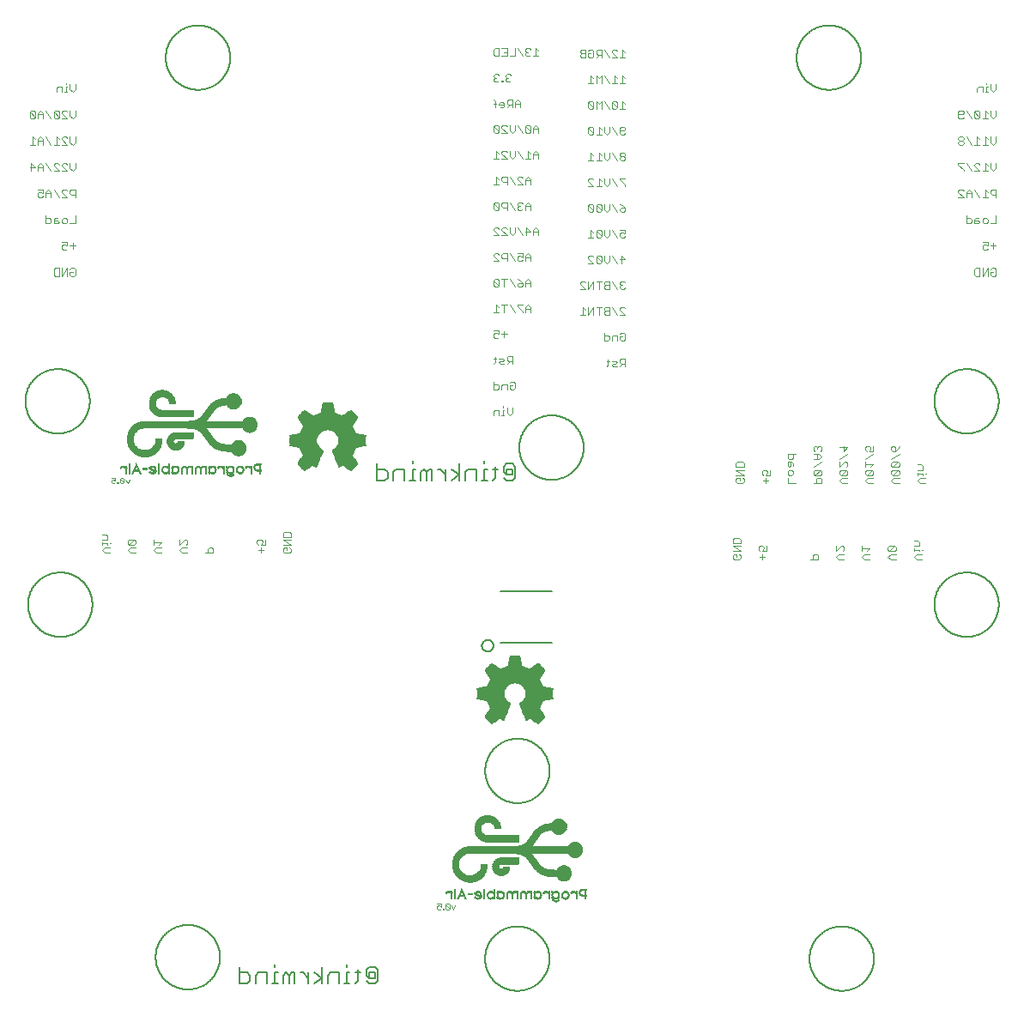
<source format=gbr>
G04 EAGLE Gerber RS-274X export*
G75*
%MOMM*%
%FSLAX34Y34*%
%LPD*%
%INSilkscreen Bottom*%
%IPPOS*%
%AMOC8*
5,1,8,0,0,1.08239X$1,22.5*%
G01*
%ADD10C,0.076200*%
%ADD11C,0.203200*%
%ADD12R,0.144781X0.008638*%
%ADD13R,0.228600X0.008381*%
%ADD14R,0.287019X0.008381*%
%ADD15R,0.337819X0.008638*%
%ADD16R,0.373381X0.008381*%
%ADD17R,0.406400X0.008381*%
%ADD18R,0.439419X0.008638*%
%ADD19R,0.474981X0.008381*%
%ADD20R,0.497838X0.008381*%
%ADD21R,0.525781X0.008638*%
%ADD22R,0.548638X0.008381*%
%ADD23R,0.568963X0.008381*%
%ADD24R,0.584200X0.008638*%
%ADD25R,0.599438X0.008381*%
%ADD26R,0.627381X0.008381*%
%ADD27R,0.642619X0.008638*%
%ADD28R,0.660400X0.008381*%
%ADD29R,0.670563X0.008381*%
%ADD30R,0.261619X0.008638*%
%ADD31R,0.271781X0.008638*%
%ADD32R,0.243838X0.008381*%
%ADD33R,0.246381X0.008381*%
%ADD34R,0.238763X0.008381*%
%ADD35R,0.228600X0.008638*%
%ADD36R,0.210819X0.008638*%
%ADD37R,0.218438X0.008381*%
%ADD38R,0.185419X0.008381*%
%ADD39R,0.210819X0.008381*%
%ADD40R,0.160019X0.008381*%
%ADD41R,0.203200X0.008638*%
%ADD42R,0.134619X0.008638*%
%ADD43R,0.203200X0.008381*%
%ADD44R,0.109219X0.008381*%
%ADD45R,0.195581X0.008381*%
%ADD46R,0.093981X0.008381*%
%ADD47R,0.193038X0.008638*%
%ADD48R,0.076200X0.008638*%
%ADD49R,0.050800X0.008381*%
%ADD50R,0.187963X0.008381*%
%ADD51R,0.035563X0.008381*%
%ADD52R,0.177800X0.008638*%
%ADD53R,0.025400X0.008638*%
%ADD54R,0.083819X0.008381*%
%ADD55R,0.076200X0.008381*%
%ADD56R,0.177800X0.008381*%
%ADD57R,0.086363X0.008381*%
%ADD58R,0.254000X0.008638*%
%ADD59R,0.246381X0.008638*%
%ADD60R,0.236219X0.008638*%
%ADD61R,0.152400X0.008638*%
%ADD62R,0.152400X0.008381*%
%ADD63R,0.304800X0.008381*%
%ADD64R,0.289563X0.008381*%
%ADD65R,0.167637X0.008381*%
%ADD66R,0.236219X0.008381*%
%ADD67R,0.297181X0.008381*%
%ADD68R,0.162562X0.008381*%
%ADD69R,0.347981X0.008381*%
%ADD70R,0.320038X0.008381*%
%ADD71R,0.322581X0.008381*%
%ADD72R,0.330200X0.008381*%
%ADD73R,0.160019X0.008638*%
%ADD74R,0.162562X0.008638*%
%ADD75R,0.381000X0.008638*%
%ADD76R,0.355600X0.008638*%
%ADD77R,0.170181X0.008638*%
%ADD78R,0.370838X0.008638*%
%ADD79R,0.391163X0.008381*%
%ADD80R,0.381000X0.008381*%
%ADD81R,0.170181X0.008381*%
%ADD82R,0.398781X0.008381*%
%ADD83R,0.441963X0.008381*%
%ADD84R,0.414019X0.008381*%
%ADD85R,0.396238X0.008381*%
%ADD86R,0.431800X0.008381*%
%ADD87R,0.464819X0.008638*%
%ADD88R,0.431800X0.008638*%
%ADD89R,0.449581X0.008638*%
%ADD90R,0.492763X0.008381*%
%ADD91R,0.449581X0.008381*%
%ADD92R,0.457200X0.008381*%
%ADD93R,0.482600X0.008381*%
%ADD94R,0.515619X0.008381*%
%ADD95R,0.472438X0.008381*%
%ADD96R,0.500381X0.008381*%
%ADD97R,0.167637X0.008638*%
%ADD98R,0.533400X0.008638*%
%ADD99R,0.490219X0.008638*%
%ADD100R,0.492763X0.008638*%
%ADD101R,0.515619X0.008638*%
%ADD102R,0.551181X0.008381*%
%ADD103R,0.508000X0.008381*%
%ADD104R,0.533400X0.008381*%
%ADD105R,0.584200X0.008381*%
%ADD106R,0.678181X0.008381*%
%ADD107R,0.675638X0.008381*%
%ADD108R,0.693419X0.008381*%
%ADD109R,0.601981X0.008638*%
%ADD110R,0.685800X0.008638*%
%ADD111R,0.711200X0.008638*%
%ADD112R,0.566419X0.008638*%
%ADD113R,0.609600X0.008381*%
%ADD114R,0.718819X0.008381*%
%ADD115R,0.703581X0.008381*%
%ADD116R,0.701037X0.008381*%
%ADD117R,0.726438X0.008381*%
%ADD118R,0.601981X0.008381*%
%ADD119R,0.736600X0.008638*%
%ADD120R,0.617219X0.008638*%
%ADD121R,0.294637X0.008381*%
%ADD122R,0.370838X0.008381*%
%ADD123R,0.269238X0.008381*%
%ADD124R,0.254000X0.008381*%
%ADD125R,0.238763X0.008638*%
%ADD126R,0.304800X0.008638*%
%ADD127R,0.220981X0.008381*%
%ADD128R,0.279400X0.008381*%
%ADD129R,0.213363X0.008381*%
%ADD130R,0.271781X0.008381*%
%ADD131R,0.195581X0.008638*%
%ADD132R,0.193038X0.008381*%
%ADD133R,0.137162X0.008638*%
%ADD134R,0.187963X0.008638*%
%ADD135R,0.218438X0.008638*%
%ADD136R,0.185419X0.008638*%
%ADD137R,0.068581X0.008638*%
%ADD138R,0.040638X0.008381*%
%ADD139R,0.261619X0.008381*%
%ADD140R,0.736600X0.008381*%
%ADD141R,0.025400X0.008381*%
%ADD142R,0.728981X0.008638*%
%ADD143R,0.728981X0.008381*%
%ADD144R,0.421637X0.008381*%
%ADD145R,0.711200X0.008381*%
%ADD146R,0.464819X0.008381*%
%ADD147R,0.523238X0.008381*%
%ADD148R,0.678181X0.008638*%
%ADD149R,0.398781X0.008638*%
%ADD150R,0.541019X0.008638*%
%ADD151R,0.416563X0.008381*%
%ADD152R,0.558800X0.008381*%
%ADD153R,0.439419X0.008381*%
%ADD154R,0.574037X0.008381*%
%ADD155R,0.660400X0.008638*%
%ADD156R,0.650238X0.008381*%
%ADD157R,0.591819X0.008381*%
%ADD158R,0.642619X0.008381*%
%ADD159R,0.624838X0.008381*%
%ADD160R,0.635000X0.008381*%
%ADD161R,0.312419X0.008381*%
%ADD162R,0.508000X0.008638*%
%ADD163R,0.015238X0.008638*%
%ADD164R,0.017781X0.008638*%
%ADD165R,0.033019X0.008381*%
%ADD166R,0.279400X0.008638*%
%ADD167R,0.213363X0.008638*%
%ADD168R,0.091438X0.008381*%
%ADD169R,0.116838X0.008381*%
%ADD170R,0.119381X0.008381*%
%ADD171R,0.220981X0.008638*%
%ADD172R,0.264163X0.008381*%
%ADD173R,0.243838X0.008638*%
%ADD174R,0.314963X0.008381*%
%ADD175R,0.297181X0.008638*%
%ADD176R,0.294637X0.008638*%
%ADD177R,0.340363X0.008638*%
%ADD178R,0.345438X0.008381*%
%ADD179R,0.424181X0.008381*%
%ADD180R,0.670563X0.008638*%
%ADD181R,0.627381X0.008638*%
%ADD182R,0.518162X0.008638*%
%ADD183R,0.609600X0.008638*%
%ADD184R,0.668019X0.008638*%
%ADD185R,0.289563X0.008638*%
%ADD186R,0.624838X0.008638*%
%ADD187R,0.652781X0.008638*%
%ADD188R,0.482600X0.008638*%
%ADD189R,0.591819X0.008638*%
%ADD190R,0.718819X0.008638*%
%ADD191R,0.645163X0.008381*%
%ADD192R,0.566419X0.008381*%
%ADD193R,0.685800X0.008381*%
%ADD194R,0.652781X0.008381*%
%ADD195R,0.668019X0.008381*%
%ADD196R,0.541019X0.008381*%
%ADD197R,0.500381X0.008638*%
%ADD198R,0.576581X0.008638*%
%ADD199R,0.523238X0.008638*%
%ADD200R,0.635000X0.008638*%
%ADD201R,0.619762X0.008381*%
%ADD202R,0.617219X0.008381*%
%ADD203R,0.447038X0.008381*%
%ADD204R,0.314963X0.008638*%
%ADD205R,0.551181X0.008638*%
%ADD206R,0.406400X0.008638*%
%ADD207R,0.421637X0.008638*%
%ADD208R,0.467363X0.008638*%
%ADD209R,0.424181X0.008638*%
%ADD210R,0.388619X0.008381*%
%ADD211R,0.363219X0.008381*%
%ADD212R,0.355600X0.008381*%
%ADD213R,0.287019X0.008638*%
%ADD214R,0.373381X0.008638*%
%ADD215R,0.388619X0.008638*%
%ADD216R,0.340363X0.008381*%
%ADD217R,0.337819X0.008381*%
%ADD218R,0.365762X0.008381*%
%ADD219R,0.264163X0.008638*%
%ADD220R,0.269238X0.008638*%
%ADD221R,0.137162X0.008381*%
%ADD222R,0.134619X0.008381*%
%ADD223R,0.142238X0.008381*%
%ADD224R,0.127000X0.008381*%
%ADD225R,0.144781X0.008381*%
%ADD226R,0.101600X0.008638*%
%ADD227R,0.574037X0.008638*%
%ADD228R,0.101600X0.008381*%
%ADD229R,0.083819X0.008638*%
%ADD230R,0.068581X0.008381*%
%ADD231R,0.060963X0.008638*%
%ADD232R,0.033019X0.008638*%
%ADD233R,0.017781X0.008381*%
%ADD234R,0.779781X0.008638*%
%ADD235R,0.855981X0.008381*%
%ADD236R,0.914400X0.008381*%
%ADD237R,0.972819X0.008638*%
%ADD238R,1.041400X0.008381*%
%ADD239R,1.092200X0.008381*%
%ADD240R,1.143000X0.008638*%
%ADD241R,1.193800X0.008381*%
%ADD242R,1.226819X0.008381*%
%ADD243R,0.111763X0.008381*%
%ADD244R,1.277619X0.008638*%
%ADD245R,1.313181X0.008381*%
%ADD246R,1.363981X0.008381*%
%ADD247R,1.397000X0.008638*%
%ADD248R,1.430019X0.008381*%
%ADD249R,0.518162X0.008381*%
%ADD250R,1.480819X0.008381*%
%ADD251R,1.516381X0.008638*%
%ADD252R,0.599438X0.008638*%
%ADD253R,1.549400X0.008381*%
%ADD254R,1.582419X0.008381*%
%ADD255R,1.617981X0.008638*%
%ADD256R,0.701037X0.008638*%
%ADD257R,1.651000X0.008381*%
%ADD258R,1.684019X0.008381*%
%ADD259R,0.772163X0.008381*%
%ADD260R,1.701800X0.008638*%
%ADD261R,0.795019X0.008638*%
%ADD262R,1.734819X0.008381*%
%ADD263R,0.822963X0.008381*%
%ADD264R,1.770381X0.008381*%
%ADD265R,0.853438X0.008381*%
%ADD266R,1.803400X0.008638*%
%ADD267R,0.873762X0.008638*%
%ADD268R,1.821181X0.008381*%
%ADD269R,0.896619X0.008381*%
%ADD270R,1.854200X0.008381*%
%ADD271R,0.924563X0.008381*%
%ADD272R,1.879600X0.008638*%
%ADD273R,0.939800X0.008638*%
%ADD274R,1.905000X0.008381*%
%ADD275R,0.965200X0.008381*%
%ADD276R,1.938019X0.008381*%
%ADD277R,0.990600X0.008381*%
%ADD278R,1.955800X0.008638*%
%ADD279R,1.005837X0.008638*%
%ADD280R,1.988819X0.008381*%
%ADD281R,1.026163X0.008381*%
%ADD282R,2.006600X0.008381*%
%ADD283R,2.032000X0.008638*%
%ADD284R,1.056638X0.008638*%
%ADD285R,2.057400X0.008381*%
%ADD286R,1.076963X0.008381*%
%ADD287R,2.075181X0.008381*%
%ADD288R,2.108200X0.008638*%
%ADD289R,1.107438X0.008638*%
%ADD290R,2.125981X0.008381*%
%ADD291R,1.127763X0.008381*%
%ADD292R,2.141219X0.008381*%
%ADD293R,1.143000X0.008381*%
%ADD294R,2.166619X0.008638*%
%ADD295R,1.158238X0.008638*%
%ADD296R,2.192019X0.008381*%
%ADD297R,1.178562X0.008381*%
%ADD298R,2.209800X0.008381*%
%ADD299R,1.186181X0.008381*%
%ADD300R,2.227581X0.008638*%
%ADD301R,1.201419X0.008638*%
%ADD302R,2.242819X0.008381*%
%ADD303R,1.209037X0.008381*%
%ADD304R,2.278381X0.008381*%
%ADD305R,1.229363X0.008381*%
%ADD306R,2.293619X0.008638*%
%ADD307R,1.244600X0.008638*%
%ADD308R,2.311400X0.008381*%
%ADD309R,1.252219X0.008381*%
%ADD310R,2.329181X0.008381*%
%ADD311R,1.259838X0.008381*%
%ADD312R,2.344419X0.008638*%
%ADD313R,1.280163X0.008638*%
%ADD314R,2.362200X0.008381*%
%ADD315R,1.287781X0.008381*%
%ADD316R,2.379981X0.008381*%
%ADD317R,1.295400X0.008381*%
%ADD318R,2.395219X0.008638*%
%ADD319R,1.310638X0.008638*%
%ADD320R,2.420619X0.008381*%
%ADD321R,1.320800X0.008381*%
%ADD322R,2.446019X0.008381*%
%ADD323R,1.330963X0.008381*%
%ADD324R,2.463800X0.008638*%
%ADD325R,1.338581X0.008638*%
%ADD326R,2.481581X0.008381*%
%ADD327R,1.346200X0.008381*%
%ADD328R,2.496819X0.008381*%
%ADD329R,1.353819X0.008381*%
%ADD330R,2.514600X0.008638*%
%ADD331R,1.361438X0.008638*%
%ADD332R,2.532381X0.008381*%
%ADD333R,1.381763X0.008381*%
%ADD334R,2.547619X0.008381*%
%ADD335R,2.547619X0.008638*%
%ADD336R,1.625600X0.008638*%
%ADD337R,2.565400X0.008381*%
%ADD338R,1.846581X0.008381*%
%ADD339R,2.583181X0.008381*%
%ADD340R,1.963419X0.008381*%
%ADD341R,2.598419X0.008638*%
%ADD342R,2.065019X0.008638*%
%ADD343R,2.616200X0.008381*%
%ADD344R,2.133600X0.008381*%
%ADD345R,2.633981X0.008381*%
%ADD346R,2.649219X0.008638*%
%ADD347R,2.260600X0.008638*%
%ADD348R,2.667000X0.008381*%
%ADD349R,2.684781X0.008381*%
%ADD350R,2.369819X0.008381*%
%ADD351R,2.692400X0.008638*%
%ADD352R,2.413000X0.008638*%
%ADD353R,2.700019X0.008381*%
%ADD354R,2.717800X0.008381*%
%ADD355R,2.735581X0.008638*%
%ADD356R,2.529838X0.008638*%
%ADD357R,2.600963X0.008381*%
%ADD358R,1.176019X0.008638*%
%ADD359R,1.178562X0.008638*%
%ADD360R,2.633981X0.008638*%
%ADD361R,2.659381X0.008381*%
%ADD362R,1.117600X0.008381*%
%ADD363R,1.099819X0.008638*%
%ADD364R,1.102363X0.008638*%
%ADD365R,0.558800X0.008638*%
%ADD366R,2.717800X0.008638*%
%ADD367R,1.066800X0.008381*%
%ADD368R,2.743200X0.008381*%
%ADD369R,1.051562X0.008381*%
%ADD370R,1.049019X0.008381*%
%ADD371R,2.768600X0.008381*%
%ADD372R,1.041400X0.008638*%
%ADD373R,0.693419X0.008638*%
%ADD374R,2.786381X0.008638*%
%ADD375R,1.023619X0.008381*%
%ADD376R,2.819400X0.008381*%
%ADD377R,1.005837X0.008381*%
%ADD378R,1.008381X0.008381*%
%ADD379R,0.762000X0.008381*%
%ADD380R,2.834637X0.008381*%
%ADD381R,0.990600X0.008638*%
%ADD382R,2.860038X0.008638*%
%ADD383R,0.982981X0.008381*%
%ADD384R,0.980438X0.008381*%
%ADD385R,0.830581X0.008381*%
%ADD386R,2.877819X0.008381*%
%ADD387R,0.863600X0.008381*%
%ADD388R,2.895600X0.008381*%
%ADD389R,0.955038X0.008638*%
%ADD390R,0.957581X0.008638*%
%ADD391R,0.889000X0.008638*%
%ADD392R,2.921000X0.008638*%
%ADD393R,0.949963X0.008381*%
%ADD394R,0.947419X0.008381*%
%ADD395R,0.922019X0.008381*%
%ADD396R,2.936238X0.008381*%
%ADD397R,0.932181X0.008381*%
%ADD398R,0.939800X0.008381*%
%ADD399R,2.964181X0.008381*%
%ADD400R,0.932181X0.008638*%
%ADD401R,0.929638X0.008638*%
%ADD402R,2.981963X0.008638*%
%ADD403R,0.998219X0.008381*%
%ADD404R,2.997200X0.008381*%
%ADD405R,0.904238X0.008381*%
%ADD406R,0.906781X0.008381*%
%ADD407R,3.014981X0.008381*%
%ADD408R,0.906781X0.008638*%
%ADD409R,3.032763X0.008638*%
%ADD410R,0.889000X0.008381*%
%ADD411R,3.048000X0.008381*%
%ADD412R,3.065781X0.008381*%
%ADD413R,0.878838X0.008638*%
%ADD414R,0.881381X0.008638*%
%ADD415R,1.109981X0.008638*%
%ADD416R,3.073400X0.008638*%
%ADD417R,0.871219X0.008381*%
%ADD418R,0.873762X0.008381*%
%ADD419R,1.135381X0.008381*%
%ADD420R,3.091181X0.008381*%
%ADD421R,1.150619X0.008381*%
%ADD422R,3.108963X0.008381*%
%ADD423R,0.855981X0.008638*%
%ADD424R,1.168400X0.008638*%
%ADD425R,3.116581X0.008638*%
%ADD426R,3.134362X0.008381*%
%ADD427R,1.201419X0.008381*%
%ADD428R,3.149600X0.008381*%
%ADD429R,0.838200X0.008638*%
%ADD430R,1.226819X0.008638*%
%ADD431R,3.159763X0.008638*%
%ADD432R,0.838200X0.008381*%
%ADD433R,1.244600X0.008381*%
%ADD434R,3.175000X0.008381*%
%ADD435R,1.262381X0.008381*%
%ADD436R,3.185163X0.008381*%
%ADD437R,0.830581X0.008638*%
%ADD438R,0.828038X0.008638*%
%ADD439R,1.270000X0.008638*%
%ADD440R,3.200400X0.008638*%
%ADD441R,0.820419X0.008381*%
%ADD442R,3.210562X0.008381*%
%ADD443R,1.303019X0.008381*%
%ADD444R,3.225800X0.008381*%
%ADD445R,0.812800X0.008638*%
%ADD446R,1.320800X0.008638*%
%ADD447R,3.235963X0.008638*%
%ADD448R,0.812800X0.008381*%
%ADD449R,0.805181X0.008381*%
%ADD450R,1.338581X0.008381*%
%ADD451R,3.241038X0.008381*%
%ADD452R,0.797563X0.008381*%
%ADD453R,0.795019X0.008381*%
%ADD454R,3.251200X0.008381*%
%ADD455R,1.363981X0.008638*%
%ADD456R,3.258819X0.008638*%
%ADD457R,0.787400X0.008381*%
%ADD458R,1.379219X0.008381*%
%ADD459R,3.276600X0.008381*%
%ADD460R,1.389381X0.008381*%
%ADD461R,3.284219X0.008381*%
%ADD462R,0.787400X0.008638*%
%ADD463R,1.404619X0.008638*%
%ADD464R,3.291838X0.008638*%
%ADD465R,1.414781X0.008381*%
%ADD466R,3.302000X0.008381*%
%ADD467R,0.779781X0.008381*%
%ADD468R,3.309619X0.008381*%
%ADD469R,0.777238X0.008638*%
%ADD470R,1.440181X0.008638*%
%ADD471R,3.319781X0.008638*%
%ADD472R,0.769619X0.008381*%
%ADD473R,1.455419X0.008381*%
%ADD474R,3.327400X0.008381*%
%ADD475R,1.465581X0.008381*%
%ADD476R,3.335019X0.008381*%
%ADD477R,0.762000X0.008638*%
%ADD478R,1.473200X0.008638*%
%ADD479R,3.345181X0.008638*%
%ADD480R,0.754381X0.008381*%
%ADD481R,3.352800X0.008381*%
%ADD482R,1.498600X0.008381*%
%ADD483R,3.362963X0.008381*%
%ADD484R,0.754381X0.008638*%
%ADD485R,1.506219X0.008638*%
%ADD486R,3.370581X0.008638*%
%ADD487R,0.751838X0.008381*%
%ADD488R,1.516381X0.008381*%
%ADD489R,3.368038X0.008381*%
%ADD490R,0.744219X0.008381*%
%ADD491R,1.524000X0.008381*%
%ADD492R,3.378200X0.008381*%
%ADD493R,0.744219X0.008638*%
%ADD494R,1.531619X0.008638*%
%ADD495R,3.385819X0.008638*%
%ADD496R,0.746762X0.008381*%
%ADD497R,1.541781X0.008381*%
%ADD498R,3.393438X0.008381*%
%ADD499R,1.557019X0.008381*%
%ADD500R,3.395981X0.008381*%
%ADD501R,0.746762X0.008638*%
%ADD502R,1.567181X0.008638*%
%ADD503R,3.403600X0.008638*%
%ADD504R,1.574800X0.008381*%
%ADD505R,3.411219X0.008381*%
%ADD506R,3.413763X0.008381*%
%ADD507R,1.592581X0.008638*%
%ADD508R,3.421381X0.008638*%
%ADD509R,1.592581X0.008381*%
%ADD510R,3.418837X0.008381*%
%ADD511R,1.600200X0.008381*%
%ADD512R,3.429000X0.008381*%
%ADD513R,0.726438X0.008638*%
%ADD514R,1.607819X0.008638*%
%ADD515R,3.429000X0.008638*%
%ADD516R,0.721363X0.008381*%
%ADD517R,1.617981X0.008381*%
%ADD518R,3.436619X0.008381*%
%ADD519R,1.625600X0.008381*%
%ADD520R,3.446781X0.008381*%
%ADD521R,0.721363X0.008638*%
%ADD522R,1.633219X0.008638*%
%ADD523R,1.930400X0.008638*%
%ADD524R,1.381763X0.008638*%
%ADD525R,1.643381X0.008381*%
%ADD526R,1.727200X0.008381*%
%ADD527R,1.361438X0.008381*%
%ADD528R,1.651000X0.008638*%
%ADD529R,1.658619X0.008381*%
%ADD530R,1.463037X0.008381*%
%ADD531R,1.407163X0.008381*%
%ADD532R,1.668781X0.008638*%
%ADD533R,1.330963X0.008638*%
%ADD534R,1.676400X0.008381*%
%ADD535R,1.310638X0.008381*%
%ADD536R,0.695963X0.008638*%
%ADD537R,1.684019X0.008638*%
%ADD538R,1.252219X0.008638*%
%ADD539R,1.295400X0.008638*%
%ADD540R,1.694181X0.008381*%
%ADD541R,1.211581X0.008381*%
%ADD542R,0.695963X0.008381*%
%ADD543R,1.280163X0.008381*%
%ADD544R,1.259838X0.008638*%
%ADD545R,0.777238X0.008381*%
%ADD546R,1.125219X0.008381*%
%ADD547R,1.229363X0.008638*%
%ADD548R,1.219200X0.008381*%
%ADD549R,1.049019X0.008638*%
%ADD550R,1.193800X0.008638*%
%ADD551R,1.158238X0.008381*%
%ADD552R,0.675638X0.008638*%
%ADD553R,1.016000X0.008638*%
%ADD554R,0.982981X0.008638*%
%ADD555R,0.972819X0.008381*%
%ADD556R,1.084581X0.008381*%
%ADD557R,0.955038X0.008381*%
%ADD558R,0.949963X0.008638*%
%ADD559R,0.975363X0.008381*%
%ADD560R,0.914400X0.008638*%
%ADD561R,0.924563X0.008638*%
%ADD562R,0.899163X0.008381*%
%ADD563R,0.881381X0.008381*%
%ADD564R,0.896619X0.008638*%
%ADD565R,0.853438X0.008638*%
%ADD566R,0.802638X0.008381*%
%ADD567R,0.772163X0.008638*%
%ADD568R,0.863600X0.008638*%
%ADD569R,0.568963X0.008638*%
%ADD570R,0.525781X0.008381*%
%ADD571R,0.416563X0.008638*%
%ADD572R,0.845819X0.008381*%
%ADD573R,0.848363X0.008638*%
%ADD574R,0.142238X0.008638*%
%ADD575R,0.828038X0.008381*%
%ADD576R,0.820419X0.008638*%
%ADD577R,2.606038X0.008381*%
%ADD578R,2.598419X0.008381*%
%ADD579R,2.590800X0.008638*%
%ADD580R,2.590800X0.008381*%
%ADD581R,2.580637X0.008638*%
%ADD582R,2.580637X0.008381*%
%ADD583R,2.573019X0.008638*%
%ADD584R,0.805181X0.008638*%
%ADD585R,2.573019X0.008381*%
%ADD586R,2.565400X0.008638*%
%ADD587R,2.555238X0.008381*%
%ADD588R,2.555238X0.008638*%
%ADD589R,2.540000X0.008638*%
%ADD590R,2.540000X0.008381*%
%ADD591R,2.529838X0.008381*%
%ADD592R,2.522219X0.008381*%
%ADD593R,2.514600X0.008381*%
%ADD594R,2.504438X0.008381*%
%ADD595R,2.504438X0.008638*%
%ADD596R,0.802638X0.008638*%
%ADD597R,2.489200X0.008381*%
%ADD598R,2.489200X0.008638*%
%ADD599R,2.479038X0.008381*%
%ADD600R,2.471419X0.008381*%
%ADD601R,2.471419X0.008638*%
%ADD602R,2.463800X0.008381*%
%ADD603R,2.453638X0.008381*%
%ADD604R,2.446019X0.008638*%
%ADD605R,2.438400X0.008381*%
%ADD606R,2.428238X0.008638*%
%ADD607R,2.413000X0.008381*%
%ADD608R,2.402837X0.008638*%
%ADD609R,2.395219X0.008381*%
%ADD610R,2.387600X0.008381*%
%ADD611R,2.377438X0.008638*%
%ADD612R,2.352038X0.008638*%
%ADD613R,2.344419X0.008381*%
%ADD614R,2.336800X0.008381*%
%ADD615R,2.326637X0.008638*%
%ADD616R,2.319019X0.008381*%
%ADD617R,2.286000X0.008381*%
%ADD618R,2.275838X0.008381*%
%ADD619R,2.250438X0.008381*%
%ADD620R,2.225038X0.008638*%
%ADD621R,0.822963X0.008638*%
%ADD622R,2.199638X0.008381*%
%ADD623R,2.184400X0.008638*%
%ADD624R,2.166619X0.008381*%
%ADD625R,2.148837X0.008381*%
%ADD626R,2.133600X0.008638*%
%ADD627R,2.115819X0.008381*%
%ADD628R,2.098038X0.008381*%
%ADD629R,2.072637X0.008638*%
%ADD630R,2.032000X0.008381*%
%ADD631R,2.006600X0.008638*%
%ADD632R,0.845819X0.008638*%
%ADD633R,1.971037X0.008381*%
%ADD634R,0.848363X0.008381*%
%ADD635R,1.894838X0.008638*%
%ADD636R,1.818638X0.008381*%
%ADD637R,0.576581X0.008381*%
%ADD638R,0.871219X0.008638*%
%ADD639R,0.878838X0.008381*%
%ADD640R,0.929638X0.008381*%
%ADD641R,0.947419X0.008638*%
%ADD642R,1.033781X0.008381*%
%ADD643R,0.980438X0.008638*%
%ADD644R,1.066800X0.008638*%
%ADD645R,1.099819X0.008381*%
%ADD646R,1.117600X0.008638*%
%ADD647R,1.051562X0.008638*%
%ADD648R,1.082037X0.008381*%
%ADD649R,0.957581X0.008381*%
%ADD650R,1.132838X0.008381*%
%ADD651R,1.236981X0.008381*%
%ADD652R,0.965200X0.008638*%
%ADD653R,1.160781X0.008638*%
%ADD654R,1.270000X0.008381*%
%ADD655R,1.000762X0.008638*%
%ADD656R,1.234438X0.008638*%
%ADD657R,1.287781X0.008638*%
%ADD658R,1.016000X0.008381*%
%ADD659R,1.305562X0.008381*%
%ADD660R,1.336037X0.008638*%
%ADD661R,1.313181X0.008638*%
%ADD662R,1.059181X0.008381*%
%ADD663R,1.371600X0.008381*%
%ADD664R,1.074419X0.008381*%
%ADD665R,1.422400X0.008381*%
%ADD666R,1.531619X0.008381*%
%ADD667R,1.153163X0.008381*%
%ADD668R,1.610363X0.008381*%
%ADD669R,1.183638X0.008638*%
%ADD670R,1.709419X0.008638*%
%ADD671R,1.371600X0.008638*%
%ADD672R,12.387581X0.008638*%
%ADD673R,12.385038X0.008381*%
%ADD674R,12.377419X0.008381*%
%ADD675R,12.379963X0.008638*%
%ADD676R,12.379963X0.008381*%
%ADD677R,12.369800X0.008638*%
%ADD678R,12.362181X0.008381*%
%ADD679R,12.359637X0.008381*%
%ADD680R,12.352019X0.008638*%
%ADD681R,12.344400X0.008381*%
%ADD682R,12.336781X0.008638*%
%ADD683R,12.329163X0.008381*%
%ADD684R,12.326619X0.008381*%
%ADD685R,12.319000X0.008638*%
%ADD686R,12.319000X0.008381*%
%ADD687R,12.301219X0.008381*%
%ADD688R,12.301219X0.008638*%
%ADD689R,12.293600X0.008381*%
%ADD690R,12.283437X0.008381*%
%ADD691R,12.275819X0.008638*%
%ADD692R,12.268200X0.008381*%
%ADD693R,12.260581X0.008638*%
%ADD694R,12.252963X0.008381*%
%ADD695R,12.242800X0.008381*%
%ADD696R,12.235181X0.008638*%
%ADD697R,12.217400X0.008381*%
%ADD698R,12.209781X0.008381*%
%ADD699R,12.202163X0.008638*%
%ADD700R,12.199619X0.008381*%
%ADD701R,12.192000X0.008381*%
%ADD702R,12.174219X0.008638*%
%ADD703R,12.166600X0.008381*%
%ADD704R,12.158981X0.008381*%
%ADD705R,12.141200X0.008638*%
%ADD706R,12.133581X0.008381*%
%ADD707R,12.123419X0.008381*%
%ADD708R,12.108181X0.008638*%
%ADD709R,12.098019X0.008381*%
%ADD710R,12.082781X0.008381*%
%ADD711R,12.072619X0.008638*%
%ADD712R,12.057381X0.008381*%
%ADD713R,12.047219X0.008381*%
%ADD714R,12.031981X0.008638*%
%ADD715R,12.014200X0.008381*%
%ADD716R,11.998963X0.008381*%
%ADD717R,11.981181X0.008638*%
%ADD718R,11.973562X0.008381*%
%ADD719R,11.955781X0.008381*%
%ADD720R,11.938000X0.008638*%
%ADD721R,11.922763X0.008381*%
%ADD722R,11.904981X0.008381*%
%ADD723R,11.887200X0.008638*%
%ADD724R,11.869419X0.008381*%
%ADD725R,11.851638X0.008381*%
%ADD726R,11.836400X0.008638*%
%ADD727R,11.811000X0.008381*%
%ADD728R,11.785600X0.008381*%
%ADD729R,11.767819X0.008638*%
%ADD730R,11.752581X0.008381*%
%ADD731R,11.727181X0.008381*%
%ADD732R,11.701781X0.008638*%
%ADD733R,11.676381X0.008381*%
%ADD734R,11.650981X0.008381*%
%ADD735R,11.615419X0.008638*%
%ADD736R,11.590019X0.008381*%
%ADD737R,11.564619X0.008381*%
%ADD738R,11.531600X0.008638*%
%ADD739R,11.498581X0.008381*%
%ADD740R,11.463019X0.008381*%
%ADD741R,11.422381X0.008638*%
%ADD742R,11.389363X0.008381*%
%ADD743R,11.328400X0.008381*%
%ADD744R,11.277600X0.008638*%
%ADD745R,11.209019X0.008381*%
%ADD746R,11.049000X0.008381*%
%ADD747R,1.905000X0.008638*%
%ADD748R,1.379219X0.008638*%
%ADD749R,1.742438X0.008381*%
%ADD750R,1.635763X0.008381*%
%ADD751R,1.557019X0.008638*%
%ADD752R,1.353819X0.008638*%
%ADD753R,1.488438X0.008381*%
%ADD754R,1.432562X0.008381*%
%ADD755R,1.389381X0.008638*%
%ADD756R,1.186181X0.008638*%
%ADD757R,1.262381X0.008638*%
%ADD758R,1.168400X0.008381*%
%ADD759R,1.127763X0.008638*%
%ADD760R,1.219200X0.008638*%
%ADD761R,1.109981X0.008381*%
%ADD762R,1.031238X0.008638*%
%ADD763R,1.135381X0.008638*%
%ADD764R,1.000762X0.008381*%
%ADD765R,1.092200X0.008638*%
%ADD766R,1.033781X0.008638*%
%ADD767R,0.922019X0.008638*%
%ADD768R,0.904238X0.008638*%
%ADD769R,3.215638X0.008381*%
%ADD770R,3.327400X0.008638*%
%ADD771R,3.403600X0.008381*%
%ADD772R,3.436619X0.008638*%
%ADD773R,3.462019X0.008381*%
%ADD774R,3.487419X0.008381*%
%ADD775R,3.512819X0.008638*%
%ADD776R,3.538219X0.008381*%
%ADD777R,3.556000X0.008381*%
%ADD778R,3.581400X0.008638*%
%ADD779R,3.596638X0.008381*%
%ADD780R,3.614419X0.008381*%
%ADD781R,3.639819X0.008638*%
%ADD782R,3.647438X0.008381*%
%ADD783R,3.665219X0.008381*%
%ADD784R,3.690619X0.008638*%
%ADD785R,3.698238X0.008381*%
%ADD786R,3.716019X0.008381*%
%ADD787R,3.733800X0.008638*%
%ADD788R,3.749038X0.008381*%
%ADD789R,3.759200X0.008381*%
%ADD790R,3.774438X0.008638*%
%ADD791R,3.784600X0.008381*%
%ADD792R,3.799838X0.008381*%
%ADD793R,3.810000X0.008638*%
%ADD794R,3.825238X0.008381*%
%ADD795R,3.835400X0.008381*%
%ADD796R,3.850638X0.008638*%
%ADD797R,3.860800X0.008381*%
%ADD798R,3.868419X0.008381*%
%ADD799R,3.886200X0.008638*%
%ADD800R,3.893819X0.008381*%
%ADD801R,3.901438X0.008381*%
%ADD802R,3.911600X0.008638*%
%ADD803R,3.926837X0.008381*%
%ADD804R,3.937000X0.008381*%
%ADD805R,3.944619X0.008638*%
%ADD806R,3.952238X0.008381*%
%ADD807R,3.962400X0.008381*%
%ADD808R,3.970019X0.008638*%
%ADD809R,3.977638X0.008381*%
%ADD810R,3.987800X0.008381*%
%ADD811R,3.995419X0.008638*%
%ADD812R,4.003038X0.008381*%
%ADD813R,4.013200X0.008381*%
%ADD814R,4.020819X0.008638*%
%ADD815R,4.028437X0.008381*%
%ADD816R,4.038600X0.008381*%
%ADD817R,4.046219X0.008638*%
%ADD818R,4.053838X0.008381*%
%ADD819R,4.064000X0.008381*%
%ADD820R,4.071619X0.008638*%
%ADD821R,4.079238X0.008381*%
%ADD822R,4.089400X0.008638*%
%ADD823R,4.097019X0.008381*%
%ADD824R,4.104637X0.008381*%
%ADD825R,4.114800X0.008638*%
%ADD826R,4.114800X0.008381*%
%ADD827R,4.122419X0.008381*%
%ADD828R,4.130038X0.008638*%
%ADD829R,4.140200X0.008381*%
%ADD830R,4.147819X0.008638*%
%ADD831R,4.155438X0.008381*%
%ADD832R,4.165600X0.008638*%
%ADD833R,4.173219X0.008381*%
%ADD834R,4.180837X0.008638*%
%ADD835R,4.191000X0.008381*%
%ADD836R,4.198619X0.008638*%
%ADD837R,4.206238X0.008381*%
%ADD838R,0.330200X0.008638*%
%ADD839R,0.797563X0.008638*%
%ADD840R,0.899163X0.008638*%
%ADD841R,1.023619X0.008638*%
%ADD842R,1.074419X0.008638*%
%ADD843R,1.125219X0.008638*%
%ADD844R,1.160781X0.008381*%
%ADD845R,1.183638X0.008381*%
%ADD846R,1.203963X0.008381*%
%ADD847R,1.084581X0.008638*%
%ADD848R,1.211581X0.008638*%
%ADD849R,1.102363X0.008381*%
%ADD850R,1.254763X0.008638*%
%ADD851R,1.277619X0.008381*%
%ADD852R,1.209037X0.008638*%
%ADD853R,1.285238X0.008638*%
%ADD854R,1.328419X0.008381*%
%ADD855R,1.397000X0.008381*%
%ADD856R,1.336037X0.008381*%
%ADD857R,1.447800X0.008638*%
%ADD858R,1.346200X0.008638*%
%ADD859R,3.022600X0.008638*%
%ADD860R,3.012438X0.008381*%
%ADD861R,3.007363X0.008638*%
%ADD862R,2.989581X0.008638*%
%ADD863R,2.987038X0.008381*%
%ADD864R,2.979419X0.008381*%
%ADD865R,0.650238X0.008638*%
%ADD866R,2.971800X0.008638*%
%ADD867R,2.971800X0.008381*%
%ADD868R,2.964181X0.008638*%
%ADD869R,2.946400X0.008381*%
%ADD870R,2.938781X0.008381*%
%ADD871R,2.928619X0.008638*%
%ADD872R,2.928619X0.008381*%
%ADD873R,2.921000X0.008381*%
%ADD874R,2.910837X0.008638*%
%ADD875R,2.913381X0.008381*%
%ADD876R,2.905763X0.008381*%
%ADD877R,2.887981X0.008638*%
%ADD878R,2.880362X0.008381*%
%ADD879R,2.870200X0.008381*%
%ADD880R,2.870200X0.008638*%
%ADD881R,2.852419X0.008381*%
%ADD882R,2.844800X0.008381*%
%ADD883R,2.837181X0.008638*%
%ADD884R,2.827019X0.008381*%
%ADD885R,2.811781X0.008381*%
%ADD886R,2.809238X0.008638*%
%ADD887R,2.801619X0.008381*%
%ADD888R,2.783838X0.008381*%
%ADD889R,2.776219X0.008638*%
%ADD890R,2.758438X0.008381*%
%ADD891R,2.750819X0.008381*%
%ADD892R,2.733038X0.008638*%
%ADD893R,2.725419X0.008381*%
%ADD894R,2.707638X0.008381*%
%ADD895R,2.700019X0.008638*%
%ADD896R,2.682238X0.008381*%
%ADD897R,2.641600X0.008381*%
%ADD898R,2.623819X0.008381*%
%ADD899R,2.606038X0.008638*%
%ADD900R,2.405381X0.008381*%
%ADD901R,2.379981X0.008638*%
%ADD902R,2.311400X0.008638*%
%ADD903R,2.260600X0.008381*%
%ADD904R,2.100581X0.008381*%
%ADD905R,2.065019X0.008381*%
%ADD906R,2.024381X0.008638*%
%ADD907R,1.981200X0.008381*%
%ADD908R,1.940563X0.008381*%
%ADD909R,1.897381X0.008638*%
%ADD910R,1.836419X0.008381*%
%ADD911R,1.785619X0.008381*%
%ADD912R,1.719581X0.008638*%
%ADD913R,1.328419X0.008638*%
%ADD914R,1.056638X0.008381*%
%ADD915R,2.286000X0.008638*%
%ADD916R,2.268219X0.008381*%
%ADD917R,2.252981X0.008638*%
%ADD918R,2.235200X0.008381*%
%ADD919R,2.225038X0.008381*%
%ADD920R,2.217419X0.008638*%
%ADD921R,2.202181X0.008381*%
%ADD922R,2.159000X0.008381*%
%ADD923R,2.151381X0.008638*%
%ADD924R,2.123438X0.008381*%
%ADD925R,2.115819X0.008638*%
%ADD926R,2.082800X0.008381*%
%ADD927R,2.049781X0.008381*%
%ADD928R,2.014219X0.008381*%
%ADD929R,1.998981X0.008381*%
%ADD930R,1.981200X0.008638*%
%ADD931R,1.948181X0.008638*%
%ADD932R,1.930400X0.008381*%
%ADD933R,1.912619X0.008381*%
%ADD934R,1.879600X0.008381*%
%ADD935R,1.861819X0.008381*%
%ADD936R,1.846581X0.008638*%
%ADD937R,1.828800X0.008381*%
%ADD938R,1.811019X0.008381*%
%ADD939R,1.795781X0.008638*%
%ADD940R,0.363219X0.008638*%
%ADD941R,1.778000X0.008381*%
%ADD942R,1.752600X0.008381*%
%ADD943R,1.737363X0.008638*%
%ADD944R,1.709419X0.008381*%
%ADD945R,1.676400X0.008638*%
%ADD946R,1.564638X0.008381*%
%ADD947R,1.541781X0.008638*%
%ADD948R,1.490981X0.008381*%
%ADD949R,1.440181X0.008381*%
%ADD950R,1.303019X0.008638*%
%ADD951R,0.998219X0.008638*%
%ADD952R,0.474981X0.008638*%
%ADD953R,0.050800X0.012700*%
%ADD954R,0.088900X0.012700*%
%ADD955R,0.091438X0.012700*%
%ADD956R,0.127000X0.012700*%
%ADD957R,0.129537X0.012700*%
%ADD958R,0.152400X0.012700*%
%ADD959R,0.154938X0.012700*%
%ADD960R,0.187963X0.012700*%
%ADD961R,0.193038X0.012700*%
%ADD962R,0.213363X0.012700*%
%ADD963R,0.218438X0.012700*%
%ADD964R,0.251463X0.012700*%
%ADD965R,0.256538X0.012700*%
%ADD966R,0.276863X0.012700*%
%ADD967R,0.281938X0.012700*%
%ADD968R,0.314963X0.012700*%
%ADD969R,0.320038X0.012700*%
%ADD970R,0.340363X0.012700*%
%ADD971R,0.345438X0.012700*%
%ADD972R,0.378463X0.012700*%
%ADD973R,0.383538X0.012700*%
%ADD974R,0.406400X0.012700*%
%ADD975R,0.408938X0.012700*%
%ADD976R,0.434338X0.012700*%
%ADD977R,0.472438X0.012700*%
%ADD978R,0.497838X0.012700*%
%ADD979R,0.535938X0.012700*%
%ADD980R,0.561338X0.012700*%
%ADD981R,0.599438X0.012700*%
%ADD982R,0.624838X0.012700*%
%ADD983R,0.662938X0.012700*%
%ADD984R,0.688338X0.012700*%
%ADD985R,0.726438X0.012700*%
%ADD986R,0.749300X0.012700*%
%ADD987R,0.751838X0.012700*%
%ADD988R,0.774700X0.012700*%
%ADD989R,0.777238X0.012700*%
%ADD990R,0.812800X0.012700*%
%ADD991R,0.815338X0.012700*%
%ADD992R,0.838200X0.012700*%
%ADD993R,0.840738X0.012700*%
%ADD994R,0.873762X0.012700*%
%ADD995R,0.025400X0.012700*%
%ADD996R,0.878838X0.012700*%
%ADD997R,0.899163X0.012700*%
%ADD998R,0.063500X0.012700*%
%ADD999R,0.904238X0.012700*%
%ADD1000R,0.937262X0.012700*%
%ADD1001R,0.086363X0.012700*%
%ADD1002R,0.942338X0.012700*%
%ADD1003R,0.962663X0.012700*%
%ADD1004R,0.124463X0.012700*%
%ADD1005R,0.967738X0.012700*%
%ADD1006R,1.000762X0.012700*%
%ADD1007R,0.149863X0.012700*%
%ADD1008R,1.005837X0.012700*%
%ADD1009R,1.026163X0.012700*%
%ADD1010R,0.190500X0.012700*%
%ADD1011R,1.031238X0.012700*%
%ADD1012R,1.064263X0.012700*%
%ADD1013R,1.066800X0.012700*%
%ADD1014R,1.092200X0.012700*%
%ADD1015R,1.117600X0.012700*%
%ADD1016R,1.155700X0.012700*%
%ADD1017R,0.289563X0.012700*%
%ADD1018R,1.181100X0.012700*%
%ADD1019R,0.327663X0.012700*%
%ADD1020R,1.219200X0.012700*%
%ADD1021R,0.353063X0.012700*%
%ADD1022R,1.244600X0.012700*%
%ADD1023R,0.391163X0.012700*%
%ADD1024R,1.282700X0.012700*%
%ADD1025R,0.416563X0.012700*%
%ADD1026R,1.320800X0.012700*%
%ADD1027R,0.454663X0.012700*%
%ADD1028R,1.323338X0.012700*%
%ADD1029R,1.826263X0.012700*%
%ADD1030R,1.828800X0.012700*%
%ADD1031R,1.841500X0.012700*%
%ADD1032R,1.866900X0.012700*%
%ADD1033R,1.879600X0.012700*%
%ADD1034R,1.892300X0.012700*%
%ADD1035R,1.917700X0.012700*%
%ADD1036R,1.930400X0.012700*%
%ADD1037R,1.955800X0.012700*%
%ADD1038R,1.968500X0.012700*%
%ADD1039R,1.993900X0.012700*%
%ADD1040R,2.006600X0.012700*%
%ADD1041R,2.019300X0.012700*%
%ADD1042R,2.044700X0.012700*%
%ADD1043R,2.067563X0.012700*%
%ADD1044R,2.070100X0.012700*%
%ADD1045R,2.057400X0.012700*%
%ADD1046R,2.032000X0.012700*%
%ADD1047R,2.034537X0.012700*%
%ADD1048R,2.021838X0.012700*%
%ADD1049R,2.009138X0.012700*%
%ADD1050R,1.981200X0.012700*%
%ADD1051R,1.943100X0.012700*%
%ADD1052R,1.945638X0.012700*%
%ADD1053R,1.932938X0.012700*%
%ADD1054R,1.920238X0.012700*%
%ADD1055R,1.905000X0.012700*%
%ADD1056R,1.907538X0.012700*%
%ADD1057R,1.894838X0.012700*%
%ADD1058R,1.882138X0.012700*%
%ADD1059R,1.869438X0.012700*%
%ADD1060R,1.958338X0.012700*%
%ADD1061R,1.983738X0.012700*%
%ADD1062R,2.047238X0.012700*%
%ADD1063R,2.059938X0.012700*%
%ADD1064R,2.085338X0.012700*%
%ADD1065R,2.098038X0.012700*%
%ADD1066R,2.110737X0.012700*%
%ADD1067R,2.133600X0.012700*%
%ADD1068R,2.136138X0.012700*%
%ADD1069R,2.146300X0.012700*%
%ADD1070R,2.159000X0.012700*%
%ADD1071R,2.171700X0.012700*%
%ADD1072R,2.184400X0.012700*%
%ADD1073R,2.197100X0.012700*%
%ADD1074R,2.209800X0.012700*%
%ADD1075R,2.222500X0.012700*%
%ADD1076R,2.235200X0.012700*%
%ADD1077R,2.199638X0.012700*%
%ADD1078R,2.186937X0.012700*%
%ADD1079R,2.161538X0.012700*%
%ADD1080R,2.120900X0.012700*%
%ADD1081R,2.123438X0.012700*%
%ADD1082R,2.095500X0.012700*%
%ADD1083R,2.082800X0.012700*%
%ADD1084R,2.072637X0.012700*%
%ADD1085R,2.148837X0.012700*%
%ADD1086R,2.273300X0.012700*%
%ADD1087R,2.336800X0.012700*%
%ADD1088R,2.387600X0.012700*%
%ADD1089R,2.448562X0.012700*%
%ADD1090R,2.512063X0.012700*%
%ADD1091R,2.565400X0.012700*%
%ADD1092R,2.562863X0.012700*%
%ADD1093R,2.626362X0.012700*%
%ADD1094R,2.689863X0.012700*%
%ADD1095R,2.743200X0.012700*%
%ADD1096R,2.740663X0.012700*%
%ADD1097R,2.791463X0.012700*%
%ADD1098R,2.804163X0.012700*%
%ADD1099R,2.778763X0.012700*%
%ADD1100R,2.766063X0.012700*%
%ADD1101R,2.753363X0.012700*%
%ADD1102R,2.727963X0.012700*%
%ADD1103R,2.715263X0.012700*%
%ADD1104R,2.702562X0.012700*%
%ADD1105R,2.816863X0.012700*%
%ADD1106R,2.768600X0.012700*%
%ADD1107R,2.651763X0.012700*%
%ADD1108R,2.590800X0.012700*%
%ADD1109R,2.588262X0.012700*%
%ADD1110R,2.524763X0.012700*%
%ADD1111R,2.473963X0.012700*%
%ADD1112R,2.415538X0.012700*%
%ADD1113R,2.413000X0.012700*%
%ADD1114R,2.349500X0.012700*%
%ADD1115R,2.286000X0.012700*%
%ADD1116R,2.108200X0.012700*%
%ADD1117R,2.174238X0.012700*%
%ADD1118R,2.283463X0.012700*%
%ADD1119R,2.334262X0.012700*%
%ADD1120R,2.372362X0.012700*%
%ADD1121R,2.374900X0.012700*%
%ADD1122R,2.435863X0.012700*%
%ADD1123R,2.438400X0.012700*%
%ADD1124R,2.537463X0.012700*%
%ADD1125R,2.540000X0.012700*%
%ADD1126R,5.194300X0.012700*%
%ADD1127R,5.171438X0.012700*%
%ADD1128R,5.146038X0.012700*%
%ADD1129R,5.120637X0.012700*%
%ADD1130R,5.095238X0.012700*%
%ADD1131R,5.069838X0.012700*%
%ADD1132R,5.044437X0.012700*%
%ADD1133R,5.019038X0.012700*%
%ADD1134R,4.993638X0.012700*%
%ADD1135R,4.968237X0.012700*%
%ADD1136R,4.942838X0.012700*%
%ADD1137R,4.917438X0.012700*%
%ADD1138R,4.889500X0.012700*%
%ADD1139R,5.219700X0.012700*%
%ADD1140R,5.245100X0.012700*%
%ADD1141R,5.270500X0.012700*%
%ADD1142R,5.295900X0.012700*%
%ADD1143R,5.321300X0.012700*%
%ADD1144R,5.346700X0.012700*%
%ADD1145R,5.372100X0.012700*%
%ADD1146R,5.397500X0.012700*%
%ADD1147R,5.422900X0.012700*%
%ADD1148R,5.448300X0.012700*%
%ADD1149R,5.473700X0.012700*%
%ADD1150R,5.499100X0.012700*%
%ADD1151R,5.524500X0.012700*%
%ADD1152R,5.549900X0.012700*%
%ADD1153R,5.575300X0.012700*%
%ADD1154R,5.600700X0.012700*%
%ADD1155R,5.626100X0.012700*%
%ADD1156R,5.651500X0.012700*%
%ADD1157R,5.676900X0.012700*%
%ADD1158R,5.704838X0.012700*%
%ADD1159R,5.730238X0.012700*%
%ADD1160R,5.755638X0.012700*%
%ADD1161R,5.781038X0.012700*%
%ADD1162R,5.806438X0.012700*%
%ADD1163R,5.831838X0.012700*%
%ADD1164R,5.857238X0.012700*%
%ADD1165R,5.882638X0.012700*%
%ADD1166R,5.908038X0.012700*%
%ADD1167R,5.933438X0.012700*%
%ADD1168R,5.958838X0.012700*%
%ADD1169R,5.984237X0.012700*%
%ADD1170R,6.007100X0.012700*%
%ADD1171R,1.412238X0.012700*%
%ADD1172R,1.374138X0.012700*%
%ADD1173R,1.346200X0.012700*%
%ADD1174R,1.348738X0.012700*%
%ADD1175R,2.575563X0.012700*%
%ADD1176R,2.527300X0.012700*%
%ADD1177R,1.257300X0.012700*%
%ADD1178R,2.451100X0.012700*%
%ADD1179R,2.400300X0.012700*%
%ADD1180R,1.193800X0.012700*%
%ADD1181R,2.326637X0.012700*%
%ADD1182R,2.275838X0.012700*%
%ADD1183R,1.130300X0.012700*%
%ADD1184R,2.212338X0.012700*%
%ADD1185R,1.971037X0.012700*%
%ADD1186R,0.975363X0.012700*%
%ADD1187R,1.844037X0.012700*%
%ADD1188R,0.911863X0.012700*%
%ADD1189R,1.767838X0.012700*%
%ADD1190R,0.916938X0.012700*%
%ADD1191R,1.714500X0.012700*%
%ADD1192R,0.850900X0.012700*%
%ADD1193R,1.663700X0.012700*%
%ADD1194R,0.853438X0.012700*%
%ADD1195R,1.587500X0.012700*%
%ADD1196R,0.787400X0.012700*%
%ADD1197R,1.536700X0.012700*%
%ADD1198R,0.789938X0.012700*%
%ADD1199R,1.485900X0.012700*%
%ADD1200R,1.432562X0.012700*%
%ADD1201R,1.407163X0.012700*%
%ADD1202R,1.381763X0.012700*%
%ADD1203R,0.574037X0.012700*%
%ADD1204R,0.510537X0.012700*%
%ADD1205R,1.356363X0.012700*%
%ADD1206R,0.447038X0.012700*%
%ADD1207R,1.330963X0.012700*%
%ADD1208R,0.226062X0.012700*%
%ADD1209R,0.231138X0.012700*%
%ADD1210R,0.165100X0.012700*%
%ADD1211R,0.167637X0.012700*%
%ADD1212R,1.305562X0.012700*%
%ADD1213R,0.101600X0.012700*%
%ADD1214R,0.104138X0.012700*%
%ADD1215R,0.066037X0.012700*%
%ADD1216R,1.280163X0.012700*%
%ADD1217R,1.254763X0.012700*%
%ADD1218R,1.229363X0.012700*%
%ADD1219R,1.216662X0.012700*%
%ADD1220R,1.203963X0.012700*%
%ADD1221R,1.178562X0.012700*%
%ADD1222R,1.153163X0.012700*%
%ADD1223R,1.127763X0.012700*%
%ADD1224R,1.102363X0.012700*%
%ADD1225R,1.076963X0.012700*%
%ADD1226R,1.051562X0.012700*%
%ADD1227R,0.949963X0.012700*%
%ADD1228C,0.152400*%
%ADD1229C,0.050800*%
%ADD1230C,0.127000*%


D10*
X964819Y907168D02*
X964819Y901914D01*
X962192Y899287D01*
X959565Y901914D01*
X959565Y907168D01*
X956867Y904541D02*
X955554Y904541D01*
X955554Y899287D01*
X956867Y899287D02*
X954240Y899287D01*
X955554Y907168D02*
X955554Y908481D01*
X951566Y904541D02*
X951566Y899287D01*
X951566Y904541D02*
X947626Y904541D01*
X946312Y903227D01*
X946312Y899287D01*
X964819Y881260D02*
X964819Y876006D01*
X962192Y873379D01*
X959565Y876006D01*
X959565Y881260D01*
X956867Y878633D02*
X954240Y881260D01*
X954240Y873379D01*
X956867Y873379D02*
X951613Y873379D01*
X948915Y874692D02*
X948915Y879946D01*
X947602Y881260D01*
X944975Y881260D01*
X943661Y879946D01*
X943661Y874692D01*
X944975Y873379D01*
X947602Y873379D01*
X948915Y874692D01*
X943661Y879946D01*
X940963Y873379D02*
X935709Y881260D01*
X933011Y874692D02*
X931698Y873379D01*
X929071Y873379D01*
X927758Y874692D01*
X927758Y879946D01*
X929071Y881260D01*
X931698Y881260D01*
X933011Y879946D01*
X933011Y878633D01*
X931698Y877319D01*
X927758Y877319D01*
X964819Y855352D02*
X964819Y850098D01*
X962192Y847471D01*
X959565Y850098D01*
X959565Y855352D01*
X956867Y852725D02*
X954240Y855352D01*
X954240Y847471D01*
X956867Y847471D02*
X951613Y847471D01*
X948915Y852725D02*
X946288Y855352D01*
X946288Y847471D01*
X948915Y847471D02*
X943661Y847471D01*
X940963Y847471D02*
X935709Y855352D01*
X933011Y854038D02*
X931698Y855352D01*
X929071Y855352D01*
X927758Y854038D01*
X927758Y852725D01*
X929071Y851411D01*
X927758Y850098D01*
X927758Y848784D01*
X929071Y847471D01*
X931698Y847471D01*
X933011Y848784D01*
X933011Y850098D01*
X931698Y851411D01*
X933011Y852725D01*
X933011Y854038D01*
X931698Y851411D02*
X929071Y851411D01*
X964819Y829444D02*
X964819Y824190D01*
X962192Y821563D01*
X959565Y824190D01*
X959565Y829444D01*
X956867Y826817D02*
X954240Y829444D01*
X954240Y821563D01*
X956867Y821563D02*
X951613Y821563D01*
X948915Y821563D02*
X943661Y821563D01*
X948915Y821563D02*
X943661Y826817D01*
X943661Y828130D01*
X944975Y829444D01*
X947602Y829444D01*
X948915Y828130D01*
X940963Y821563D02*
X935709Y829444D01*
X933011Y829444D02*
X927758Y829444D01*
X927758Y828130D01*
X933011Y822876D01*
X933011Y821563D01*
X964819Y803536D02*
X964819Y795655D01*
X964819Y803536D02*
X960879Y803536D01*
X959565Y802222D01*
X959565Y799595D01*
X960879Y798282D01*
X964819Y798282D01*
X956867Y800909D02*
X954240Y803536D01*
X954240Y795655D01*
X956867Y795655D02*
X951613Y795655D01*
X948915Y795655D02*
X943661Y803536D01*
X940963Y800909D02*
X940963Y795655D01*
X940963Y800909D02*
X938336Y803536D01*
X935709Y800909D01*
X935709Y795655D01*
X935709Y799595D02*
X940963Y799595D01*
X933011Y795655D02*
X927758Y795655D01*
X933011Y795655D02*
X927758Y800909D01*
X927758Y802222D01*
X929071Y803536D01*
X931698Y803536D01*
X933011Y802222D01*
X964819Y777628D02*
X964819Y769747D01*
X959565Y769747D01*
X955554Y769747D02*
X952927Y769747D01*
X951613Y771060D01*
X951613Y773687D01*
X952927Y775001D01*
X955554Y775001D01*
X956867Y773687D01*
X956867Y771060D01*
X955554Y769747D01*
X947602Y775001D02*
X944975Y775001D01*
X943661Y773687D01*
X943661Y769747D01*
X947602Y769747D01*
X948915Y771060D01*
X947602Y772374D01*
X943661Y772374D01*
X935709Y769747D02*
X935709Y777628D01*
X935709Y769747D02*
X939650Y769747D01*
X940963Y771060D01*
X940963Y773687D01*
X939650Y775001D01*
X935709Y775001D01*
X959565Y747779D02*
X964819Y747779D01*
X962192Y750406D02*
X962192Y745152D01*
X956867Y751720D02*
X951613Y751720D01*
X956867Y751720D02*
X956867Y747779D01*
X954240Y749093D01*
X952927Y749093D01*
X951613Y747779D01*
X951613Y745152D01*
X952927Y743839D01*
X955554Y743839D01*
X956867Y745152D01*
X960879Y725812D02*
X959565Y724498D01*
X960879Y725812D02*
X963506Y725812D01*
X964819Y724498D01*
X964819Y719244D01*
X963506Y717931D01*
X960879Y717931D01*
X959565Y719244D01*
X959565Y721871D01*
X962192Y721871D01*
X956867Y717931D02*
X956867Y725812D01*
X951613Y717931D01*
X951613Y725812D01*
X948915Y725812D02*
X948915Y717931D01*
X944975Y717931D01*
X943661Y719244D01*
X943661Y724498D01*
X944975Y725812D01*
X948915Y725812D01*
X894976Y513656D02*
X889807Y513656D01*
X887222Y516241D01*
X889807Y518825D01*
X894976Y518825D01*
X892391Y521491D02*
X892391Y522783D01*
X887222Y522783D01*
X887222Y521491D02*
X887222Y524076D01*
X894976Y522783D02*
X896268Y522783D01*
X892391Y526714D02*
X887222Y526714D01*
X892391Y526714D02*
X892391Y530591D01*
X891099Y531883D01*
X887222Y531883D01*
X869449Y513656D02*
X864280Y513656D01*
X861695Y516241D01*
X864280Y518825D01*
X869449Y518825D01*
X868156Y521491D02*
X862987Y521491D01*
X868156Y521491D02*
X869449Y522783D01*
X869449Y525368D01*
X868156Y526660D01*
X862987Y526660D01*
X861695Y525368D01*
X861695Y522783D01*
X862987Y521491D01*
X868156Y526660D01*
X868156Y529326D02*
X862987Y529326D01*
X868156Y529326D02*
X869449Y530618D01*
X869449Y533203D01*
X868156Y534495D01*
X862987Y534495D01*
X861695Y533203D01*
X861695Y530618D01*
X862987Y529326D01*
X868156Y534495D01*
X861695Y537161D02*
X869449Y542330D01*
X868156Y547581D02*
X869449Y550165D01*
X868156Y547581D02*
X865572Y544996D01*
X862987Y544996D01*
X861695Y546288D01*
X861695Y548873D01*
X862987Y550165D01*
X864280Y550165D01*
X865572Y548873D01*
X865572Y544996D01*
X843922Y513656D02*
X838753Y513656D01*
X836168Y516241D01*
X838753Y518825D01*
X843922Y518825D01*
X842629Y521491D02*
X837460Y521491D01*
X842629Y521491D02*
X843922Y522783D01*
X843922Y525368D01*
X842629Y526660D01*
X837460Y526660D01*
X836168Y525368D01*
X836168Y522783D01*
X837460Y521491D01*
X842629Y526660D01*
X841337Y529326D02*
X843922Y531911D01*
X836168Y531911D01*
X836168Y534495D02*
X836168Y529326D01*
X836168Y537161D02*
X843922Y542330D01*
X843922Y544996D02*
X843922Y550165D01*
X843922Y544996D02*
X840045Y544996D01*
X841337Y547581D01*
X841337Y548873D01*
X840045Y550165D01*
X837460Y550165D01*
X836168Y548873D01*
X836168Y546288D01*
X837460Y544996D01*
X818395Y513656D02*
X813226Y513656D01*
X810641Y516241D01*
X813226Y518825D01*
X818395Y518825D01*
X817102Y521491D02*
X811933Y521491D01*
X817102Y521491D02*
X818395Y522783D01*
X818395Y525368D01*
X817102Y526660D01*
X811933Y526660D01*
X810641Y525368D01*
X810641Y522783D01*
X811933Y521491D01*
X817102Y526660D01*
X810641Y529326D02*
X810641Y534495D01*
X810641Y529326D02*
X815810Y534495D01*
X817102Y534495D01*
X818395Y533203D01*
X818395Y530618D01*
X817102Y529326D01*
X810641Y537161D02*
X818395Y542330D01*
X818395Y548873D02*
X810641Y548873D01*
X814518Y544996D02*
X818395Y548873D01*
X814518Y550165D02*
X814518Y544996D01*
X792868Y513656D02*
X785114Y513656D01*
X792868Y513656D02*
X792868Y517533D01*
X791575Y518825D01*
X788991Y518825D01*
X787699Y517533D01*
X787699Y513656D01*
X786406Y521491D02*
X791575Y521491D01*
X792868Y522783D01*
X792868Y525368D01*
X791575Y526660D01*
X786406Y526660D01*
X785114Y525368D01*
X785114Y522783D01*
X786406Y521491D01*
X791575Y526660D01*
X785114Y529326D02*
X792868Y534495D01*
X790283Y537161D02*
X785114Y537161D01*
X790283Y537161D02*
X792868Y539746D01*
X790283Y542330D01*
X785114Y542330D01*
X788991Y542330D02*
X788991Y537161D01*
X791575Y544996D02*
X792868Y546288D01*
X792868Y548873D01*
X791575Y550165D01*
X790283Y550165D01*
X788991Y548873D01*
X788991Y547581D01*
X788991Y548873D02*
X787699Y550165D01*
X786406Y550165D01*
X785114Y548873D01*
X785114Y546288D01*
X786406Y544996D01*
X767341Y513656D02*
X759587Y513656D01*
X759587Y518825D01*
X759587Y522783D02*
X759587Y525368D01*
X760879Y526660D01*
X763464Y526660D01*
X764756Y525368D01*
X764756Y522783D01*
X763464Y521491D01*
X760879Y521491D01*
X759587Y522783D01*
X764756Y530618D02*
X764756Y533203D01*
X763464Y534495D01*
X759587Y534495D01*
X759587Y530618D01*
X760879Y529326D01*
X762172Y530618D01*
X762172Y534495D01*
X759587Y542330D02*
X767341Y542330D01*
X759587Y542330D02*
X759587Y538453D01*
X760879Y537161D01*
X763464Y537161D01*
X764756Y538453D01*
X764756Y542330D01*
X737937Y518825D02*
X737937Y513656D01*
X740521Y516241D02*
X735352Y516241D01*
X741814Y521491D02*
X741814Y526660D01*
X741814Y521491D02*
X737937Y521491D01*
X739229Y524076D01*
X739229Y525368D01*
X737937Y526660D01*
X735352Y526660D01*
X734060Y525368D01*
X734060Y522783D01*
X735352Y521491D01*
X716287Y517533D02*
X714994Y518825D01*
X716287Y517533D02*
X716287Y514948D01*
X714994Y513656D01*
X709825Y513656D01*
X708533Y514948D01*
X708533Y517533D01*
X709825Y518825D01*
X712410Y518825D01*
X712410Y516241D01*
X708533Y521491D02*
X716287Y521491D01*
X708533Y526660D01*
X716287Y526660D01*
X716287Y529326D02*
X708533Y529326D01*
X708533Y533203D01*
X709825Y534495D01*
X714994Y534495D01*
X716287Y533203D01*
X716287Y529326D01*
X56769Y901914D02*
X56769Y907168D01*
X56769Y901914D02*
X54142Y899287D01*
X51515Y901914D01*
X51515Y907168D01*
X48817Y904541D02*
X47504Y904541D01*
X47504Y899287D01*
X48817Y899287D02*
X46190Y899287D01*
X47504Y907168D02*
X47504Y908481D01*
X43516Y904541D02*
X43516Y899287D01*
X43516Y904541D02*
X39576Y904541D01*
X38262Y903227D01*
X38262Y899287D01*
X56769Y881260D02*
X56769Y876006D01*
X54142Y873379D01*
X51515Y876006D01*
X51515Y881260D01*
X48817Y873379D02*
X43563Y873379D01*
X48817Y873379D02*
X43563Y878633D01*
X43563Y879946D01*
X44877Y881260D01*
X47504Y881260D01*
X48817Y879946D01*
X40865Y879946D02*
X40865Y874692D01*
X40865Y879946D02*
X39552Y881260D01*
X36925Y881260D01*
X35611Y879946D01*
X35611Y874692D01*
X36925Y873379D01*
X39552Y873379D01*
X40865Y874692D01*
X35611Y879946D01*
X32913Y873379D02*
X27659Y881260D01*
X24961Y878633D02*
X24961Y873379D01*
X24961Y878633D02*
X22334Y881260D01*
X19708Y878633D01*
X19708Y873379D01*
X19708Y877319D02*
X24961Y877319D01*
X17009Y874692D02*
X17009Y879946D01*
X15696Y881260D01*
X13069Y881260D01*
X11756Y879946D01*
X11756Y874692D01*
X13069Y873379D01*
X15696Y873379D01*
X17009Y874692D01*
X11756Y879946D01*
X56769Y855352D02*
X56769Y850098D01*
X54142Y847471D01*
X51515Y850098D01*
X51515Y855352D01*
X48817Y847471D02*
X43563Y847471D01*
X48817Y847471D02*
X43563Y852725D01*
X43563Y854038D01*
X44877Y855352D01*
X47504Y855352D01*
X48817Y854038D01*
X40865Y852725D02*
X38238Y855352D01*
X38238Y847471D01*
X40865Y847471D02*
X35611Y847471D01*
X32913Y847471D02*
X27659Y855352D01*
X24961Y852725D02*
X24961Y847471D01*
X24961Y852725D02*
X22334Y855352D01*
X19708Y852725D01*
X19708Y847471D01*
X19708Y851411D02*
X24961Y851411D01*
X17009Y852725D02*
X14383Y855352D01*
X14383Y847471D01*
X17009Y847471D02*
X11756Y847471D01*
X56769Y829444D02*
X56769Y824190D01*
X54142Y821563D01*
X51515Y824190D01*
X51515Y829444D01*
X48817Y821563D02*
X43563Y821563D01*
X48817Y821563D02*
X43563Y826817D01*
X43563Y828130D01*
X44877Y829444D01*
X47504Y829444D01*
X48817Y828130D01*
X40865Y821563D02*
X35611Y821563D01*
X40865Y821563D02*
X35611Y826817D01*
X35611Y828130D01*
X36925Y829444D01*
X39552Y829444D01*
X40865Y828130D01*
X32913Y821563D02*
X27659Y829444D01*
X24961Y826817D02*
X24961Y821563D01*
X24961Y826817D02*
X22334Y829444D01*
X19708Y826817D01*
X19708Y821563D01*
X19708Y825503D02*
X24961Y825503D01*
X13069Y821563D02*
X13069Y829444D01*
X17009Y825503D01*
X11756Y825503D01*
X56769Y803536D02*
X56769Y795655D01*
X56769Y803536D02*
X52829Y803536D01*
X51515Y802222D01*
X51515Y799595D01*
X52829Y798282D01*
X56769Y798282D01*
X48817Y795655D02*
X43563Y795655D01*
X48817Y795655D02*
X43563Y800909D01*
X43563Y802222D01*
X44877Y803536D01*
X47504Y803536D01*
X48817Y802222D01*
X40865Y795655D02*
X35611Y803536D01*
X32913Y800909D02*
X32913Y795655D01*
X32913Y800909D02*
X30286Y803536D01*
X27659Y800909D01*
X27659Y795655D01*
X27659Y799595D02*
X32913Y799595D01*
X24961Y803536D02*
X19708Y803536D01*
X24961Y803536D02*
X24961Y799595D01*
X22334Y800909D01*
X21021Y800909D01*
X19708Y799595D01*
X19708Y796968D01*
X21021Y795655D01*
X23648Y795655D01*
X24961Y796968D01*
X56769Y777628D02*
X56769Y769747D01*
X51515Y769747D01*
X47504Y769747D02*
X44877Y769747D01*
X43563Y771060D01*
X43563Y773687D01*
X44877Y775001D01*
X47504Y775001D01*
X48817Y773687D01*
X48817Y771060D01*
X47504Y769747D01*
X39552Y775001D02*
X36925Y775001D01*
X35611Y773687D01*
X35611Y769747D01*
X39552Y769747D01*
X40865Y771060D01*
X39552Y772374D01*
X35611Y772374D01*
X27659Y769747D02*
X27659Y777628D01*
X27659Y769747D02*
X31600Y769747D01*
X32913Y771060D01*
X32913Y773687D01*
X31600Y775001D01*
X27659Y775001D01*
X51515Y747779D02*
X56769Y747779D01*
X54142Y750406D02*
X54142Y745152D01*
X48817Y751720D02*
X43563Y751720D01*
X48817Y751720D02*
X48817Y747779D01*
X46190Y749093D01*
X44877Y749093D01*
X43563Y747779D01*
X43563Y745152D01*
X44877Y743839D01*
X47504Y743839D01*
X48817Y745152D01*
X52829Y725812D02*
X51515Y724498D01*
X52829Y725812D02*
X55456Y725812D01*
X56769Y724498D01*
X56769Y719244D01*
X55456Y717931D01*
X52829Y717931D01*
X51515Y719244D01*
X51515Y721871D01*
X54142Y721871D01*
X48817Y717931D02*
X48817Y725812D01*
X43563Y717931D01*
X43563Y725812D01*
X40865Y725812D02*
X40865Y717931D01*
X36925Y717931D01*
X35611Y719244D01*
X35611Y724498D01*
X36925Y725812D01*
X40865Y725812D01*
X886505Y438531D02*
X891674Y438531D01*
X886505Y438531D02*
X883920Y441116D01*
X886505Y443700D01*
X891674Y443700D01*
X889089Y446366D02*
X889089Y447658D01*
X883920Y447658D01*
X883920Y446366D02*
X883920Y448951D01*
X891674Y447658D02*
X892966Y447658D01*
X889089Y451589D02*
X883920Y451589D01*
X889089Y451589D02*
X889089Y455466D01*
X887797Y456758D01*
X883920Y456758D01*
X866147Y438531D02*
X860978Y438531D01*
X858393Y441116D01*
X860978Y443700D01*
X866147Y443700D01*
X864854Y446366D02*
X859685Y446366D01*
X864854Y446366D02*
X866147Y447658D01*
X866147Y450243D01*
X864854Y451535D01*
X859685Y451535D01*
X858393Y450243D01*
X858393Y447658D01*
X859685Y446366D01*
X864854Y451535D01*
X840620Y438531D02*
X835451Y438531D01*
X832866Y441116D01*
X835451Y443700D01*
X840620Y443700D01*
X838035Y446366D02*
X840620Y448951D01*
X832866Y448951D01*
X832866Y451535D02*
X832866Y446366D01*
X815093Y438531D02*
X809924Y438531D01*
X807339Y441116D01*
X809924Y443700D01*
X815093Y443700D01*
X807339Y446366D02*
X807339Y451535D01*
X807339Y446366D02*
X812508Y451535D01*
X813800Y451535D01*
X815093Y450243D01*
X815093Y447658D01*
X813800Y446366D01*
X789566Y438531D02*
X781812Y438531D01*
X789566Y438531D02*
X789566Y442408D01*
X788273Y443700D01*
X785689Y443700D01*
X784397Y442408D01*
X784397Y438531D01*
X734635Y438531D02*
X734635Y443700D01*
X737219Y441116D02*
X732050Y441116D01*
X738512Y446366D02*
X738512Y451535D01*
X738512Y446366D02*
X734635Y446366D01*
X735927Y448951D01*
X735927Y450243D01*
X734635Y451535D01*
X732050Y451535D01*
X730758Y450243D01*
X730758Y447658D01*
X732050Y446366D01*
X712985Y442408D02*
X711692Y443700D01*
X712985Y442408D02*
X712985Y439823D01*
X711692Y438531D01*
X706523Y438531D01*
X705231Y439823D01*
X705231Y442408D01*
X706523Y443700D01*
X709108Y443700D01*
X709108Y441116D01*
X705231Y446366D02*
X712985Y446366D01*
X705231Y451535D01*
X712985Y451535D01*
X712985Y454201D02*
X705231Y454201D01*
X705231Y458078D01*
X706523Y459370D01*
X711692Y459370D01*
X712985Y458078D01*
X712985Y454201D01*
D11*
X146050Y933450D02*
X146060Y934229D01*
X146088Y935008D01*
X146136Y935786D01*
X146203Y936562D01*
X146289Y937337D01*
X146394Y938109D01*
X146517Y938878D01*
X146660Y939644D01*
X146821Y940406D01*
X147002Y941165D01*
X147200Y941918D01*
X147417Y942667D01*
X147652Y943409D01*
X147906Y944146D01*
X148177Y944877D01*
X148467Y945600D01*
X148774Y946316D01*
X149098Y947025D01*
X149440Y947725D01*
X149799Y948417D01*
X150175Y949100D01*
X150567Y949773D01*
X150976Y950436D01*
X151401Y951089D01*
X151842Y951732D01*
X152298Y952363D01*
X152770Y952984D01*
X153257Y953592D01*
X153759Y954188D01*
X154275Y954772D01*
X154805Y955343D01*
X155349Y955901D01*
X155907Y956445D01*
X156478Y956975D01*
X157062Y957491D01*
X157658Y957993D01*
X158266Y958480D01*
X158887Y958952D01*
X159518Y959408D01*
X160161Y959849D01*
X160814Y960274D01*
X161477Y960683D01*
X162150Y961075D01*
X162833Y961451D01*
X163525Y961810D01*
X164225Y962152D01*
X164934Y962476D01*
X165650Y962783D01*
X166373Y963073D01*
X167104Y963344D01*
X167841Y963598D01*
X168583Y963833D01*
X169332Y964050D01*
X170085Y964248D01*
X170844Y964429D01*
X171606Y964590D01*
X172372Y964733D01*
X173141Y964856D01*
X173913Y964961D01*
X174688Y965047D01*
X175464Y965114D01*
X176242Y965162D01*
X177021Y965190D01*
X177800Y965200D01*
X178579Y965190D01*
X179358Y965162D01*
X180136Y965114D01*
X180912Y965047D01*
X181687Y964961D01*
X182459Y964856D01*
X183228Y964733D01*
X183994Y964590D01*
X184756Y964429D01*
X185515Y964248D01*
X186268Y964050D01*
X187017Y963833D01*
X187759Y963598D01*
X188496Y963344D01*
X189227Y963073D01*
X189950Y962783D01*
X190666Y962476D01*
X191375Y962152D01*
X192075Y961810D01*
X192767Y961451D01*
X193450Y961075D01*
X194123Y960683D01*
X194786Y960274D01*
X195439Y959849D01*
X196082Y959408D01*
X196713Y958952D01*
X197334Y958480D01*
X197942Y957993D01*
X198538Y957491D01*
X199122Y956975D01*
X199693Y956445D01*
X200251Y955901D01*
X200795Y955343D01*
X201325Y954772D01*
X201841Y954188D01*
X202343Y953592D01*
X202830Y952984D01*
X203302Y952363D01*
X203758Y951732D01*
X204199Y951089D01*
X204624Y950436D01*
X205033Y949773D01*
X205425Y949100D01*
X205801Y948417D01*
X206160Y947725D01*
X206502Y947025D01*
X206826Y946316D01*
X207133Y945600D01*
X207423Y944877D01*
X207694Y944146D01*
X207948Y943409D01*
X208183Y942667D01*
X208400Y941918D01*
X208598Y941165D01*
X208779Y940406D01*
X208940Y939644D01*
X209083Y938878D01*
X209206Y938109D01*
X209311Y937337D01*
X209397Y936562D01*
X209464Y935786D01*
X209512Y935008D01*
X209540Y934229D01*
X209550Y933450D01*
X209540Y932671D01*
X209512Y931892D01*
X209464Y931114D01*
X209397Y930338D01*
X209311Y929563D01*
X209206Y928791D01*
X209083Y928022D01*
X208940Y927256D01*
X208779Y926494D01*
X208598Y925735D01*
X208400Y924982D01*
X208183Y924233D01*
X207948Y923491D01*
X207694Y922754D01*
X207423Y922023D01*
X207133Y921300D01*
X206826Y920584D01*
X206502Y919875D01*
X206160Y919175D01*
X205801Y918483D01*
X205425Y917800D01*
X205033Y917127D01*
X204624Y916464D01*
X204199Y915811D01*
X203758Y915168D01*
X203302Y914537D01*
X202830Y913916D01*
X202343Y913308D01*
X201841Y912712D01*
X201325Y912128D01*
X200795Y911557D01*
X200251Y910999D01*
X199693Y910455D01*
X199122Y909925D01*
X198538Y909409D01*
X197942Y908907D01*
X197334Y908420D01*
X196713Y907948D01*
X196082Y907492D01*
X195439Y907051D01*
X194786Y906626D01*
X194123Y906217D01*
X193450Y905825D01*
X192767Y905449D01*
X192075Y905090D01*
X191375Y904748D01*
X190666Y904424D01*
X189950Y904117D01*
X189227Y903827D01*
X188496Y903556D01*
X187759Y903302D01*
X187017Y903067D01*
X186268Y902850D01*
X185515Y902652D01*
X184756Y902471D01*
X183994Y902310D01*
X183228Y902167D01*
X182459Y902044D01*
X181687Y901939D01*
X180912Y901853D01*
X180136Y901786D01*
X179358Y901738D01*
X178579Y901710D01*
X177800Y901700D01*
X177021Y901710D01*
X176242Y901738D01*
X175464Y901786D01*
X174688Y901853D01*
X173913Y901939D01*
X173141Y902044D01*
X172372Y902167D01*
X171606Y902310D01*
X170844Y902471D01*
X170085Y902652D01*
X169332Y902850D01*
X168583Y903067D01*
X167841Y903302D01*
X167104Y903556D01*
X166373Y903827D01*
X165650Y904117D01*
X164934Y904424D01*
X164225Y904748D01*
X163525Y905090D01*
X162833Y905449D01*
X162150Y905825D01*
X161477Y906217D01*
X160814Y906626D01*
X160161Y907051D01*
X159518Y907492D01*
X158887Y907948D01*
X158266Y908420D01*
X157658Y908907D01*
X157062Y909409D01*
X156478Y909925D01*
X155907Y910455D01*
X155349Y910999D01*
X154805Y911557D01*
X154275Y912128D01*
X153759Y912712D01*
X153257Y913308D01*
X152770Y913916D01*
X152298Y914537D01*
X151842Y915168D01*
X151401Y915811D01*
X150976Y916464D01*
X150567Y917127D01*
X150175Y917800D01*
X149799Y918483D01*
X149440Y919175D01*
X149098Y919875D01*
X148774Y920584D01*
X148467Y921300D01*
X148177Y922023D01*
X147906Y922754D01*
X147652Y923491D01*
X147417Y924233D01*
X147200Y924982D01*
X147002Y925735D01*
X146821Y926494D01*
X146660Y927256D01*
X146517Y928022D01*
X146394Y928791D01*
X146289Y929563D01*
X146203Y930338D01*
X146136Y931114D01*
X146088Y931892D01*
X146060Y932671D01*
X146050Y933450D01*
X768350Y933450D02*
X768360Y934229D01*
X768388Y935008D01*
X768436Y935786D01*
X768503Y936562D01*
X768589Y937337D01*
X768694Y938109D01*
X768817Y938878D01*
X768960Y939644D01*
X769121Y940406D01*
X769302Y941165D01*
X769500Y941918D01*
X769717Y942667D01*
X769952Y943409D01*
X770206Y944146D01*
X770477Y944877D01*
X770767Y945600D01*
X771074Y946316D01*
X771398Y947025D01*
X771740Y947725D01*
X772099Y948417D01*
X772475Y949100D01*
X772867Y949773D01*
X773276Y950436D01*
X773701Y951089D01*
X774142Y951732D01*
X774598Y952363D01*
X775070Y952984D01*
X775557Y953592D01*
X776059Y954188D01*
X776575Y954772D01*
X777105Y955343D01*
X777649Y955901D01*
X778207Y956445D01*
X778778Y956975D01*
X779362Y957491D01*
X779958Y957993D01*
X780566Y958480D01*
X781187Y958952D01*
X781818Y959408D01*
X782461Y959849D01*
X783114Y960274D01*
X783777Y960683D01*
X784450Y961075D01*
X785133Y961451D01*
X785825Y961810D01*
X786525Y962152D01*
X787234Y962476D01*
X787950Y962783D01*
X788673Y963073D01*
X789404Y963344D01*
X790141Y963598D01*
X790883Y963833D01*
X791632Y964050D01*
X792385Y964248D01*
X793144Y964429D01*
X793906Y964590D01*
X794672Y964733D01*
X795441Y964856D01*
X796213Y964961D01*
X796988Y965047D01*
X797764Y965114D01*
X798542Y965162D01*
X799321Y965190D01*
X800100Y965200D01*
X800879Y965190D01*
X801658Y965162D01*
X802436Y965114D01*
X803212Y965047D01*
X803987Y964961D01*
X804759Y964856D01*
X805528Y964733D01*
X806294Y964590D01*
X807056Y964429D01*
X807815Y964248D01*
X808568Y964050D01*
X809317Y963833D01*
X810059Y963598D01*
X810796Y963344D01*
X811527Y963073D01*
X812250Y962783D01*
X812966Y962476D01*
X813675Y962152D01*
X814375Y961810D01*
X815067Y961451D01*
X815750Y961075D01*
X816423Y960683D01*
X817086Y960274D01*
X817739Y959849D01*
X818382Y959408D01*
X819013Y958952D01*
X819634Y958480D01*
X820242Y957993D01*
X820838Y957491D01*
X821422Y956975D01*
X821993Y956445D01*
X822551Y955901D01*
X823095Y955343D01*
X823625Y954772D01*
X824141Y954188D01*
X824643Y953592D01*
X825130Y952984D01*
X825602Y952363D01*
X826058Y951732D01*
X826499Y951089D01*
X826924Y950436D01*
X827333Y949773D01*
X827725Y949100D01*
X828101Y948417D01*
X828460Y947725D01*
X828802Y947025D01*
X829126Y946316D01*
X829433Y945600D01*
X829723Y944877D01*
X829994Y944146D01*
X830248Y943409D01*
X830483Y942667D01*
X830700Y941918D01*
X830898Y941165D01*
X831079Y940406D01*
X831240Y939644D01*
X831383Y938878D01*
X831506Y938109D01*
X831611Y937337D01*
X831697Y936562D01*
X831764Y935786D01*
X831812Y935008D01*
X831840Y934229D01*
X831850Y933450D01*
X831840Y932671D01*
X831812Y931892D01*
X831764Y931114D01*
X831697Y930338D01*
X831611Y929563D01*
X831506Y928791D01*
X831383Y928022D01*
X831240Y927256D01*
X831079Y926494D01*
X830898Y925735D01*
X830700Y924982D01*
X830483Y924233D01*
X830248Y923491D01*
X829994Y922754D01*
X829723Y922023D01*
X829433Y921300D01*
X829126Y920584D01*
X828802Y919875D01*
X828460Y919175D01*
X828101Y918483D01*
X827725Y917800D01*
X827333Y917127D01*
X826924Y916464D01*
X826499Y915811D01*
X826058Y915168D01*
X825602Y914537D01*
X825130Y913916D01*
X824643Y913308D01*
X824141Y912712D01*
X823625Y912128D01*
X823095Y911557D01*
X822551Y910999D01*
X821993Y910455D01*
X821422Y909925D01*
X820838Y909409D01*
X820242Y908907D01*
X819634Y908420D01*
X819013Y907948D01*
X818382Y907492D01*
X817739Y907051D01*
X817086Y906626D01*
X816423Y906217D01*
X815750Y905825D01*
X815067Y905449D01*
X814375Y905090D01*
X813675Y904748D01*
X812966Y904424D01*
X812250Y904117D01*
X811527Y903827D01*
X810796Y903556D01*
X810059Y903302D01*
X809317Y903067D01*
X808568Y902850D01*
X807815Y902652D01*
X807056Y902471D01*
X806294Y902310D01*
X805528Y902167D01*
X804759Y902044D01*
X803987Y901939D01*
X803212Y901853D01*
X802436Y901786D01*
X801658Y901738D01*
X800879Y901710D01*
X800100Y901700D01*
X799321Y901710D01*
X798542Y901738D01*
X797764Y901786D01*
X796988Y901853D01*
X796213Y901939D01*
X795441Y902044D01*
X794672Y902167D01*
X793906Y902310D01*
X793144Y902471D01*
X792385Y902652D01*
X791632Y902850D01*
X790883Y903067D01*
X790141Y903302D01*
X789404Y903556D01*
X788673Y903827D01*
X787950Y904117D01*
X787234Y904424D01*
X786525Y904748D01*
X785825Y905090D01*
X785133Y905449D01*
X784450Y905825D01*
X783777Y906217D01*
X783114Y906626D01*
X782461Y907051D01*
X781818Y907492D01*
X781187Y907948D01*
X780566Y908420D01*
X779958Y908907D01*
X779362Y909409D01*
X778778Y909925D01*
X778207Y910455D01*
X777649Y910999D01*
X777105Y911557D01*
X776575Y912128D01*
X776059Y912712D01*
X775557Y913308D01*
X775070Y913916D01*
X774598Y914537D01*
X774142Y915168D01*
X773701Y915811D01*
X773276Y916464D01*
X772867Y917127D01*
X772475Y917800D01*
X772099Y918483D01*
X771740Y919175D01*
X771398Y919875D01*
X771074Y920584D01*
X770767Y921300D01*
X770477Y922023D01*
X770206Y922754D01*
X769952Y923491D01*
X769717Y924233D01*
X769500Y924982D01*
X769302Y925735D01*
X769121Y926494D01*
X768960Y927256D01*
X768817Y928022D01*
X768694Y928791D01*
X768589Y929563D01*
X768503Y930338D01*
X768436Y931114D01*
X768388Y931892D01*
X768360Y932671D01*
X768350Y933450D01*
X494756Y548659D02*
X494766Y549438D01*
X494794Y550217D01*
X494842Y550995D01*
X494909Y551771D01*
X494995Y552546D01*
X495100Y553318D01*
X495223Y554087D01*
X495366Y554853D01*
X495527Y555615D01*
X495708Y556374D01*
X495906Y557127D01*
X496123Y557876D01*
X496358Y558618D01*
X496612Y559355D01*
X496883Y560086D01*
X497173Y560809D01*
X497480Y561525D01*
X497804Y562234D01*
X498146Y562934D01*
X498505Y563626D01*
X498881Y564309D01*
X499273Y564982D01*
X499682Y565645D01*
X500107Y566298D01*
X500548Y566941D01*
X501004Y567572D01*
X501476Y568193D01*
X501963Y568801D01*
X502465Y569397D01*
X502981Y569981D01*
X503511Y570552D01*
X504055Y571110D01*
X504613Y571654D01*
X505184Y572184D01*
X505768Y572700D01*
X506364Y573202D01*
X506972Y573689D01*
X507593Y574161D01*
X508224Y574617D01*
X508867Y575058D01*
X509520Y575483D01*
X510183Y575892D01*
X510856Y576284D01*
X511539Y576660D01*
X512231Y577019D01*
X512931Y577361D01*
X513640Y577685D01*
X514356Y577992D01*
X515079Y578282D01*
X515810Y578553D01*
X516547Y578807D01*
X517289Y579042D01*
X518038Y579259D01*
X518791Y579457D01*
X519550Y579638D01*
X520312Y579799D01*
X521078Y579942D01*
X521847Y580065D01*
X522619Y580170D01*
X523394Y580256D01*
X524170Y580323D01*
X524948Y580371D01*
X525727Y580399D01*
X526506Y580409D01*
X527285Y580399D01*
X528064Y580371D01*
X528842Y580323D01*
X529618Y580256D01*
X530393Y580170D01*
X531165Y580065D01*
X531934Y579942D01*
X532700Y579799D01*
X533462Y579638D01*
X534221Y579457D01*
X534974Y579259D01*
X535723Y579042D01*
X536465Y578807D01*
X537202Y578553D01*
X537933Y578282D01*
X538656Y577992D01*
X539372Y577685D01*
X540081Y577361D01*
X540781Y577019D01*
X541473Y576660D01*
X542156Y576284D01*
X542829Y575892D01*
X543492Y575483D01*
X544145Y575058D01*
X544788Y574617D01*
X545419Y574161D01*
X546040Y573689D01*
X546648Y573202D01*
X547244Y572700D01*
X547828Y572184D01*
X548399Y571654D01*
X548957Y571110D01*
X549501Y570552D01*
X550031Y569981D01*
X550547Y569397D01*
X551049Y568801D01*
X551536Y568193D01*
X552008Y567572D01*
X552464Y566941D01*
X552905Y566298D01*
X553330Y565645D01*
X553739Y564982D01*
X554131Y564309D01*
X554507Y563626D01*
X554866Y562934D01*
X555208Y562234D01*
X555532Y561525D01*
X555839Y560809D01*
X556129Y560086D01*
X556400Y559355D01*
X556654Y558618D01*
X556889Y557876D01*
X557106Y557127D01*
X557304Y556374D01*
X557485Y555615D01*
X557646Y554853D01*
X557789Y554087D01*
X557912Y553318D01*
X558017Y552546D01*
X558103Y551771D01*
X558170Y550995D01*
X558218Y550217D01*
X558246Y549438D01*
X558256Y548659D01*
X558246Y547880D01*
X558218Y547101D01*
X558170Y546323D01*
X558103Y545547D01*
X558017Y544772D01*
X557912Y544000D01*
X557789Y543231D01*
X557646Y542465D01*
X557485Y541703D01*
X557304Y540944D01*
X557106Y540191D01*
X556889Y539442D01*
X556654Y538700D01*
X556400Y537963D01*
X556129Y537232D01*
X555839Y536509D01*
X555532Y535793D01*
X555208Y535084D01*
X554866Y534384D01*
X554507Y533692D01*
X554131Y533009D01*
X553739Y532336D01*
X553330Y531673D01*
X552905Y531020D01*
X552464Y530377D01*
X552008Y529746D01*
X551536Y529125D01*
X551049Y528517D01*
X550547Y527921D01*
X550031Y527337D01*
X549501Y526766D01*
X548957Y526208D01*
X548399Y525664D01*
X547828Y525134D01*
X547244Y524618D01*
X546648Y524116D01*
X546040Y523629D01*
X545419Y523157D01*
X544788Y522701D01*
X544145Y522260D01*
X543492Y521835D01*
X542829Y521426D01*
X542156Y521034D01*
X541473Y520658D01*
X540781Y520299D01*
X540081Y519957D01*
X539372Y519633D01*
X538656Y519326D01*
X537933Y519036D01*
X537202Y518765D01*
X536465Y518511D01*
X535723Y518276D01*
X534974Y518059D01*
X534221Y517861D01*
X533462Y517680D01*
X532700Y517519D01*
X531934Y517376D01*
X531165Y517253D01*
X530393Y517148D01*
X529618Y517062D01*
X528842Y516995D01*
X528064Y516947D01*
X527285Y516919D01*
X526506Y516909D01*
X525727Y516919D01*
X524948Y516947D01*
X524170Y516995D01*
X523394Y517062D01*
X522619Y517148D01*
X521847Y517253D01*
X521078Y517376D01*
X520312Y517519D01*
X519550Y517680D01*
X518791Y517861D01*
X518038Y518059D01*
X517289Y518276D01*
X516547Y518511D01*
X515810Y518765D01*
X515079Y519036D01*
X514356Y519326D01*
X513640Y519633D01*
X512931Y519957D01*
X512231Y520299D01*
X511539Y520658D01*
X510856Y521034D01*
X510183Y521426D01*
X509520Y521835D01*
X508867Y522260D01*
X508224Y522701D01*
X507593Y523157D01*
X506972Y523629D01*
X506364Y524116D01*
X505768Y524618D01*
X505184Y525134D01*
X504613Y525664D01*
X504055Y526208D01*
X503511Y526766D01*
X502981Y527337D01*
X502465Y527921D01*
X501963Y528517D01*
X501476Y529125D01*
X501004Y529746D01*
X500548Y530377D01*
X500107Y531020D01*
X499682Y531673D01*
X499273Y532336D01*
X498881Y533009D01*
X498505Y533692D01*
X498146Y534384D01*
X497804Y535084D01*
X497480Y535793D01*
X497173Y536509D01*
X496883Y537232D01*
X496612Y537963D01*
X496358Y538700D01*
X496123Y539442D01*
X495906Y540191D01*
X495708Y540944D01*
X495527Y541703D01*
X495366Y542465D01*
X495223Y543231D01*
X495100Y544000D01*
X494995Y544772D01*
X494909Y545547D01*
X494842Y546323D01*
X494794Y547101D01*
X494766Y547880D01*
X494756Y548659D01*
X461179Y229712D02*
X461189Y230491D01*
X461217Y231270D01*
X461265Y232048D01*
X461332Y232824D01*
X461418Y233599D01*
X461523Y234371D01*
X461646Y235140D01*
X461789Y235906D01*
X461950Y236668D01*
X462131Y237427D01*
X462329Y238180D01*
X462546Y238929D01*
X462781Y239671D01*
X463035Y240408D01*
X463306Y241139D01*
X463596Y241862D01*
X463903Y242578D01*
X464227Y243287D01*
X464569Y243987D01*
X464928Y244679D01*
X465304Y245362D01*
X465696Y246035D01*
X466105Y246698D01*
X466530Y247351D01*
X466971Y247994D01*
X467427Y248625D01*
X467899Y249246D01*
X468386Y249854D01*
X468888Y250450D01*
X469404Y251034D01*
X469934Y251605D01*
X470478Y252163D01*
X471036Y252707D01*
X471607Y253237D01*
X472191Y253753D01*
X472787Y254255D01*
X473395Y254742D01*
X474016Y255214D01*
X474647Y255670D01*
X475290Y256111D01*
X475943Y256536D01*
X476606Y256945D01*
X477279Y257337D01*
X477962Y257713D01*
X478654Y258072D01*
X479354Y258414D01*
X480063Y258738D01*
X480779Y259045D01*
X481502Y259335D01*
X482233Y259606D01*
X482970Y259860D01*
X483712Y260095D01*
X484461Y260312D01*
X485214Y260510D01*
X485973Y260691D01*
X486735Y260852D01*
X487501Y260995D01*
X488270Y261118D01*
X489042Y261223D01*
X489817Y261309D01*
X490593Y261376D01*
X491371Y261424D01*
X492150Y261452D01*
X492929Y261462D01*
X493708Y261452D01*
X494487Y261424D01*
X495265Y261376D01*
X496041Y261309D01*
X496816Y261223D01*
X497588Y261118D01*
X498357Y260995D01*
X499123Y260852D01*
X499885Y260691D01*
X500644Y260510D01*
X501397Y260312D01*
X502146Y260095D01*
X502888Y259860D01*
X503625Y259606D01*
X504356Y259335D01*
X505079Y259045D01*
X505795Y258738D01*
X506504Y258414D01*
X507204Y258072D01*
X507896Y257713D01*
X508579Y257337D01*
X509252Y256945D01*
X509915Y256536D01*
X510568Y256111D01*
X511211Y255670D01*
X511842Y255214D01*
X512463Y254742D01*
X513071Y254255D01*
X513667Y253753D01*
X514251Y253237D01*
X514822Y252707D01*
X515380Y252163D01*
X515924Y251605D01*
X516454Y251034D01*
X516970Y250450D01*
X517472Y249854D01*
X517959Y249246D01*
X518431Y248625D01*
X518887Y247994D01*
X519328Y247351D01*
X519753Y246698D01*
X520162Y246035D01*
X520554Y245362D01*
X520930Y244679D01*
X521289Y243987D01*
X521631Y243287D01*
X521955Y242578D01*
X522262Y241862D01*
X522552Y241139D01*
X522823Y240408D01*
X523077Y239671D01*
X523312Y238929D01*
X523529Y238180D01*
X523727Y237427D01*
X523908Y236668D01*
X524069Y235906D01*
X524212Y235140D01*
X524335Y234371D01*
X524440Y233599D01*
X524526Y232824D01*
X524593Y232048D01*
X524641Y231270D01*
X524669Y230491D01*
X524679Y229712D01*
X524669Y228933D01*
X524641Y228154D01*
X524593Y227376D01*
X524526Y226600D01*
X524440Y225825D01*
X524335Y225053D01*
X524212Y224284D01*
X524069Y223518D01*
X523908Y222756D01*
X523727Y221997D01*
X523529Y221244D01*
X523312Y220495D01*
X523077Y219753D01*
X522823Y219016D01*
X522552Y218285D01*
X522262Y217562D01*
X521955Y216846D01*
X521631Y216137D01*
X521289Y215437D01*
X520930Y214745D01*
X520554Y214062D01*
X520162Y213389D01*
X519753Y212726D01*
X519328Y212073D01*
X518887Y211430D01*
X518431Y210799D01*
X517959Y210178D01*
X517472Y209570D01*
X516970Y208974D01*
X516454Y208390D01*
X515924Y207819D01*
X515380Y207261D01*
X514822Y206717D01*
X514251Y206187D01*
X513667Y205671D01*
X513071Y205169D01*
X512463Y204682D01*
X511842Y204210D01*
X511211Y203754D01*
X510568Y203313D01*
X509915Y202888D01*
X509252Y202479D01*
X508579Y202087D01*
X507896Y201711D01*
X507204Y201352D01*
X506504Y201010D01*
X505795Y200686D01*
X505079Y200379D01*
X504356Y200089D01*
X503625Y199818D01*
X502888Y199564D01*
X502146Y199329D01*
X501397Y199112D01*
X500644Y198914D01*
X499885Y198733D01*
X499123Y198572D01*
X498357Y198429D01*
X497588Y198306D01*
X496816Y198201D01*
X496041Y198115D01*
X495265Y198048D01*
X494487Y198000D01*
X493708Y197972D01*
X492929Y197962D01*
X492150Y197972D01*
X491371Y198000D01*
X490593Y198048D01*
X489817Y198115D01*
X489042Y198201D01*
X488270Y198306D01*
X487501Y198429D01*
X486735Y198572D01*
X485973Y198733D01*
X485214Y198914D01*
X484461Y199112D01*
X483712Y199329D01*
X482970Y199564D01*
X482233Y199818D01*
X481502Y200089D01*
X480779Y200379D01*
X480063Y200686D01*
X479354Y201010D01*
X478654Y201352D01*
X477962Y201711D01*
X477279Y202087D01*
X476606Y202479D01*
X475943Y202888D01*
X475290Y203313D01*
X474647Y203754D01*
X474016Y204210D01*
X473395Y204682D01*
X472787Y205169D01*
X472191Y205671D01*
X471607Y206187D01*
X471036Y206717D01*
X470478Y207261D01*
X469934Y207819D01*
X469404Y208390D01*
X468888Y208974D01*
X468386Y209570D01*
X467899Y210178D01*
X467427Y210799D01*
X466971Y211430D01*
X466530Y212073D01*
X466105Y212726D01*
X465696Y213389D01*
X465304Y214062D01*
X464928Y214745D01*
X464569Y215437D01*
X464227Y216137D01*
X463903Y216846D01*
X463596Y217562D01*
X463306Y218285D01*
X463035Y219016D01*
X462781Y219753D01*
X462546Y220495D01*
X462329Y221244D01*
X462131Y221997D01*
X461950Y222756D01*
X461789Y223518D01*
X461646Y224284D01*
X461523Y225053D01*
X461418Y225825D01*
X461332Y226600D01*
X461265Y227376D01*
X461217Y228154D01*
X461189Y228933D01*
X461179Y229712D01*
X136084Y45867D02*
X136094Y46646D01*
X136122Y47425D01*
X136170Y48203D01*
X136237Y48979D01*
X136323Y49754D01*
X136428Y50526D01*
X136551Y51295D01*
X136694Y52061D01*
X136855Y52823D01*
X137036Y53582D01*
X137234Y54335D01*
X137451Y55084D01*
X137686Y55826D01*
X137940Y56563D01*
X138211Y57294D01*
X138501Y58017D01*
X138808Y58733D01*
X139132Y59442D01*
X139474Y60142D01*
X139833Y60834D01*
X140209Y61517D01*
X140601Y62190D01*
X141010Y62853D01*
X141435Y63506D01*
X141876Y64149D01*
X142332Y64780D01*
X142804Y65401D01*
X143291Y66009D01*
X143793Y66605D01*
X144309Y67189D01*
X144839Y67760D01*
X145383Y68318D01*
X145941Y68862D01*
X146512Y69392D01*
X147096Y69908D01*
X147692Y70410D01*
X148300Y70897D01*
X148921Y71369D01*
X149552Y71825D01*
X150195Y72266D01*
X150848Y72691D01*
X151511Y73100D01*
X152184Y73492D01*
X152867Y73868D01*
X153559Y74227D01*
X154259Y74569D01*
X154968Y74893D01*
X155684Y75200D01*
X156407Y75490D01*
X157138Y75761D01*
X157875Y76015D01*
X158617Y76250D01*
X159366Y76467D01*
X160119Y76665D01*
X160878Y76846D01*
X161640Y77007D01*
X162406Y77150D01*
X163175Y77273D01*
X163947Y77378D01*
X164722Y77464D01*
X165498Y77531D01*
X166276Y77579D01*
X167055Y77607D01*
X167834Y77617D01*
X168613Y77607D01*
X169392Y77579D01*
X170170Y77531D01*
X170946Y77464D01*
X171721Y77378D01*
X172493Y77273D01*
X173262Y77150D01*
X174028Y77007D01*
X174790Y76846D01*
X175549Y76665D01*
X176302Y76467D01*
X177051Y76250D01*
X177793Y76015D01*
X178530Y75761D01*
X179261Y75490D01*
X179984Y75200D01*
X180700Y74893D01*
X181409Y74569D01*
X182109Y74227D01*
X182801Y73868D01*
X183484Y73492D01*
X184157Y73100D01*
X184820Y72691D01*
X185473Y72266D01*
X186116Y71825D01*
X186747Y71369D01*
X187368Y70897D01*
X187976Y70410D01*
X188572Y69908D01*
X189156Y69392D01*
X189727Y68862D01*
X190285Y68318D01*
X190829Y67760D01*
X191359Y67189D01*
X191875Y66605D01*
X192377Y66009D01*
X192864Y65401D01*
X193336Y64780D01*
X193792Y64149D01*
X194233Y63506D01*
X194658Y62853D01*
X195067Y62190D01*
X195459Y61517D01*
X195835Y60834D01*
X196194Y60142D01*
X196536Y59442D01*
X196860Y58733D01*
X197167Y58017D01*
X197457Y57294D01*
X197728Y56563D01*
X197982Y55826D01*
X198217Y55084D01*
X198434Y54335D01*
X198632Y53582D01*
X198813Y52823D01*
X198974Y52061D01*
X199117Y51295D01*
X199240Y50526D01*
X199345Y49754D01*
X199431Y48979D01*
X199498Y48203D01*
X199546Y47425D01*
X199574Y46646D01*
X199584Y45867D01*
X199574Y45088D01*
X199546Y44309D01*
X199498Y43531D01*
X199431Y42755D01*
X199345Y41980D01*
X199240Y41208D01*
X199117Y40439D01*
X198974Y39673D01*
X198813Y38911D01*
X198632Y38152D01*
X198434Y37399D01*
X198217Y36650D01*
X197982Y35908D01*
X197728Y35171D01*
X197457Y34440D01*
X197167Y33717D01*
X196860Y33001D01*
X196536Y32292D01*
X196194Y31592D01*
X195835Y30900D01*
X195459Y30217D01*
X195067Y29544D01*
X194658Y28881D01*
X194233Y28228D01*
X193792Y27585D01*
X193336Y26954D01*
X192864Y26333D01*
X192377Y25725D01*
X191875Y25129D01*
X191359Y24545D01*
X190829Y23974D01*
X190285Y23416D01*
X189727Y22872D01*
X189156Y22342D01*
X188572Y21826D01*
X187976Y21324D01*
X187368Y20837D01*
X186747Y20365D01*
X186116Y19909D01*
X185473Y19468D01*
X184820Y19043D01*
X184157Y18634D01*
X183484Y18242D01*
X182801Y17866D01*
X182109Y17507D01*
X181409Y17165D01*
X180700Y16841D01*
X179984Y16534D01*
X179261Y16244D01*
X178530Y15973D01*
X177793Y15719D01*
X177051Y15484D01*
X176302Y15267D01*
X175549Y15069D01*
X174790Y14888D01*
X174028Y14727D01*
X173262Y14584D01*
X172493Y14461D01*
X171721Y14356D01*
X170946Y14270D01*
X170170Y14203D01*
X169392Y14155D01*
X168613Y14127D01*
X167834Y14117D01*
X167055Y14127D01*
X166276Y14155D01*
X165498Y14203D01*
X164722Y14270D01*
X163947Y14356D01*
X163175Y14461D01*
X162406Y14584D01*
X161640Y14727D01*
X160878Y14888D01*
X160119Y15069D01*
X159366Y15267D01*
X158617Y15484D01*
X157875Y15719D01*
X157138Y15973D01*
X156407Y16244D01*
X155684Y16534D01*
X154968Y16841D01*
X154259Y17165D01*
X153559Y17507D01*
X152867Y17866D01*
X152184Y18242D01*
X151511Y18634D01*
X150848Y19043D01*
X150195Y19468D01*
X149552Y19909D01*
X148921Y20365D01*
X148300Y20837D01*
X147692Y21324D01*
X147096Y21826D01*
X146512Y22342D01*
X145941Y22872D01*
X145383Y23416D01*
X144839Y23974D01*
X144309Y24545D01*
X143793Y25129D01*
X143291Y25725D01*
X142804Y26333D01*
X142332Y26954D01*
X141876Y27585D01*
X141435Y28228D01*
X141010Y28881D01*
X140601Y29544D01*
X140209Y30217D01*
X139833Y30900D01*
X139474Y31592D01*
X139132Y32292D01*
X138808Y33001D01*
X138501Y33717D01*
X138211Y34440D01*
X137940Y35171D01*
X137686Y35908D01*
X137451Y36650D01*
X137234Y37399D01*
X137036Y38152D01*
X136855Y38911D01*
X136694Y39673D01*
X136551Y40439D01*
X136428Y41208D01*
X136323Y41980D01*
X136237Y42755D01*
X136170Y43531D01*
X136122Y44309D01*
X136094Y45088D01*
X136084Y45867D01*
X461010Y44450D02*
X461020Y45229D01*
X461048Y46008D01*
X461096Y46786D01*
X461163Y47562D01*
X461249Y48337D01*
X461354Y49109D01*
X461477Y49878D01*
X461620Y50644D01*
X461781Y51406D01*
X461962Y52165D01*
X462160Y52918D01*
X462377Y53667D01*
X462612Y54409D01*
X462866Y55146D01*
X463137Y55877D01*
X463427Y56600D01*
X463734Y57316D01*
X464058Y58025D01*
X464400Y58725D01*
X464759Y59417D01*
X465135Y60100D01*
X465527Y60773D01*
X465936Y61436D01*
X466361Y62089D01*
X466802Y62732D01*
X467258Y63363D01*
X467730Y63984D01*
X468217Y64592D01*
X468719Y65188D01*
X469235Y65772D01*
X469765Y66343D01*
X470309Y66901D01*
X470867Y67445D01*
X471438Y67975D01*
X472022Y68491D01*
X472618Y68993D01*
X473226Y69480D01*
X473847Y69952D01*
X474478Y70408D01*
X475121Y70849D01*
X475774Y71274D01*
X476437Y71683D01*
X477110Y72075D01*
X477793Y72451D01*
X478485Y72810D01*
X479185Y73152D01*
X479894Y73476D01*
X480610Y73783D01*
X481333Y74073D01*
X482064Y74344D01*
X482801Y74598D01*
X483543Y74833D01*
X484292Y75050D01*
X485045Y75248D01*
X485804Y75429D01*
X486566Y75590D01*
X487332Y75733D01*
X488101Y75856D01*
X488873Y75961D01*
X489648Y76047D01*
X490424Y76114D01*
X491202Y76162D01*
X491981Y76190D01*
X492760Y76200D01*
X493539Y76190D01*
X494318Y76162D01*
X495096Y76114D01*
X495872Y76047D01*
X496647Y75961D01*
X497419Y75856D01*
X498188Y75733D01*
X498954Y75590D01*
X499716Y75429D01*
X500475Y75248D01*
X501228Y75050D01*
X501977Y74833D01*
X502719Y74598D01*
X503456Y74344D01*
X504187Y74073D01*
X504910Y73783D01*
X505626Y73476D01*
X506335Y73152D01*
X507035Y72810D01*
X507727Y72451D01*
X508410Y72075D01*
X509083Y71683D01*
X509746Y71274D01*
X510399Y70849D01*
X511042Y70408D01*
X511673Y69952D01*
X512294Y69480D01*
X512902Y68993D01*
X513498Y68491D01*
X514082Y67975D01*
X514653Y67445D01*
X515211Y66901D01*
X515755Y66343D01*
X516285Y65772D01*
X516801Y65188D01*
X517303Y64592D01*
X517790Y63984D01*
X518262Y63363D01*
X518718Y62732D01*
X519159Y62089D01*
X519584Y61436D01*
X519993Y60773D01*
X520385Y60100D01*
X520761Y59417D01*
X521120Y58725D01*
X521462Y58025D01*
X521786Y57316D01*
X522093Y56600D01*
X522383Y55877D01*
X522654Y55146D01*
X522908Y54409D01*
X523143Y53667D01*
X523360Y52918D01*
X523558Y52165D01*
X523739Y51406D01*
X523900Y50644D01*
X524043Y49878D01*
X524166Y49109D01*
X524271Y48337D01*
X524357Y47562D01*
X524424Y46786D01*
X524472Y46008D01*
X524500Y45229D01*
X524510Y44450D01*
X524500Y43671D01*
X524472Y42892D01*
X524424Y42114D01*
X524357Y41338D01*
X524271Y40563D01*
X524166Y39791D01*
X524043Y39022D01*
X523900Y38256D01*
X523739Y37494D01*
X523558Y36735D01*
X523360Y35982D01*
X523143Y35233D01*
X522908Y34491D01*
X522654Y33754D01*
X522383Y33023D01*
X522093Y32300D01*
X521786Y31584D01*
X521462Y30875D01*
X521120Y30175D01*
X520761Y29483D01*
X520385Y28800D01*
X519993Y28127D01*
X519584Y27464D01*
X519159Y26811D01*
X518718Y26168D01*
X518262Y25537D01*
X517790Y24916D01*
X517303Y24308D01*
X516801Y23712D01*
X516285Y23128D01*
X515755Y22557D01*
X515211Y21999D01*
X514653Y21455D01*
X514082Y20925D01*
X513498Y20409D01*
X512902Y19907D01*
X512294Y19420D01*
X511673Y18948D01*
X511042Y18492D01*
X510399Y18051D01*
X509746Y17626D01*
X509083Y17217D01*
X508410Y16825D01*
X507727Y16449D01*
X507035Y16090D01*
X506335Y15748D01*
X505626Y15424D01*
X504910Y15117D01*
X504187Y14827D01*
X503456Y14556D01*
X502719Y14302D01*
X501977Y14067D01*
X501228Y13850D01*
X500475Y13652D01*
X499716Y13471D01*
X498954Y13310D01*
X498188Y13167D01*
X497419Y13044D01*
X496647Y12939D01*
X495872Y12853D01*
X495096Y12786D01*
X494318Y12738D01*
X493539Y12710D01*
X492760Y12700D01*
X491981Y12710D01*
X491202Y12738D01*
X490424Y12786D01*
X489648Y12853D01*
X488873Y12939D01*
X488101Y13044D01*
X487332Y13167D01*
X486566Y13310D01*
X485804Y13471D01*
X485045Y13652D01*
X484292Y13850D01*
X483543Y14067D01*
X482801Y14302D01*
X482064Y14556D01*
X481333Y14827D01*
X480610Y15117D01*
X479894Y15424D01*
X479185Y15748D01*
X478485Y16090D01*
X477793Y16449D01*
X477110Y16825D01*
X476437Y17217D01*
X475774Y17626D01*
X475121Y18051D01*
X474478Y18492D01*
X473847Y18948D01*
X473226Y19420D01*
X472618Y19907D01*
X472022Y20409D01*
X471438Y20925D01*
X470867Y21455D01*
X470309Y21999D01*
X469765Y22557D01*
X469235Y23128D01*
X468719Y23712D01*
X468217Y24308D01*
X467730Y24916D01*
X467258Y25537D01*
X466802Y26168D01*
X466361Y26811D01*
X465936Y27464D01*
X465527Y28127D01*
X465135Y28800D01*
X464759Y29483D01*
X464400Y30175D01*
X464058Y30875D01*
X463734Y31584D01*
X463427Y32300D01*
X463137Y33023D01*
X462866Y33754D01*
X462612Y34491D01*
X462377Y35233D01*
X462160Y35982D01*
X461962Y36735D01*
X461781Y37494D01*
X461620Y38256D01*
X461477Y39022D01*
X461354Y39791D01*
X461249Y40563D01*
X461163Y41338D01*
X461096Y42114D01*
X461048Y42892D01*
X461020Y43671D01*
X461010Y44450D01*
X781050Y44450D02*
X781060Y45229D01*
X781088Y46008D01*
X781136Y46786D01*
X781203Y47562D01*
X781289Y48337D01*
X781394Y49109D01*
X781517Y49878D01*
X781660Y50644D01*
X781821Y51406D01*
X782002Y52165D01*
X782200Y52918D01*
X782417Y53667D01*
X782652Y54409D01*
X782906Y55146D01*
X783177Y55877D01*
X783467Y56600D01*
X783774Y57316D01*
X784098Y58025D01*
X784440Y58725D01*
X784799Y59417D01*
X785175Y60100D01*
X785567Y60773D01*
X785976Y61436D01*
X786401Y62089D01*
X786842Y62732D01*
X787298Y63363D01*
X787770Y63984D01*
X788257Y64592D01*
X788759Y65188D01*
X789275Y65772D01*
X789805Y66343D01*
X790349Y66901D01*
X790907Y67445D01*
X791478Y67975D01*
X792062Y68491D01*
X792658Y68993D01*
X793266Y69480D01*
X793887Y69952D01*
X794518Y70408D01*
X795161Y70849D01*
X795814Y71274D01*
X796477Y71683D01*
X797150Y72075D01*
X797833Y72451D01*
X798525Y72810D01*
X799225Y73152D01*
X799934Y73476D01*
X800650Y73783D01*
X801373Y74073D01*
X802104Y74344D01*
X802841Y74598D01*
X803583Y74833D01*
X804332Y75050D01*
X805085Y75248D01*
X805844Y75429D01*
X806606Y75590D01*
X807372Y75733D01*
X808141Y75856D01*
X808913Y75961D01*
X809688Y76047D01*
X810464Y76114D01*
X811242Y76162D01*
X812021Y76190D01*
X812800Y76200D01*
X813579Y76190D01*
X814358Y76162D01*
X815136Y76114D01*
X815912Y76047D01*
X816687Y75961D01*
X817459Y75856D01*
X818228Y75733D01*
X818994Y75590D01*
X819756Y75429D01*
X820515Y75248D01*
X821268Y75050D01*
X822017Y74833D01*
X822759Y74598D01*
X823496Y74344D01*
X824227Y74073D01*
X824950Y73783D01*
X825666Y73476D01*
X826375Y73152D01*
X827075Y72810D01*
X827767Y72451D01*
X828450Y72075D01*
X829123Y71683D01*
X829786Y71274D01*
X830439Y70849D01*
X831082Y70408D01*
X831713Y69952D01*
X832334Y69480D01*
X832942Y68993D01*
X833538Y68491D01*
X834122Y67975D01*
X834693Y67445D01*
X835251Y66901D01*
X835795Y66343D01*
X836325Y65772D01*
X836841Y65188D01*
X837343Y64592D01*
X837830Y63984D01*
X838302Y63363D01*
X838758Y62732D01*
X839199Y62089D01*
X839624Y61436D01*
X840033Y60773D01*
X840425Y60100D01*
X840801Y59417D01*
X841160Y58725D01*
X841502Y58025D01*
X841826Y57316D01*
X842133Y56600D01*
X842423Y55877D01*
X842694Y55146D01*
X842948Y54409D01*
X843183Y53667D01*
X843400Y52918D01*
X843598Y52165D01*
X843779Y51406D01*
X843940Y50644D01*
X844083Y49878D01*
X844206Y49109D01*
X844311Y48337D01*
X844397Y47562D01*
X844464Y46786D01*
X844512Y46008D01*
X844540Y45229D01*
X844550Y44450D01*
X844540Y43671D01*
X844512Y42892D01*
X844464Y42114D01*
X844397Y41338D01*
X844311Y40563D01*
X844206Y39791D01*
X844083Y39022D01*
X843940Y38256D01*
X843779Y37494D01*
X843598Y36735D01*
X843400Y35982D01*
X843183Y35233D01*
X842948Y34491D01*
X842694Y33754D01*
X842423Y33023D01*
X842133Y32300D01*
X841826Y31584D01*
X841502Y30875D01*
X841160Y30175D01*
X840801Y29483D01*
X840425Y28800D01*
X840033Y28127D01*
X839624Y27464D01*
X839199Y26811D01*
X838758Y26168D01*
X838302Y25537D01*
X837830Y24916D01*
X837343Y24308D01*
X836841Y23712D01*
X836325Y23128D01*
X835795Y22557D01*
X835251Y21999D01*
X834693Y21455D01*
X834122Y20925D01*
X833538Y20409D01*
X832942Y19907D01*
X832334Y19420D01*
X831713Y18948D01*
X831082Y18492D01*
X830439Y18051D01*
X829786Y17626D01*
X829123Y17217D01*
X828450Y16825D01*
X827767Y16449D01*
X827075Y16090D01*
X826375Y15748D01*
X825666Y15424D01*
X824950Y15117D01*
X824227Y14827D01*
X823496Y14556D01*
X822759Y14302D01*
X822017Y14067D01*
X821268Y13850D01*
X820515Y13652D01*
X819756Y13471D01*
X818994Y13310D01*
X818228Y13167D01*
X817459Y13044D01*
X816687Y12939D01*
X815912Y12853D01*
X815136Y12786D01*
X814358Y12738D01*
X813579Y12710D01*
X812800Y12700D01*
X812021Y12710D01*
X811242Y12738D01*
X810464Y12786D01*
X809688Y12853D01*
X808913Y12939D01*
X808141Y13044D01*
X807372Y13167D01*
X806606Y13310D01*
X805844Y13471D01*
X805085Y13652D01*
X804332Y13850D01*
X803583Y14067D01*
X802841Y14302D01*
X802104Y14556D01*
X801373Y14827D01*
X800650Y15117D01*
X799934Y15424D01*
X799225Y15748D01*
X798525Y16090D01*
X797833Y16449D01*
X797150Y16825D01*
X796477Y17217D01*
X795814Y17626D01*
X795161Y18051D01*
X794518Y18492D01*
X793887Y18948D01*
X793266Y19420D01*
X792658Y19907D01*
X792062Y20409D01*
X791478Y20925D01*
X790907Y21455D01*
X790349Y21999D01*
X789805Y22557D01*
X789275Y23128D01*
X788759Y23712D01*
X788257Y24308D01*
X787770Y24916D01*
X787298Y25537D01*
X786842Y26168D01*
X786401Y26811D01*
X785976Y27464D01*
X785567Y28127D01*
X785175Y28800D01*
X784799Y29483D01*
X784440Y30175D01*
X784098Y30875D01*
X783774Y31584D01*
X783467Y32300D01*
X783177Y33023D01*
X782906Y33754D01*
X782652Y34491D01*
X782417Y35233D01*
X782200Y35982D01*
X782002Y36735D01*
X781821Y37494D01*
X781660Y38256D01*
X781517Y39022D01*
X781394Y39791D01*
X781289Y40563D01*
X781203Y41338D01*
X781136Y42114D01*
X781088Y42892D01*
X781060Y43671D01*
X781050Y44450D01*
X904240Y393700D02*
X904250Y394479D01*
X904278Y395258D01*
X904326Y396036D01*
X904393Y396812D01*
X904479Y397587D01*
X904584Y398359D01*
X904707Y399128D01*
X904850Y399894D01*
X905011Y400656D01*
X905192Y401415D01*
X905390Y402168D01*
X905607Y402917D01*
X905842Y403659D01*
X906096Y404396D01*
X906367Y405127D01*
X906657Y405850D01*
X906964Y406566D01*
X907288Y407275D01*
X907630Y407975D01*
X907989Y408667D01*
X908365Y409350D01*
X908757Y410023D01*
X909166Y410686D01*
X909591Y411339D01*
X910032Y411982D01*
X910488Y412613D01*
X910960Y413234D01*
X911447Y413842D01*
X911949Y414438D01*
X912465Y415022D01*
X912995Y415593D01*
X913539Y416151D01*
X914097Y416695D01*
X914668Y417225D01*
X915252Y417741D01*
X915848Y418243D01*
X916456Y418730D01*
X917077Y419202D01*
X917708Y419658D01*
X918351Y420099D01*
X919004Y420524D01*
X919667Y420933D01*
X920340Y421325D01*
X921023Y421701D01*
X921715Y422060D01*
X922415Y422402D01*
X923124Y422726D01*
X923840Y423033D01*
X924563Y423323D01*
X925294Y423594D01*
X926031Y423848D01*
X926773Y424083D01*
X927522Y424300D01*
X928275Y424498D01*
X929034Y424679D01*
X929796Y424840D01*
X930562Y424983D01*
X931331Y425106D01*
X932103Y425211D01*
X932878Y425297D01*
X933654Y425364D01*
X934432Y425412D01*
X935211Y425440D01*
X935990Y425450D01*
X936769Y425440D01*
X937548Y425412D01*
X938326Y425364D01*
X939102Y425297D01*
X939877Y425211D01*
X940649Y425106D01*
X941418Y424983D01*
X942184Y424840D01*
X942946Y424679D01*
X943705Y424498D01*
X944458Y424300D01*
X945207Y424083D01*
X945949Y423848D01*
X946686Y423594D01*
X947417Y423323D01*
X948140Y423033D01*
X948856Y422726D01*
X949565Y422402D01*
X950265Y422060D01*
X950957Y421701D01*
X951640Y421325D01*
X952313Y420933D01*
X952976Y420524D01*
X953629Y420099D01*
X954272Y419658D01*
X954903Y419202D01*
X955524Y418730D01*
X956132Y418243D01*
X956728Y417741D01*
X957312Y417225D01*
X957883Y416695D01*
X958441Y416151D01*
X958985Y415593D01*
X959515Y415022D01*
X960031Y414438D01*
X960533Y413842D01*
X961020Y413234D01*
X961492Y412613D01*
X961948Y411982D01*
X962389Y411339D01*
X962814Y410686D01*
X963223Y410023D01*
X963615Y409350D01*
X963991Y408667D01*
X964350Y407975D01*
X964692Y407275D01*
X965016Y406566D01*
X965323Y405850D01*
X965613Y405127D01*
X965884Y404396D01*
X966138Y403659D01*
X966373Y402917D01*
X966590Y402168D01*
X966788Y401415D01*
X966969Y400656D01*
X967130Y399894D01*
X967273Y399128D01*
X967396Y398359D01*
X967501Y397587D01*
X967587Y396812D01*
X967654Y396036D01*
X967702Y395258D01*
X967730Y394479D01*
X967740Y393700D01*
X967730Y392921D01*
X967702Y392142D01*
X967654Y391364D01*
X967587Y390588D01*
X967501Y389813D01*
X967396Y389041D01*
X967273Y388272D01*
X967130Y387506D01*
X966969Y386744D01*
X966788Y385985D01*
X966590Y385232D01*
X966373Y384483D01*
X966138Y383741D01*
X965884Y383004D01*
X965613Y382273D01*
X965323Y381550D01*
X965016Y380834D01*
X964692Y380125D01*
X964350Y379425D01*
X963991Y378733D01*
X963615Y378050D01*
X963223Y377377D01*
X962814Y376714D01*
X962389Y376061D01*
X961948Y375418D01*
X961492Y374787D01*
X961020Y374166D01*
X960533Y373558D01*
X960031Y372962D01*
X959515Y372378D01*
X958985Y371807D01*
X958441Y371249D01*
X957883Y370705D01*
X957312Y370175D01*
X956728Y369659D01*
X956132Y369157D01*
X955524Y368670D01*
X954903Y368198D01*
X954272Y367742D01*
X953629Y367301D01*
X952976Y366876D01*
X952313Y366467D01*
X951640Y366075D01*
X950957Y365699D01*
X950265Y365340D01*
X949565Y364998D01*
X948856Y364674D01*
X948140Y364367D01*
X947417Y364077D01*
X946686Y363806D01*
X945949Y363552D01*
X945207Y363317D01*
X944458Y363100D01*
X943705Y362902D01*
X942946Y362721D01*
X942184Y362560D01*
X941418Y362417D01*
X940649Y362294D01*
X939877Y362189D01*
X939102Y362103D01*
X938326Y362036D01*
X937548Y361988D01*
X936769Y361960D01*
X935990Y361950D01*
X935211Y361960D01*
X934432Y361988D01*
X933654Y362036D01*
X932878Y362103D01*
X932103Y362189D01*
X931331Y362294D01*
X930562Y362417D01*
X929796Y362560D01*
X929034Y362721D01*
X928275Y362902D01*
X927522Y363100D01*
X926773Y363317D01*
X926031Y363552D01*
X925294Y363806D01*
X924563Y364077D01*
X923840Y364367D01*
X923124Y364674D01*
X922415Y364998D01*
X921715Y365340D01*
X921023Y365699D01*
X920340Y366075D01*
X919667Y366467D01*
X919004Y366876D01*
X918351Y367301D01*
X917708Y367742D01*
X917077Y368198D01*
X916456Y368670D01*
X915848Y369157D01*
X915252Y369659D01*
X914668Y370175D01*
X914097Y370705D01*
X913539Y371249D01*
X912995Y371807D01*
X912465Y372378D01*
X911949Y372962D01*
X911447Y373558D01*
X910960Y374166D01*
X910488Y374787D01*
X910032Y375418D01*
X909591Y376061D01*
X909166Y376714D01*
X908757Y377377D01*
X908365Y378050D01*
X907989Y378733D01*
X907630Y379425D01*
X907288Y380125D01*
X906964Y380834D01*
X906657Y381550D01*
X906367Y382273D01*
X906096Y383004D01*
X905842Y383741D01*
X905607Y384483D01*
X905390Y385232D01*
X905192Y385985D01*
X905011Y386744D01*
X904850Y387506D01*
X904707Y388272D01*
X904584Y389041D01*
X904479Y389813D01*
X904393Y390588D01*
X904326Y391364D01*
X904278Y392142D01*
X904250Y392921D01*
X904240Y393700D01*
X10160Y393700D02*
X10170Y394479D01*
X10198Y395258D01*
X10246Y396036D01*
X10313Y396812D01*
X10399Y397587D01*
X10504Y398359D01*
X10627Y399128D01*
X10770Y399894D01*
X10931Y400656D01*
X11112Y401415D01*
X11310Y402168D01*
X11527Y402917D01*
X11762Y403659D01*
X12016Y404396D01*
X12287Y405127D01*
X12577Y405850D01*
X12884Y406566D01*
X13208Y407275D01*
X13550Y407975D01*
X13909Y408667D01*
X14285Y409350D01*
X14677Y410023D01*
X15086Y410686D01*
X15511Y411339D01*
X15952Y411982D01*
X16408Y412613D01*
X16880Y413234D01*
X17367Y413842D01*
X17869Y414438D01*
X18385Y415022D01*
X18915Y415593D01*
X19459Y416151D01*
X20017Y416695D01*
X20588Y417225D01*
X21172Y417741D01*
X21768Y418243D01*
X22376Y418730D01*
X22997Y419202D01*
X23628Y419658D01*
X24271Y420099D01*
X24924Y420524D01*
X25587Y420933D01*
X26260Y421325D01*
X26943Y421701D01*
X27635Y422060D01*
X28335Y422402D01*
X29044Y422726D01*
X29760Y423033D01*
X30483Y423323D01*
X31214Y423594D01*
X31951Y423848D01*
X32693Y424083D01*
X33442Y424300D01*
X34195Y424498D01*
X34954Y424679D01*
X35716Y424840D01*
X36482Y424983D01*
X37251Y425106D01*
X38023Y425211D01*
X38798Y425297D01*
X39574Y425364D01*
X40352Y425412D01*
X41131Y425440D01*
X41910Y425450D01*
X42689Y425440D01*
X43468Y425412D01*
X44246Y425364D01*
X45022Y425297D01*
X45797Y425211D01*
X46569Y425106D01*
X47338Y424983D01*
X48104Y424840D01*
X48866Y424679D01*
X49625Y424498D01*
X50378Y424300D01*
X51127Y424083D01*
X51869Y423848D01*
X52606Y423594D01*
X53337Y423323D01*
X54060Y423033D01*
X54776Y422726D01*
X55485Y422402D01*
X56185Y422060D01*
X56877Y421701D01*
X57560Y421325D01*
X58233Y420933D01*
X58896Y420524D01*
X59549Y420099D01*
X60192Y419658D01*
X60823Y419202D01*
X61444Y418730D01*
X62052Y418243D01*
X62648Y417741D01*
X63232Y417225D01*
X63803Y416695D01*
X64361Y416151D01*
X64905Y415593D01*
X65435Y415022D01*
X65951Y414438D01*
X66453Y413842D01*
X66940Y413234D01*
X67412Y412613D01*
X67868Y411982D01*
X68309Y411339D01*
X68734Y410686D01*
X69143Y410023D01*
X69535Y409350D01*
X69911Y408667D01*
X70270Y407975D01*
X70612Y407275D01*
X70936Y406566D01*
X71243Y405850D01*
X71533Y405127D01*
X71804Y404396D01*
X72058Y403659D01*
X72293Y402917D01*
X72510Y402168D01*
X72708Y401415D01*
X72889Y400656D01*
X73050Y399894D01*
X73193Y399128D01*
X73316Y398359D01*
X73421Y397587D01*
X73507Y396812D01*
X73574Y396036D01*
X73622Y395258D01*
X73650Y394479D01*
X73660Y393700D01*
X73650Y392921D01*
X73622Y392142D01*
X73574Y391364D01*
X73507Y390588D01*
X73421Y389813D01*
X73316Y389041D01*
X73193Y388272D01*
X73050Y387506D01*
X72889Y386744D01*
X72708Y385985D01*
X72510Y385232D01*
X72293Y384483D01*
X72058Y383741D01*
X71804Y383004D01*
X71533Y382273D01*
X71243Y381550D01*
X70936Y380834D01*
X70612Y380125D01*
X70270Y379425D01*
X69911Y378733D01*
X69535Y378050D01*
X69143Y377377D01*
X68734Y376714D01*
X68309Y376061D01*
X67868Y375418D01*
X67412Y374787D01*
X66940Y374166D01*
X66453Y373558D01*
X65951Y372962D01*
X65435Y372378D01*
X64905Y371807D01*
X64361Y371249D01*
X63803Y370705D01*
X63232Y370175D01*
X62648Y369659D01*
X62052Y369157D01*
X61444Y368670D01*
X60823Y368198D01*
X60192Y367742D01*
X59549Y367301D01*
X58896Y366876D01*
X58233Y366467D01*
X57560Y366075D01*
X56877Y365699D01*
X56185Y365340D01*
X55485Y364998D01*
X54776Y364674D01*
X54060Y364367D01*
X53337Y364077D01*
X52606Y363806D01*
X51869Y363552D01*
X51127Y363317D01*
X50378Y363100D01*
X49625Y362902D01*
X48866Y362721D01*
X48104Y362560D01*
X47338Y362417D01*
X46569Y362294D01*
X45797Y362189D01*
X45022Y362103D01*
X44246Y362036D01*
X43468Y361988D01*
X42689Y361960D01*
X41910Y361950D01*
X41131Y361960D01*
X40352Y361988D01*
X39574Y362036D01*
X38798Y362103D01*
X38023Y362189D01*
X37251Y362294D01*
X36482Y362417D01*
X35716Y362560D01*
X34954Y362721D01*
X34195Y362902D01*
X33442Y363100D01*
X32693Y363317D01*
X31951Y363552D01*
X31214Y363806D01*
X30483Y364077D01*
X29760Y364367D01*
X29044Y364674D01*
X28335Y364998D01*
X27635Y365340D01*
X26943Y365699D01*
X26260Y366075D01*
X25587Y366467D01*
X24924Y366876D01*
X24271Y367301D01*
X23628Y367742D01*
X22997Y368198D01*
X22376Y368670D01*
X21768Y369157D01*
X21172Y369659D01*
X20588Y370175D01*
X20017Y370705D01*
X19459Y371249D01*
X18915Y371807D01*
X18385Y372378D01*
X17869Y372962D01*
X17367Y373558D01*
X16880Y374166D01*
X16408Y374787D01*
X15952Y375418D01*
X15511Y376061D01*
X15086Y376714D01*
X14677Y377377D01*
X14285Y378050D01*
X13909Y378733D01*
X13550Y379425D01*
X13208Y380125D01*
X12884Y380834D01*
X12577Y381550D01*
X12287Y382273D01*
X12016Y383004D01*
X11762Y383741D01*
X11527Y384483D01*
X11310Y385232D01*
X11112Y385985D01*
X10931Y386744D01*
X10770Y387506D01*
X10627Y388272D01*
X10504Y389041D01*
X10399Y389813D01*
X10313Y390588D01*
X10246Y391364D01*
X10198Y392142D01*
X10170Y392921D01*
X10160Y393700D01*
X904240Y594360D02*
X904250Y595139D01*
X904278Y595918D01*
X904326Y596696D01*
X904393Y597472D01*
X904479Y598247D01*
X904584Y599019D01*
X904707Y599788D01*
X904850Y600554D01*
X905011Y601316D01*
X905192Y602075D01*
X905390Y602828D01*
X905607Y603577D01*
X905842Y604319D01*
X906096Y605056D01*
X906367Y605787D01*
X906657Y606510D01*
X906964Y607226D01*
X907288Y607935D01*
X907630Y608635D01*
X907989Y609327D01*
X908365Y610010D01*
X908757Y610683D01*
X909166Y611346D01*
X909591Y611999D01*
X910032Y612642D01*
X910488Y613273D01*
X910960Y613894D01*
X911447Y614502D01*
X911949Y615098D01*
X912465Y615682D01*
X912995Y616253D01*
X913539Y616811D01*
X914097Y617355D01*
X914668Y617885D01*
X915252Y618401D01*
X915848Y618903D01*
X916456Y619390D01*
X917077Y619862D01*
X917708Y620318D01*
X918351Y620759D01*
X919004Y621184D01*
X919667Y621593D01*
X920340Y621985D01*
X921023Y622361D01*
X921715Y622720D01*
X922415Y623062D01*
X923124Y623386D01*
X923840Y623693D01*
X924563Y623983D01*
X925294Y624254D01*
X926031Y624508D01*
X926773Y624743D01*
X927522Y624960D01*
X928275Y625158D01*
X929034Y625339D01*
X929796Y625500D01*
X930562Y625643D01*
X931331Y625766D01*
X932103Y625871D01*
X932878Y625957D01*
X933654Y626024D01*
X934432Y626072D01*
X935211Y626100D01*
X935990Y626110D01*
X936769Y626100D01*
X937548Y626072D01*
X938326Y626024D01*
X939102Y625957D01*
X939877Y625871D01*
X940649Y625766D01*
X941418Y625643D01*
X942184Y625500D01*
X942946Y625339D01*
X943705Y625158D01*
X944458Y624960D01*
X945207Y624743D01*
X945949Y624508D01*
X946686Y624254D01*
X947417Y623983D01*
X948140Y623693D01*
X948856Y623386D01*
X949565Y623062D01*
X950265Y622720D01*
X950957Y622361D01*
X951640Y621985D01*
X952313Y621593D01*
X952976Y621184D01*
X953629Y620759D01*
X954272Y620318D01*
X954903Y619862D01*
X955524Y619390D01*
X956132Y618903D01*
X956728Y618401D01*
X957312Y617885D01*
X957883Y617355D01*
X958441Y616811D01*
X958985Y616253D01*
X959515Y615682D01*
X960031Y615098D01*
X960533Y614502D01*
X961020Y613894D01*
X961492Y613273D01*
X961948Y612642D01*
X962389Y611999D01*
X962814Y611346D01*
X963223Y610683D01*
X963615Y610010D01*
X963991Y609327D01*
X964350Y608635D01*
X964692Y607935D01*
X965016Y607226D01*
X965323Y606510D01*
X965613Y605787D01*
X965884Y605056D01*
X966138Y604319D01*
X966373Y603577D01*
X966590Y602828D01*
X966788Y602075D01*
X966969Y601316D01*
X967130Y600554D01*
X967273Y599788D01*
X967396Y599019D01*
X967501Y598247D01*
X967587Y597472D01*
X967654Y596696D01*
X967702Y595918D01*
X967730Y595139D01*
X967740Y594360D01*
X967730Y593581D01*
X967702Y592802D01*
X967654Y592024D01*
X967587Y591248D01*
X967501Y590473D01*
X967396Y589701D01*
X967273Y588932D01*
X967130Y588166D01*
X966969Y587404D01*
X966788Y586645D01*
X966590Y585892D01*
X966373Y585143D01*
X966138Y584401D01*
X965884Y583664D01*
X965613Y582933D01*
X965323Y582210D01*
X965016Y581494D01*
X964692Y580785D01*
X964350Y580085D01*
X963991Y579393D01*
X963615Y578710D01*
X963223Y578037D01*
X962814Y577374D01*
X962389Y576721D01*
X961948Y576078D01*
X961492Y575447D01*
X961020Y574826D01*
X960533Y574218D01*
X960031Y573622D01*
X959515Y573038D01*
X958985Y572467D01*
X958441Y571909D01*
X957883Y571365D01*
X957312Y570835D01*
X956728Y570319D01*
X956132Y569817D01*
X955524Y569330D01*
X954903Y568858D01*
X954272Y568402D01*
X953629Y567961D01*
X952976Y567536D01*
X952313Y567127D01*
X951640Y566735D01*
X950957Y566359D01*
X950265Y566000D01*
X949565Y565658D01*
X948856Y565334D01*
X948140Y565027D01*
X947417Y564737D01*
X946686Y564466D01*
X945949Y564212D01*
X945207Y563977D01*
X944458Y563760D01*
X943705Y563562D01*
X942946Y563381D01*
X942184Y563220D01*
X941418Y563077D01*
X940649Y562954D01*
X939877Y562849D01*
X939102Y562763D01*
X938326Y562696D01*
X937548Y562648D01*
X936769Y562620D01*
X935990Y562610D01*
X935211Y562620D01*
X934432Y562648D01*
X933654Y562696D01*
X932878Y562763D01*
X932103Y562849D01*
X931331Y562954D01*
X930562Y563077D01*
X929796Y563220D01*
X929034Y563381D01*
X928275Y563562D01*
X927522Y563760D01*
X926773Y563977D01*
X926031Y564212D01*
X925294Y564466D01*
X924563Y564737D01*
X923840Y565027D01*
X923124Y565334D01*
X922415Y565658D01*
X921715Y566000D01*
X921023Y566359D01*
X920340Y566735D01*
X919667Y567127D01*
X919004Y567536D01*
X918351Y567961D01*
X917708Y568402D01*
X917077Y568858D01*
X916456Y569330D01*
X915848Y569817D01*
X915252Y570319D01*
X914668Y570835D01*
X914097Y571365D01*
X913539Y571909D01*
X912995Y572467D01*
X912465Y573038D01*
X911949Y573622D01*
X911447Y574218D01*
X910960Y574826D01*
X910488Y575447D01*
X910032Y576078D01*
X909591Y576721D01*
X909166Y577374D01*
X908757Y578037D01*
X908365Y578710D01*
X907989Y579393D01*
X907630Y580085D01*
X907288Y580785D01*
X906964Y581494D01*
X906657Y582210D01*
X906367Y582933D01*
X906096Y583664D01*
X905842Y584401D01*
X905607Y585143D01*
X905390Y585892D01*
X905192Y586645D01*
X905011Y587404D01*
X904850Y588166D01*
X904707Y588932D01*
X904584Y589701D01*
X904479Y590473D01*
X904393Y591248D01*
X904326Y592024D01*
X904278Y592802D01*
X904250Y593581D01*
X904240Y594360D01*
X7620Y594360D02*
X7630Y595139D01*
X7658Y595918D01*
X7706Y596696D01*
X7773Y597472D01*
X7859Y598247D01*
X7964Y599019D01*
X8087Y599788D01*
X8230Y600554D01*
X8391Y601316D01*
X8572Y602075D01*
X8770Y602828D01*
X8987Y603577D01*
X9222Y604319D01*
X9476Y605056D01*
X9747Y605787D01*
X10037Y606510D01*
X10344Y607226D01*
X10668Y607935D01*
X11010Y608635D01*
X11369Y609327D01*
X11745Y610010D01*
X12137Y610683D01*
X12546Y611346D01*
X12971Y611999D01*
X13412Y612642D01*
X13868Y613273D01*
X14340Y613894D01*
X14827Y614502D01*
X15329Y615098D01*
X15845Y615682D01*
X16375Y616253D01*
X16919Y616811D01*
X17477Y617355D01*
X18048Y617885D01*
X18632Y618401D01*
X19228Y618903D01*
X19836Y619390D01*
X20457Y619862D01*
X21088Y620318D01*
X21731Y620759D01*
X22384Y621184D01*
X23047Y621593D01*
X23720Y621985D01*
X24403Y622361D01*
X25095Y622720D01*
X25795Y623062D01*
X26504Y623386D01*
X27220Y623693D01*
X27943Y623983D01*
X28674Y624254D01*
X29411Y624508D01*
X30153Y624743D01*
X30902Y624960D01*
X31655Y625158D01*
X32414Y625339D01*
X33176Y625500D01*
X33942Y625643D01*
X34711Y625766D01*
X35483Y625871D01*
X36258Y625957D01*
X37034Y626024D01*
X37812Y626072D01*
X38591Y626100D01*
X39370Y626110D01*
X40149Y626100D01*
X40928Y626072D01*
X41706Y626024D01*
X42482Y625957D01*
X43257Y625871D01*
X44029Y625766D01*
X44798Y625643D01*
X45564Y625500D01*
X46326Y625339D01*
X47085Y625158D01*
X47838Y624960D01*
X48587Y624743D01*
X49329Y624508D01*
X50066Y624254D01*
X50797Y623983D01*
X51520Y623693D01*
X52236Y623386D01*
X52945Y623062D01*
X53645Y622720D01*
X54337Y622361D01*
X55020Y621985D01*
X55693Y621593D01*
X56356Y621184D01*
X57009Y620759D01*
X57652Y620318D01*
X58283Y619862D01*
X58904Y619390D01*
X59512Y618903D01*
X60108Y618401D01*
X60692Y617885D01*
X61263Y617355D01*
X61821Y616811D01*
X62365Y616253D01*
X62895Y615682D01*
X63411Y615098D01*
X63913Y614502D01*
X64400Y613894D01*
X64872Y613273D01*
X65328Y612642D01*
X65769Y611999D01*
X66194Y611346D01*
X66603Y610683D01*
X66995Y610010D01*
X67371Y609327D01*
X67730Y608635D01*
X68072Y607935D01*
X68396Y607226D01*
X68703Y606510D01*
X68993Y605787D01*
X69264Y605056D01*
X69518Y604319D01*
X69753Y603577D01*
X69970Y602828D01*
X70168Y602075D01*
X70349Y601316D01*
X70510Y600554D01*
X70653Y599788D01*
X70776Y599019D01*
X70881Y598247D01*
X70967Y597472D01*
X71034Y596696D01*
X71082Y595918D01*
X71110Y595139D01*
X71120Y594360D01*
X71110Y593581D01*
X71082Y592802D01*
X71034Y592024D01*
X70967Y591248D01*
X70881Y590473D01*
X70776Y589701D01*
X70653Y588932D01*
X70510Y588166D01*
X70349Y587404D01*
X70168Y586645D01*
X69970Y585892D01*
X69753Y585143D01*
X69518Y584401D01*
X69264Y583664D01*
X68993Y582933D01*
X68703Y582210D01*
X68396Y581494D01*
X68072Y580785D01*
X67730Y580085D01*
X67371Y579393D01*
X66995Y578710D01*
X66603Y578037D01*
X66194Y577374D01*
X65769Y576721D01*
X65328Y576078D01*
X64872Y575447D01*
X64400Y574826D01*
X63913Y574218D01*
X63411Y573622D01*
X62895Y573038D01*
X62365Y572467D01*
X61821Y571909D01*
X61263Y571365D01*
X60692Y570835D01*
X60108Y570319D01*
X59512Y569817D01*
X58904Y569330D01*
X58283Y568858D01*
X57652Y568402D01*
X57009Y567961D01*
X56356Y567536D01*
X55693Y567127D01*
X55020Y566735D01*
X54337Y566359D01*
X53645Y566000D01*
X52945Y565658D01*
X52236Y565334D01*
X51520Y565027D01*
X50797Y564737D01*
X50066Y564466D01*
X49329Y564212D01*
X48587Y563977D01*
X47838Y563760D01*
X47085Y563562D01*
X46326Y563381D01*
X45564Y563220D01*
X44798Y563077D01*
X44029Y562954D01*
X43257Y562849D01*
X42482Y562763D01*
X41706Y562696D01*
X40928Y562648D01*
X40149Y562620D01*
X39370Y562610D01*
X38591Y562620D01*
X37812Y562648D01*
X37034Y562696D01*
X36258Y562763D01*
X35483Y562849D01*
X34711Y562954D01*
X33942Y563077D01*
X33176Y563220D01*
X32414Y563381D01*
X31655Y563562D01*
X30902Y563760D01*
X30153Y563977D01*
X29411Y564212D01*
X28674Y564466D01*
X27943Y564737D01*
X27220Y565027D01*
X26504Y565334D01*
X25795Y565658D01*
X25095Y566000D01*
X24403Y566359D01*
X23720Y566735D01*
X23047Y567127D01*
X22384Y567536D01*
X21731Y567961D01*
X21088Y568402D01*
X20457Y568858D01*
X19836Y569330D01*
X19228Y569817D01*
X18632Y570319D01*
X18048Y570835D01*
X17477Y571365D01*
X16919Y571909D01*
X16375Y572467D01*
X15845Y573038D01*
X15329Y573622D01*
X14827Y574218D01*
X14340Y574826D01*
X13868Y575447D01*
X13412Y576078D01*
X12971Y576721D01*
X12546Y577374D01*
X12137Y578037D01*
X11745Y578710D01*
X11369Y579393D01*
X11010Y580085D01*
X10668Y580785D01*
X10344Y581494D01*
X10037Y582210D01*
X9747Y582933D01*
X9476Y583664D01*
X9222Y584401D01*
X8987Y585143D01*
X8770Y585892D01*
X8572Y586645D01*
X8391Y587404D01*
X8230Y588166D01*
X8087Y588932D01*
X7964Y589701D01*
X7859Y590473D01*
X7773Y591248D01*
X7706Y592024D01*
X7658Y592802D01*
X7630Y593581D01*
X7620Y594360D01*
D12*
X531036Y99897D03*
D13*
X531049Y99983D03*
D14*
X531087Y100066D03*
D15*
X531087Y100151D03*
D16*
X531087Y100237D03*
D17*
X531074Y100320D03*
D18*
X531087Y100405D03*
D19*
X531087Y100491D03*
D20*
X531125Y100574D03*
D21*
X531087Y100659D03*
D22*
X531125Y100745D03*
D23*
X531125Y100828D03*
D24*
X531125Y100913D03*
D25*
X531125Y100999D03*
D26*
X531087Y101082D03*
D27*
X531087Y101167D03*
D28*
X531074Y101253D03*
D29*
X531125Y101336D03*
D30*
X529004Y101421D03*
D31*
X533119Y101421D03*
D32*
X528839Y101507D03*
D33*
X533322Y101507D03*
D34*
X528712Y101590D03*
D13*
X533487Y101590D03*
D35*
X528585Y101675D03*
D36*
X533576Y101675D03*
D37*
X528458Y101761D03*
D38*
X533627Y101761D03*
D39*
X528420Y101844D03*
D40*
X533576Y101844D03*
D41*
X528280Y101929D03*
D42*
X533627Y101929D03*
D43*
X528204Y102015D03*
D44*
X533576Y102015D03*
D45*
X528166Y102098D03*
D46*
X533576Y102098D03*
D47*
X528077Y102183D03*
D48*
X533589Y102183D03*
D38*
X528039Y102269D03*
D49*
X533538Y102269D03*
D50*
X527950Y102352D03*
D51*
X533538Y102352D03*
D52*
X527899Y102437D03*
D53*
X533487Y102437D03*
D54*
X453871Y102523D03*
D55*
X466787Y102523D03*
X476515Y102523D03*
X513167Y102523D03*
D56*
X527823Y102523D03*
D57*
X540396Y102523D03*
D45*
X453820Y102606D03*
D56*
X466787Y102606D03*
X476515Y102606D03*
X513167Y102606D03*
X527823Y102606D03*
D50*
X540396Y102606D03*
D58*
X453782Y102691D03*
D59*
X466774Y102691D03*
D60*
X476553Y102691D03*
D59*
X513180Y102691D03*
D52*
X527747Y102691D03*
D61*
X530744Y102691D03*
D59*
X540358Y102691D03*
D62*
X428052Y102777D03*
X431430Y102777D03*
D40*
X434186Y102777D03*
X442060Y102777D03*
D63*
X453782Y102777D03*
D62*
X460310Y102777D03*
D64*
X466736Y102777D03*
D62*
X470038Y102777D03*
X473264Y102777D03*
D14*
X476553Y102777D03*
D62*
X482738Y102777D03*
X487894Y102777D03*
X493152Y102777D03*
X496276Y102777D03*
X501534Y102777D03*
X506690Y102777D03*
X509916Y102777D03*
D64*
X513218Y102777D03*
D62*
X524140Y102777D03*
D65*
X527696Y102777D03*
D66*
X530833Y102777D03*
D67*
X540358Y102777D03*
D68*
X551445Y102777D03*
D62*
X560284Y102777D03*
X428052Y102860D03*
X431430Y102860D03*
D40*
X434186Y102860D03*
X442060Y102860D03*
D69*
X453820Y102860D03*
D62*
X460310Y102860D03*
D70*
X466736Y102860D03*
D62*
X470038Y102860D03*
X473264Y102860D03*
D71*
X476553Y102860D03*
D62*
X482738Y102860D03*
X487894Y102860D03*
X493152Y102860D03*
X496276Y102860D03*
X501534Y102860D03*
X506690Y102860D03*
X509916Y102860D03*
D70*
X513218Y102860D03*
D62*
X524140Y102860D03*
D65*
X527696Y102860D03*
D14*
X530833Y102860D03*
D72*
X540345Y102860D03*
D68*
X551445Y102860D03*
D62*
X560284Y102860D03*
D61*
X428052Y102945D03*
X431430Y102945D03*
D73*
X434262Y102945D03*
D74*
X441971Y102945D03*
D75*
X453833Y102945D03*
D61*
X460310Y102945D03*
D76*
X466736Y102945D03*
D61*
X470038Y102945D03*
X473264Y102945D03*
D76*
X476566Y102945D03*
D61*
X482738Y102945D03*
X487894Y102945D03*
X493152Y102945D03*
X496276Y102945D03*
X501534Y102945D03*
X506690Y102945D03*
X509916Y102945D03*
D76*
X513218Y102945D03*
D61*
X524140Y102945D03*
D77*
X527607Y102945D03*
D15*
X530833Y102945D03*
D78*
X540396Y102945D03*
D74*
X551445Y102945D03*
D61*
X560284Y102945D03*
D62*
X428052Y103031D03*
X431430Y103031D03*
D40*
X434262Y103031D03*
D68*
X441971Y103031D03*
D17*
X453782Y103031D03*
D62*
X460310Y103031D03*
D79*
X466736Y103031D03*
D62*
X470038Y103031D03*
X473264Y103031D03*
D80*
X476591Y103031D03*
D62*
X482738Y103031D03*
X487894Y103031D03*
X493152Y103031D03*
X496276Y103031D03*
X501534Y103031D03*
X506690Y103031D03*
X509916Y103031D03*
D80*
X513269Y103031D03*
D62*
X524140Y103031D03*
D81*
X527607Y103031D03*
D16*
X530833Y103031D03*
D82*
X540358Y103031D03*
D68*
X551445Y103031D03*
D62*
X560284Y103031D03*
X428052Y103114D03*
X431430Y103114D03*
D68*
X434351Y103114D03*
D40*
X441882Y103114D03*
D83*
X453782Y103114D03*
D62*
X460310Y103114D03*
D17*
X466736Y103114D03*
D62*
X470038Y103114D03*
X473264Y103114D03*
D84*
X476604Y103114D03*
D62*
X482738Y103114D03*
X487894Y103114D03*
X493152Y103114D03*
X496276Y103114D03*
X501534Y103114D03*
X506690Y103114D03*
X509916Y103114D03*
D17*
X513218Y103114D03*
D62*
X524140Y103114D03*
D68*
X527569Y103114D03*
D85*
X530871Y103114D03*
D86*
X540345Y103114D03*
D68*
X551445Y103114D03*
D62*
X560284Y103114D03*
D61*
X428052Y103199D03*
X431430Y103199D03*
D74*
X434351Y103199D03*
D73*
X441882Y103199D03*
D87*
X453744Y103199D03*
D61*
X460310Y103199D03*
D88*
X466685Y103199D03*
D61*
X470038Y103199D03*
X473264Y103199D03*
D88*
X476591Y103199D03*
D61*
X482738Y103199D03*
X487894Y103199D03*
X493152Y103199D03*
X496276Y103199D03*
X501534Y103199D03*
X506690Y103199D03*
X509916Y103199D03*
D88*
X513269Y103199D03*
D61*
X524140Y103199D03*
D74*
X527569Y103199D03*
D88*
X530871Y103199D03*
D89*
X540358Y103199D03*
D74*
X551445Y103199D03*
D61*
X560284Y103199D03*
D62*
X428052Y103285D03*
X431430Y103285D03*
D40*
X434440Y103285D03*
X441882Y103285D03*
D90*
X453782Y103285D03*
D62*
X460310Y103285D03*
D91*
X466698Y103285D03*
D62*
X470038Y103285D03*
X473264Y103285D03*
D91*
X476604Y103285D03*
D62*
X482738Y103285D03*
X487894Y103285D03*
X493152Y103285D03*
X496276Y103285D03*
X501534Y103285D03*
X506690Y103285D03*
X509916Y103285D03*
D91*
X513256Y103285D03*
D62*
X524140Y103285D03*
D81*
X527531Y103285D03*
D92*
X530922Y103285D03*
D93*
X540345Y103285D03*
D68*
X551445Y103285D03*
D62*
X560284Y103285D03*
X428052Y103368D03*
X431430Y103368D03*
D40*
X434440Y103368D03*
X441806Y103368D03*
D94*
X453744Y103368D03*
D62*
X460310Y103368D03*
D19*
X466647Y103368D03*
D62*
X470038Y103368D03*
X473264Y103368D03*
D95*
X476642Y103368D03*
D62*
X482738Y103368D03*
X487894Y103368D03*
X493152Y103368D03*
X496276Y103368D03*
X501534Y103368D03*
X506690Y103368D03*
X509916Y103368D03*
D19*
X513307Y103368D03*
D62*
X524140Y103368D03*
D40*
X527480Y103368D03*
D19*
X530909Y103368D03*
D96*
X540358Y103368D03*
D68*
X551445Y103368D03*
D62*
X560284Y103368D03*
D61*
X428052Y103453D03*
X431430Y103453D03*
D97*
X434478Y103453D03*
D73*
X441806Y103453D03*
D98*
X453731Y103453D03*
D61*
X460310Y103453D03*
D99*
X466647Y103453D03*
D61*
X470038Y103453D03*
X473264Y103453D03*
D100*
X476642Y103453D03*
D61*
X482738Y103453D03*
X487894Y103453D03*
X493152Y103453D03*
X496276Y103453D03*
X501534Y103453D03*
X506690Y103453D03*
X509916Y103453D03*
D99*
X513307Y103453D03*
D61*
X524140Y103453D03*
D73*
X527480Y103453D03*
D99*
X530909Y103453D03*
D101*
X540358Y103453D03*
D74*
X551445Y103453D03*
D61*
X560284Y103453D03*
D62*
X428052Y103539D03*
X431430Y103539D03*
D40*
X434516Y103539D03*
D68*
X441717Y103539D03*
D102*
X453744Y103539D03*
D62*
X460310Y103539D03*
D103*
X466660Y103539D03*
D62*
X470038Y103539D03*
X473264Y103539D03*
D103*
X476642Y103539D03*
D62*
X482738Y103539D03*
X487894Y103539D03*
X493152Y103539D03*
X496276Y103539D03*
X501534Y103539D03*
X506690Y103539D03*
X509916Y103539D03*
D103*
X513294Y103539D03*
D62*
X524140Y103539D03*
D40*
X527480Y103539D03*
D94*
X530960Y103539D03*
D104*
X540345Y103539D03*
D68*
X551445Y103539D03*
D62*
X560284Y103539D03*
X428052Y103622D03*
X431430Y103622D03*
D40*
X434516Y103622D03*
D68*
X441717Y103622D03*
D105*
X453731Y103622D03*
D62*
X460310Y103622D03*
D106*
X467409Y103622D03*
D107*
X475880Y103622D03*
D62*
X482738Y103622D03*
X487894Y103622D03*
X493152Y103622D03*
X496276Y103622D03*
X501534Y103622D03*
X506690Y103622D03*
D106*
X512545Y103622D03*
D62*
X524140Y103622D03*
D108*
X530147Y103622D03*
D102*
X540358Y103622D03*
D68*
X551445Y103622D03*
D62*
X560284Y103622D03*
D61*
X428052Y103707D03*
X431430Y103707D03*
D74*
X434605Y103707D03*
D73*
X441628Y103707D03*
D109*
X453744Y103707D03*
D61*
X460310Y103707D03*
D110*
X467371Y103707D03*
X475931Y103707D03*
D61*
X482738Y103707D03*
X487894Y103707D03*
X493152Y103707D03*
X496276Y103707D03*
X501534Y103707D03*
X506690Y103707D03*
D110*
X512583Y103707D03*
D61*
X524140Y103707D03*
D111*
X530160Y103707D03*
D112*
X540358Y103707D03*
D74*
X551445Y103707D03*
D61*
X560284Y103707D03*
D62*
X428052Y103793D03*
X431430Y103793D03*
D68*
X434605Y103793D03*
D40*
X441628Y103793D03*
D113*
X453706Y103793D03*
D62*
X460310Y103793D03*
D108*
X467333Y103793D03*
X475969Y103793D03*
D62*
X482738Y103793D03*
X487894Y103793D03*
X493152Y103793D03*
X496276Y103793D03*
X501534Y103793D03*
X506690Y103793D03*
D108*
X512621Y103793D03*
D62*
X524140Y103793D03*
D114*
X530198Y103793D03*
D105*
X540345Y103793D03*
D68*
X551445Y103793D03*
D62*
X560284Y103793D03*
X428052Y103876D03*
X431430Y103876D03*
D40*
X434694Y103876D03*
X441552Y103876D03*
D26*
X453693Y103876D03*
D62*
X460310Y103876D03*
D115*
X467282Y103876D03*
D116*
X476007Y103876D03*
D62*
X482738Y103876D03*
X487894Y103876D03*
X493152Y103876D03*
X496276Y103876D03*
X501534Y103876D03*
X506690Y103876D03*
D115*
X512672Y103876D03*
D62*
X524140Y103876D03*
D117*
X530236Y103876D03*
D118*
X540358Y103876D03*
D68*
X551445Y103876D03*
D62*
X560284Y103876D03*
D61*
X428052Y103961D03*
X431430Y103961D03*
D73*
X434694Y103961D03*
X441552Y103961D03*
D27*
X453693Y103961D03*
D61*
X460310Y103961D03*
D111*
X467244Y103961D03*
X476058Y103961D03*
D61*
X482738Y103961D03*
X487894Y103961D03*
X493152Y103961D03*
X496276Y103961D03*
X501534Y103961D03*
X506690Y103961D03*
D111*
X512710Y103961D03*
D61*
X524140Y103961D03*
D119*
X530287Y103961D03*
D120*
X540358Y103961D03*
D74*
X551445Y103961D03*
D61*
X560284Y103961D03*
D62*
X428052Y104047D03*
X431430Y104047D03*
D40*
X434770Y104047D03*
D68*
X441463Y104047D03*
D70*
X452004Y104047D03*
D64*
X455560Y104047D03*
D62*
X460310Y104047D03*
D121*
X465085Y104047D03*
D16*
X468933Y104047D03*
D122*
X474356Y104047D03*
D67*
X478204Y104047D03*
D62*
X482738Y104047D03*
X487894Y104047D03*
X493152Y104047D03*
X496276Y104047D03*
X501534Y104047D03*
X506690Y104047D03*
D16*
X511021Y104047D03*
D121*
X514869Y104047D03*
D62*
X524140Y104047D03*
D80*
X528509Y104047D03*
D67*
X532560Y104047D03*
X538656Y104047D03*
D14*
X542085Y104047D03*
D68*
X551445Y104047D03*
D62*
X560284Y104047D03*
X428052Y104130D03*
X431430Y104130D03*
D40*
X434770Y104130D03*
D68*
X441463Y104130D03*
D123*
X451750Y104130D03*
D124*
X455814Y104130D03*
D62*
X460310Y104130D03*
D32*
X464831Y104130D03*
D72*
X469149Y104130D03*
X474153Y104130D03*
D33*
X478458Y104130D03*
D62*
X482738Y104130D03*
X487894Y104130D03*
X493152Y104130D03*
X496276Y104130D03*
X501534Y104130D03*
X506690Y104130D03*
D72*
X510805Y104130D03*
D32*
X515123Y104130D03*
D62*
X524140Y104130D03*
D72*
X528255Y104130D03*
D33*
X532814Y104130D03*
D124*
X538364Y104130D03*
X542352Y104130D03*
D68*
X551445Y104130D03*
D62*
X560284Y104130D03*
D61*
X428052Y104215D03*
X431430Y104215D03*
D74*
X434859Y104215D03*
D77*
X441425Y104215D03*
D59*
X451534Y104215D03*
D60*
X455979Y104215D03*
D61*
X460310Y104215D03*
D125*
X464704Y104215D03*
D126*
X469276Y104215D03*
X474026Y104215D03*
D35*
X478623Y104215D03*
D61*
X482738Y104215D03*
X487894Y104215D03*
X493152Y104215D03*
X496276Y104215D03*
X501534Y104215D03*
X506690Y104215D03*
D126*
X510678Y104215D03*
D125*
X515250Y104215D03*
D61*
X524140Y104215D03*
D126*
X528128Y104215D03*
D35*
X532979Y104215D03*
X538237Y104215D03*
D60*
X542517Y104215D03*
D74*
X551445Y104215D03*
D61*
X560284Y104215D03*
D62*
X428052Y104301D03*
X431430Y104301D03*
D68*
X434859Y104301D03*
D40*
X441374Y104301D03*
D66*
X451407Y104301D03*
D37*
X456068Y104301D03*
D62*
X460310Y104301D03*
D127*
X464539Y104301D03*
D14*
X469365Y104301D03*
X473937Y104301D03*
D127*
X478763Y104301D03*
D62*
X482738Y104301D03*
X487894Y104301D03*
X493152Y104301D03*
X496276Y104301D03*
X501534Y104301D03*
X506690Y104301D03*
D14*
X510589Y104301D03*
D127*
X515415Y104301D03*
D62*
X524140Y104301D03*
D128*
X528001Y104301D03*
D127*
X533119Y104301D03*
D37*
X538110Y104301D03*
D127*
X542593Y104301D03*
D68*
X551445Y104301D03*
D62*
X560284Y104301D03*
X428052Y104384D03*
X431430Y104384D03*
D81*
X434897Y104384D03*
D40*
X441374Y104384D03*
D13*
X451293Y104384D03*
D129*
X456195Y104384D03*
D62*
X460310Y104384D03*
D39*
X464488Y104384D03*
D130*
X469441Y104384D03*
D123*
X473848Y104384D03*
D127*
X478839Y104384D03*
D62*
X482738Y104384D03*
X487894Y104384D03*
X493152Y104384D03*
X496276Y104384D03*
X501534Y104384D03*
X506690Y104384D03*
D130*
X510513Y104384D03*
D39*
X515466Y104384D03*
D62*
X524140Y104384D03*
D123*
X527950Y104384D03*
D43*
X533208Y104384D03*
D129*
X537983Y104384D03*
D39*
X542720Y104384D03*
D68*
X551445Y104384D03*
D62*
X560284Y104384D03*
D61*
X428052Y104469D03*
X431430Y104469D03*
D73*
X434948Y104469D03*
X441298Y104469D03*
D36*
X451204Y104469D03*
X456284Y104469D03*
D61*
X460310Y104469D03*
D41*
X464374Y104469D03*
D58*
X469530Y104469D03*
D30*
X473810Y104469D03*
D41*
X478928Y104469D03*
D61*
X482738Y104469D03*
X487894Y104469D03*
X493152Y104469D03*
X496276Y104469D03*
X501534Y104469D03*
X506690Y104469D03*
D58*
X510424Y104469D03*
D41*
X515580Y104469D03*
D61*
X524140Y104469D03*
D58*
X527874Y104469D03*
D131*
X533322Y104469D03*
D41*
X537932Y104469D03*
X542758Y104469D03*
D74*
X551445Y104469D03*
D61*
X560284Y104469D03*
D62*
X428052Y104555D03*
X431430Y104555D03*
D65*
X434986Y104555D03*
D40*
X441298Y104555D03*
D50*
X451242Y104555D03*
D45*
X456360Y104555D03*
D62*
X460310Y104555D03*
D43*
X464272Y104555D03*
D33*
X469568Y104555D03*
D32*
X473721Y104555D03*
D43*
X479004Y104555D03*
D62*
X482738Y104555D03*
X487894Y104555D03*
X493152Y104555D03*
X496276Y104555D03*
X501534Y104555D03*
X506690Y104555D03*
D33*
X510386Y104555D03*
D43*
X515682Y104555D03*
D62*
X524140Y104555D03*
D32*
X527823Y104555D03*
D132*
X533411Y104555D03*
D43*
X537856Y104555D03*
D45*
X542898Y104555D03*
D68*
X551445Y104555D03*
D62*
X560284Y104555D03*
X428052Y104638D03*
X431430Y104638D03*
D40*
X435024Y104638D03*
D68*
X441209Y104638D03*
D40*
X451204Y104638D03*
D132*
X456449Y104638D03*
D62*
X460310Y104638D03*
D45*
X464234Y104638D03*
D66*
X469619Y104638D03*
X473683Y104638D03*
D132*
X479055Y104638D03*
D62*
X482738Y104638D03*
X487894Y104638D03*
X493152Y104638D03*
X496276Y104638D03*
X501534Y104638D03*
X506690Y104638D03*
D66*
X510335Y104638D03*
D45*
X515720Y104638D03*
D62*
X524140Y104638D03*
D13*
X527747Y104638D03*
D38*
X533449Y104638D03*
X537767Y104638D03*
D45*
X542974Y104638D03*
D68*
X551445Y104638D03*
D62*
X560284Y104638D03*
D61*
X428052Y104723D03*
X431430Y104723D03*
D73*
X435024Y104723D03*
D74*
X441209Y104723D03*
D133*
X451242Y104723D03*
D47*
X456449Y104723D03*
D61*
X460310Y104723D03*
D131*
X464158Y104723D03*
D35*
X469657Y104723D03*
X473645Y104723D03*
D134*
X479182Y104723D03*
D61*
X482738Y104723D03*
X487894Y104723D03*
X493152Y104723D03*
X496276Y104723D03*
X501534Y104723D03*
X506690Y104723D03*
D35*
X510297Y104723D03*
D131*
X515796Y104723D03*
D61*
X524140Y104723D03*
D135*
X527696Y104723D03*
D134*
X533538Y104723D03*
D136*
X537691Y104723D03*
X543025Y104723D03*
D74*
X551445Y104723D03*
D61*
X560284Y104723D03*
D62*
X428052Y104809D03*
X431430Y104809D03*
D68*
X435113Y104809D03*
D40*
X441120Y104809D03*
D44*
X451280Y104809D03*
D129*
X456449Y104809D03*
D62*
X460310Y104809D03*
D38*
X464107Y104809D03*
D127*
X469695Y104809D03*
D37*
X473594Y104809D03*
D56*
X479233Y104809D03*
D62*
X482738Y104809D03*
X487894Y104809D03*
X493152Y104809D03*
X496276Y104809D03*
X501534Y104809D03*
X506690Y104809D03*
D127*
X510259Y104809D03*
D38*
X515847Y104809D03*
D62*
X524140Y104809D03*
D39*
X527658Y104809D03*
D56*
X533589Y104809D03*
X537653Y104809D03*
D38*
X543101Y104809D03*
D68*
X551445Y104809D03*
D62*
X560284Y104809D03*
X428052Y104892D03*
X431430Y104892D03*
D68*
X435113Y104892D03*
D40*
X441120Y104892D03*
D46*
X451280Y104892D03*
D13*
X456373Y104892D03*
D62*
X460310Y104892D03*
D38*
X464031Y104892D03*
D39*
X469746Y104892D03*
X473556Y104892D03*
D38*
X479271Y104892D03*
D62*
X482738Y104892D03*
X487894Y104892D03*
X493152Y104892D03*
X496276Y104892D03*
X501534Y104892D03*
X506690Y104892D03*
D39*
X510208Y104892D03*
D38*
X515923Y104892D03*
D62*
X524140Y104892D03*
D39*
X527658Y104892D03*
D56*
X533665Y104892D03*
X537551Y104892D03*
X543139Y104892D03*
D68*
X551445Y104892D03*
D62*
X560284Y104892D03*
D61*
X428052Y104977D03*
X431430Y104977D03*
D73*
X435202Y104977D03*
X441044Y104977D03*
D137*
X451331Y104977D03*
D58*
X456322Y104977D03*
D61*
X460310Y104977D03*
D52*
X463993Y104977D03*
D41*
X469784Y104977D03*
X473518Y104977D03*
D52*
X479309Y104977D03*
D61*
X482738Y104977D03*
X487894Y104977D03*
X493152Y104977D03*
X496276Y104977D03*
X501534Y104977D03*
X506690Y104977D03*
D41*
X510170Y104977D03*
D52*
X515961Y104977D03*
D61*
X524140Y104977D03*
D41*
X527620Y104977D03*
D77*
X533703Y104977D03*
D52*
X537551Y104977D03*
X543241Y104977D03*
D74*
X551445Y104977D03*
D61*
X560284Y104977D03*
D62*
X428052Y105063D03*
X431430Y105063D03*
D40*
X435202Y105063D03*
X441044Y105063D03*
D138*
X451369Y105063D03*
D139*
X456284Y105063D03*
D62*
X460310Y105063D03*
D56*
X463891Y105063D03*
D45*
X469822Y105063D03*
D132*
X473467Y105063D03*
D56*
X479385Y105063D03*
D62*
X482738Y105063D03*
X487894Y105063D03*
X493152Y105063D03*
X496276Y105063D03*
X501534Y105063D03*
X506690Y105063D03*
D45*
X510132Y105063D03*
D56*
X516063Y105063D03*
D62*
X524140Y105063D03*
D132*
X527569Y105063D03*
D65*
X533792Y105063D03*
D56*
X537475Y105063D03*
X543241Y105063D03*
D68*
X551445Y105063D03*
D62*
X560284Y105063D03*
X428052Y105146D03*
X431430Y105146D03*
D140*
X438161Y105146D03*
D141*
X451369Y105146D03*
D128*
X456195Y105146D03*
D62*
X460310Y105146D03*
D81*
X463853Y105146D03*
D45*
X469822Y105146D03*
D132*
X473467Y105146D03*
D65*
X479436Y105146D03*
D62*
X482738Y105146D03*
X487894Y105146D03*
X493152Y105146D03*
X496276Y105146D03*
X501534Y105146D03*
X506690Y105146D03*
D45*
X510132Y105146D03*
D81*
X516101Y105146D03*
D62*
X524140Y105146D03*
D38*
X527531Y105146D03*
D65*
X533792Y105146D03*
D81*
X537437Y105146D03*
X543279Y105146D03*
D68*
X551445Y105146D03*
D62*
X560284Y105146D03*
D61*
X428052Y105231D03*
X431430Y105231D03*
D142*
X438123Y105231D03*
D126*
X456144Y105231D03*
D61*
X460310Y105231D03*
D77*
X463853Y105231D03*
D136*
X469873Y105231D03*
X473429Y105231D03*
D97*
X479436Y105231D03*
D61*
X482738Y105231D03*
X487894Y105231D03*
X493152Y105231D03*
X496276Y105231D03*
X501534Y105231D03*
X506690Y105231D03*
D136*
X510081Y105231D03*
D77*
X516101Y105231D03*
D61*
X524140Y105231D03*
D136*
X527531Y105231D03*
D73*
X533830Y105231D03*
X537386Y105231D03*
D77*
X543355Y105231D03*
D74*
X551445Y105231D03*
D61*
X560284Y105231D03*
D62*
X428052Y105317D03*
X431430Y105317D03*
D143*
X438123Y105317D03*
D70*
X456068Y105317D03*
D62*
X460310Y105317D03*
D81*
X463777Y105317D03*
D56*
X469911Y105317D03*
X473391Y105317D03*
D81*
X479525Y105317D03*
D62*
X482738Y105317D03*
X487894Y105317D03*
X493152Y105317D03*
X496276Y105317D03*
X501534Y105317D03*
X506690Y105317D03*
D56*
X510043Y105317D03*
D81*
X516177Y105317D03*
D62*
X524140Y105317D03*
D56*
X527493Y105317D03*
D68*
X533919Y105317D03*
D65*
X537348Y105317D03*
D81*
X543355Y105317D03*
D68*
X551445Y105317D03*
D144*
X558938Y105317D03*
D62*
X428052Y105400D03*
X431430Y105400D03*
D145*
X438110Y105400D03*
D72*
X456017Y105400D03*
D62*
X460310Y105400D03*
D81*
X463777Y105400D03*
D56*
X469911Y105400D03*
X473391Y105400D03*
D68*
X479563Y105400D03*
D62*
X482738Y105400D03*
X487894Y105400D03*
X493152Y105400D03*
X496276Y105400D03*
X501534Y105400D03*
X506690Y105400D03*
D56*
X510043Y105400D03*
D81*
X516177Y105400D03*
D62*
X524140Y105400D03*
D56*
X527493Y105400D03*
D68*
X533919Y105400D03*
D40*
X537310Y105400D03*
X543406Y105400D03*
D68*
X551445Y105400D03*
D146*
X558722Y105400D03*
D61*
X428052Y105485D03*
X431430Y105485D03*
D111*
X438110Y105485D03*
D76*
X455992Y105485D03*
D61*
X460310Y105485D03*
D73*
X463726Y105485D03*
D77*
X469949Y105485D03*
D97*
X473340Y105485D03*
D74*
X479563Y105485D03*
D61*
X482738Y105485D03*
X487894Y105485D03*
X493152Y105485D03*
X496276Y105485D03*
X501534Y105485D03*
X506690Y105485D03*
D77*
X510005Y105485D03*
D73*
X516228Y105485D03*
D61*
X524140Y105485D03*
D97*
X527442Y105485D03*
D61*
X533970Y105485D03*
D73*
X537310Y105485D03*
D97*
X543444Y105485D03*
D74*
X551445Y105485D03*
D99*
X558595Y105485D03*
D62*
X428052Y105571D03*
X431430Y105571D03*
D108*
X438123Y105571D03*
D16*
X455903Y105571D03*
D62*
X460310Y105571D03*
D40*
X463726Y105571D03*
D81*
X469949Y105571D03*
D65*
X473340Y105571D03*
D68*
X479563Y105571D03*
D62*
X482738Y105571D03*
X487894Y105571D03*
X493152Y105571D03*
X496276Y105571D03*
X501534Y105571D03*
X506690Y105571D03*
D81*
X510005Y105571D03*
D40*
X516228Y105571D03*
D62*
X524140Y105571D03*
D65*
X527442Y105571D03*
D62*
X533970Y105571D03*
D68*
X537221Y105571D03*
D40*
X543482Y105571D03*
D68*
X551445Y105571D03*
D103*
X558506Y105571D03*
D62*
X428052Y105654D03*
X431430Y105654D03*
D108*
X438123Y105654D03*
D79*
X455814Y105654D03*
D62*
X460310Y105654D03*
D40*
X463650Y105654D03*
D81*
X469949Y105654D03*
D65*
X473340Y105654D03*
D40*
X479652Y105654D03*
D62*
X482738Y105654D03*
X487894Y105654D03*
X493152Y105654D03*
X496276Y105654D03*
X501534Y105654D03*
X506690Y105654D03*
D81*
X510005Y105654D03*
D40*
X516304Y105654D03*
D62*
X524140Y105654D03*
D40*
X527404Y105654D03*
X534008Y105654D03*
D68*
X537221Y105654D03*
D40*
X543482Y105654D03*
D68*
X551445Y105654D03*
D147*
X558430Y105654D03*
D61*
X428052Y105739D03*
X431430Y105739D03*
D148*
X438123Y105739D03*
D149*
X455776Y105739D03*
D61*
X460310Y105739D03*
D73*
X463650Y105739D03*
X470000Y105739D03*
X473302Y105739D03*
X479652Y105739D03*
D61*
X482738Y105739D03*
X487894Y105739D03*
X493152Y105739D03*
X496276Y105739D03*
X501534Y105739D03*
X506690Y105739D03*
D73*
X509954Y105739D03*
X516304Y105739D03*
D61*
X524140Y105739D03*
D73*
X527404Y105739D03*
D61*
X534046Y105739D03*
D74*
X537221Y105739D03*
D61*
X543520Y105739D03*
D74*
X551445Y105739D03*
D150*
X558341Y105739D03*
D62*
X428052Y105825D03*
X431430Y105825D03*
D106*
X438123Y105825D03*
D151*
X455687Y105825D03*
D62*
X460310Y105825D03*
D40*
X463650Y105825D03*
X470000Y105825D03*
X473302Y105825D03*
D62*
X479690Y105825D03*
X482738Y105825D03*
X487894Y105825D03*
X493152Y105825D03*
X496276Y105825D03*
X501534Y105825D03*
X506690Y105825D03*
D40*
X509954Y105825D03*
X516304Y105825D03*
D62*
X524140Y105825D03*
D40*
X527404Y105825D03*
D62*
X534046Y105825D03*
X537170Y105825D03*
X543520Y105825D03*
D68*
X551445Y105825D03*
D152*
X558252Y105825D03*
D62*
X428052Y105908D03*
X431430Y105908D03*
D28*
X438110Y105908D03*
D153*
X455649Y105908D03*
D62*
X460310Y105908D03*
X463612Y105908D03*
D40*
X470000Y105908D03*
X473302Y105908D03*
D62*
X479690Y105908D03*
X482738Y105908D03*
X487894Y105908D03*
X493152Y105908D03*
X496276Y105908D03*
X501534Y105908D03*
X506690Y105908D03*
D40*
X509954Y105908D03*
D62*
X516342Y105908D03*
X524140Y105908D03*
D40*
X527404Y105908D03*
D62*
X534046Y105908D03*
X537170Y105908D03*
D68*
X543571Y105908D03*
X551445Y105908D03*
D154*
X558176Y105908D03*
D61*
X428052Y105993D03*
X431430Y105993D03*
D155*
X438110Y105993D03*
D89*
X455598Y105993D03*
D61*
X460310Y105993D03*
X463612Y105993D03*
X470038Y105993D03*
D73*
X473302Y105993D03*
D61*
X479690Y105993D03*
X482738Y105993D03*
X487894Y105993D03*
X493152Y105993D03*
X496276Y105993D03*
X501534Y105993D03*
X506690Y105993D03*
X509916Y105993D03*
X516342Y105993D03*
X524140Y105993D03*
X527366Y105993D03*
D12*
X534084Y105993D03*
D61*
X537170Y105993D03*
D74*
X543571Y105993D03*
X551445Y105993D03*
D24*
X558125Y105993D03*
D62*
X428052Y106079D03*
X431430Y106079D03*
D156*
X438161Y106079D03*
D146*
X455522Y106079D03*
D62*
X460310Y106079D03*
X463612Y106079D03*
X470038Y106079D03*
X473264Y106079D03*
X479690Y106079D03*
X482738Y106079D03*
X487894Y106079D03*
X493152Y106079D03*
X496276Y106079D03*
X501534Y106079D03*
X506690Y106079D03*
X509916Y106079D03*
X516342Y106079D03*
X524140Y106079D03*
X527366Y106079D03*
X534122Y106079D03*
D40*
X537132Y106079D03*
D62*
X543622Y106079D03*
D68*
X551445Y106079D03*
D157*
X558087Y106079D03*
D62*
X428052Y106162D03*
X431430Y106162D03*
D158*
X438123Y106162D03*
D63*
X454544Y106162D03*
D62*
X457084Y106162D03*
X460310Y106162D03*
X463612Y106162D03*
X470038Y106162D03*
X473264Y106162D03*
X479690Y106162D03*
X482738Y106162D03*
X487894Y106162D03*
X493152Y106162D03*
X496276Y106162D03*
X501534Y106162D03*
X506690Y106162D03*
X509916Y106162D03*
X516342Y106162D03*
X524140Y106162D03*
X527366Y106162D03*
X534122Y106162D03*
D40*
X537132Y106162D03*
D62*
X543622Y106162D03*
D68*
X551445Y106162D03*
D25*
X558049Y106162D03*
D61*
X428052Y106247D03*
X431430Y106247D03*
D27*
X438123Y106247D03*
D126*
X454366Y106247D03*
D61*
X457084Y106247D03*
X460310Y106247D03*
X463612Y106247D03*
X470038Y106247D03*
X473264Y106247D03*
D73*
X479728Y106247D03*
D61*
X482738Y106247D03*
X487894Y106247D03*
X493152Y106247D03*
X496276Y106247D03*
X501534Y106247D03*
X506690Y106247D03*
X509916Y106247D03*
X516342Y106247D03*
X524140Y106247D03*
X527366Y106247D03*
X534122Y106247D03*
X537094Y106247D03*
X543622Y106247D03*
D74*
X551445Y106247D03*
D120*
X557960Y106247D03*
D62*
X428052Y106333D03*
X431430Y106333D03*
D26*
X438123Y106333D03*
D63*
X454290Y106333D03*
D62*
X457084Y106333D03*
X460310Y106333D03*
D68*
X463561Y106333D03*
D62*
X470038Y106333D03*
X473264Y106333D03*
X479766Y106333D03*
X482738Y106333D03*
X487894Y106333D03*
X493152Y106333D03*
X496276Y106333D03*
X501534Y106333D03*
X506690Y106333D03*
X509916Y106333D03*
D68*
X516393Y106333D03*
D62*
X524140Y106333D03*
X527366Y106333D03*
X534122Y106333D03*
X537094Y106333D03*
X543622Y106333D03*
D68*
X551445Y106333D03*
D159*
X557922Y106333D03*
D62*
X428052Y106416D03*
X431430Y106416D03*
D26*
X438123Y106416D03*
D63*
X454112Y106416D03*
D62*
X457084Y106416D03*
X460310Y106416D03*
D68*
X463561Y106416D03*
D62*
X470038Y106416D03*
X473264Y106416D03*
X479766Y106416D03*
X482738Y106416D03*
X487894Y106416D03*
X493152Y106416D03*
X496276Y106416D03*
X501534Y106416D03*
X506690Y106416D03*
X509916Y106416D03*
D68*
X516393Y106416D03*
D62*
X524140Y106416D03*
X527366Y106416D03*
X534122Y106416D03*
X537094Y106416D03*
X543622Y106416D03*
D68*
X551445Y106416D03*
D160*
X557871Y106416D03*
D61*
X428052Y106501D03*
X431430Y106501D03*
D74*
X435875Y106501D03*
D73*
X440358Y106501D03*
D126*
X453960Y106501D03*
D61*
X457084Y106501D03*
X460310Y106501D03*
X463510Y106501D03*
X470038Y106501D03*
X473264Y106501D03*
X479766Y106501D03*
X482738Y106501D03*
X487894Y106501D03*
X493152Y106501D03*
X496276Y106501D03*
X501534Y106501D03*
X506690Y106501D03*
X509916Y106501D03*
X516444Y106501D03*
X524140Y106501D03*
X527366Y106501D03*
X534122Y106501D03*
X537094Y106501D03*
X543622Y106501D03*
D74*
X551445Y106501D03*
D27*
X557833Y106501D03*
D62*
X428052Y106587D03*
X431430Y106587D03*
D81*
X435913Y106587D03*
D40*
X440358Y106587D03*
D161*
X453820Y106587D03*
D62*
X457084Y106587D03*
X460310Y106587D03*
X463510Y106587D03*
X470038Y106587D03*
X473264Y106587D03*
X479766Y106587D03*
X482738Y106587D03*
X487894Y106587D03*
X493152Y106587D03*
X496276Y106587D03*
X501534Y106587D03*
X506690Y106587D03*
X509916Y106587D03*
X516444Y106587D03*
X524140Y106587D03*
X527366Y106587D03*
X534122Y106587D03*
X537094Y106587D03*
X543622Y106587D03*
D68*
X551445Y106587D03*
D158*
X557833Y106587D03*
D62*
X428052Y106670D03*
X431430Y106670D03*
D40*
X435964Y106670D03*
X440282Y106670D03*
D63*
X453706Y106670D03*
D62*
X457084Y106670D03*
X460310Y106670D03*
D68*
X463561Y106670D03*
D62*
X470038Y106670D03*
X473264Y106670D03*
X479766Y106670D03*
X482738Y106670D03*
X487894Y106670D03*
X493152Y106670D03*
X496276Y106670D03*
X501534Y106670D03*
X506690Y106670D03*
X509916Y106670D03*
D68*
X516393Y106670D03*
D62*
X524140Y106670D03*
X527366Y106670D03*
X534122Y106670D03*
X537094Y106670D03*
X543622Y106670D03*
D68*
X551445Y106670D03*
D156*
X557795Y106670D03*
D61*
X428052Y106755D03*
X431430Y106755D03*
D73*
X435964Y106755D03*
X440282Y106755D03*
D126*
X453528Y106755D03*
D61*
X457084Y106755D03*
X460310Y106755D03*
X463612Y106755D03*
X470038Y106755D03*
X473264Y106755D03*
D73*
X479728Y106755D03*
D61*
X482738Y106755D03*
X487894Y106755D03*
X493152Y106755D03*
X496276Y106755D03*
X501534Y106755D03*
X506690Y106755D03*
X509916Y106755D03*
X516342Y106755D03*
X524140Y106755D03*
X527366Y106755D03*
X534122Y106755D03*
X537094Y106755D03*
X543622Y106755D03*
D74*
X551445Y106755D03*
D155*
X557744Y106755D03*
D62*
X428052Y106841D03*
X431430Y106841D03*
D40*
X436040Y106841D03*
D68*
X440193Y106841D03*
D63*
X453350Y106841D03*
D62*
X457084Y106841D03*
X460310Y106841D03*
X463612Y106841D03*
X470038Y106841D03*
X473264Y106841D03*
D40*
X479728Y106841D03*
D62*
X482738Y106841D03*
X487894Y106841D03*
X493152Y106841D03*
X496276Y106841D03*
X501534Y106841D03*
X506690Y106841D03*
X509916Y106841D03*
X516342Y106841D03*
X524140Y106841D03*
X527366Y106841D03*
X534122Y106841D03*
X537094Y106841D03*
X543622Y106841D03*
D68*
X551445Y106841D03*
D139*
X555674Y106841D03*
D62*
X560284Y106841D03*
X428052Y106924D03*
X431430Y106924D03*
D40*
X436040Y106924D03*
D68*
X440193Y106924D03*
D103*
X446340Y106924D03*
D63*
X453198Y106924D03*
D62*
X457084Y106924D03*
X460310Y106924D03*
X463612Y106924D03*
X470038Y106924D03*
X473264Y106924D03*
X479690Y106924D03*
X482738Y106924D03*
X487894Y106924D03*
D40*
X493114Y106924D03*
D68*
X496327Y106924D03*
D40*
X501496Y106924D03*
D62*
X506690Y106924D03*
X509916Y106924D03*
X516342Y106924D03*
X524140Y106924D03*
X527366Y106924D03*
X534122Y106924D03*
D40*
X537132Y106924D03*
D62*
X543622Y106924D03*
D68*
X551445Y106924D03*
D66*
X555471Y106924D03*
D62*
X560284Y106924D03*
D61*
X428052Y107009D03*
X431430Y107009D03*
D74*
X436129Y107009D03*
D77*
X440155Y107009D03*
D162*
X446340Y107009D03*
D126*
X453096Y107009D03*
D61*
X457084Y107009D03*
X460310Y107009D03*
X463612Y107009D03*
X470038Y107009D03*
X473264Y107009D03*
X479690Y107009D03*
X482738Y107009D03*
D74*
X487945Y107009D03*
D73*
X493114Y107009D03*
D74*
X496327Y107009D03*
D73*
X501496Y107009D03*
D61*
X506690Y107009D03*
X509916Y107009D03*
X516342Y107009D03*
X524140Y107009D03*
X527366Y107009D03*
X534122Y107009D03*
X537170Y107009D03*
D74*
X543571Y107009D03*
X551445Y107009D03*
D135*
X555382Y107009D03*
D61*
X560284Y107009D03*
D62*
X428052Y107095D03*
X431430Y107095D03*
D68*
X436129Y107095D03*
D40*
X440104Y107095D03*
D103*
X446340Y107095D03*
D63*
X452944Y107095D03*
D40*
X457046Y107095D03*
D62*
X460310Y107095D03*
X463612Y107095D03*
D40*
X470000Y107095D03*
X473302Y107095D03*
D62*
X479690Y107095D03*
X482738Y107095D03*
D68*
X487945Y107095D03*
D40*
X493114Y107095D03*
D62*
X496378Y107095D03*
D40*
X501496Y107095D03*
D62*
X506690Y107095D03*
D40*
X509954Y107095D03*
D62*
X516342Y107095D03*
X524140Y107095D03*
X527366Y107095D03*
X534046Y107095D03*
X537170Y107095D03*
D68*
X543571Y107095D03*
X551445Y107095D03*
D129*
X555255Y107095D03*
D62*
X560284Y107095D03*
D68*
X428001Y107178D03*
D62*
X431430Y107178D03*
D81*
X436167Y107178D03*
D65*
X440066Y107178D03*
D103*
X446340Y107178D03*
D63*
X452766Y107178D03*
D62*
X457008Y107178D03*
X460310Y107178D03*
X463612Y107178D03*
D40*
X470000Y107178D03*
X473302Y107178D03*
D62*
X479690Y107178D03*
X482738Y107178D03*
D68*
X487945Y107178D03*
D40*
X493114Y107178D03*
D62*
X496378Y107178D03*
D40*
X501496Y107178D03*
D62*
X506690Y107178D03*
D40*
X509954Y107178D03*
D62*
X516342Y107178D03*
D40*
X524102Y107178D03*
X527404Y107178D03*
D62*
X534046Y107178D03*
X537170Y107178D03*
X543520Y107178D03*
D68*
X551445Y107178D03*
D39*
X555166Y107178D03*
D62*
X560284Y107178D03*
D74*
X428001Y107263D03*
D61*
X431430Y107263D03*
D73*
X436218Y107263D03*
X440028Y107263D03*
D162*
X446340Y107263D03*
D126*
X452690Y107263D03*
D61*
X457008Y107263D03*
X460310Y107263D03*
D73*
X463650Y107263D03*
X470000Y107263D03*
X473302Y107263D03*
X479652Y107263D03*
X482776Y107263D03*
D74*
X487945Y107263D03*
D73*
X493114Y107263D03*
D61*
X496378Y107263D03*
D73*
X501496Y107263D03*
X506652Y107263D03*
X509954Y107263D03*
X516304Y107263D03*
X524102Y107263D03*
X527404Y107263D03*
D61*
X534046Y107263D03*
D74*
X537221Y107263D03*
D61*
X543520Y107263D03*
D77*
X551407Y107263D03*
D131*
X555090Y107263D03*
D61*
X560284Y107263D03*
D68*
X428001Y107349D03*
D62*
X431430Y107349D03*
D65*
X436256Y107349D03*
D81*
X439977Y107349D03*
D103*
X446340Y107349D03*
D63*
X452512Y107349D03*
D68*
X456957Y107349D03*
D62*
X460310Y107349D03*
D40*
X463650Y107349D03*
X470000Y107349D03*
D65*
X473340Y107349D03*
D40*
X479652Y107349D03*
X482776Y107349D03*
D81*
X487907Y107349D03*
D40*
X493114Y107349D03*
D62*
X496378Y107349D03*
D65*
X501534Y107349D03*
D40*
X506652Y107349D03*
X509954Y107349D03*
X516304Y107349D03*
X524102Y107349D03*
X527404Y107349D03*
D62*
X534046Y107349D03*
D68*
X537221Y107349D03*
D40*
X543482Y107349D03*
D81*
X551407Y107349D03*
D132*
X555001Y107349D03*
D62*
X560284Y107349D03*
D68*
X428001Y107432D03*
D62*
X431430Y107432D03*
D40*
X436294Y107432D03*
D68*
X439939Y107432D03*
D103*
X446340Y107432D03*
D63*
X452334Y107432D03*
D68*
X456957Y107432D03*
D62*
X460310Y107432D03*
X463688Y107432D03*
D81*
X469949Y107432D03*
D65*
X473340Y107432D03*
D62*
X479614Y107432D03*
X482814Y107432D03*
D81*
X487907Y107432D03*
D40*
X493114Y107432D03*
D62*
X496378Y107432D03*
D65*
X501534Y107432D03*
D40*
X506652Y107432D03*
D81*
X510005Y107432D03*
D62*
X516266Y107432D03*
D40*
X524102Y107432D03*
X527404Y107432D03*
X534008Y107432D03*
D68*
X537221Y107432D03*
D40*
X543482Y107432D03*
D81*
X551407Y107432D03*
D38*
X554963Y107432D03*
D62*
X560284Y107432D03*
D77*
X427963Y107517D03*
D61*
X431430Y107517D03*
D77*
X436345Y107517D03*
D74*
X439939Y107517D03*
D162*
X446340Y107517D03*
D126*
X452182Y107517D03*
D74*
X456957Y107517D03*
D61*
X460310Y107517D03*
D73*
X463726Y107517D03*
D77*
X469949Y107517D03*
D97*
X473340Y107517D03*
D74*
X479563Y107517D03*
D61*
X482814Y107517D03*
D52*
X487945Y107517D03*
D77*
X493063Y107517D03*
D73*
X496416Y107517D03*
D52*
X501483Y107517D03*
D73*
X506652Y107517D03*
D77*
X510005Y107517D03*
D73*
X516228Y107517D03*
D77*
X524051Y107517D03*
D97*
X527442Y107517D03*
D61*
X533970Y107517D03*
D73*
X537310Y107517D03*
X543482Y107517D03*
D77*
X551407Y107517D03*
D134*
X554874Y107517D03*
D61*
X560284Y107517D03*
D81*
X427963Y107603D03*
D62*
X431430Y107603D03*
D68*
X436383Y107603D03*
D40*
X439850Y107603D03*
D103*
X446340Y107603D03*
D63*
X452080Y107603D03*
D40*
X456868Y107603D03*
D62*
X460310Y107603D03*
D40*
X463726Y107603D03*
D56*
X469911Y107603D03*
X473391Y107603D03*
D68*
X479563Y107603D03*
D62*
X482814Y107603D03*
D56*
X487945Y107603D03*
D81*
X493063Y107603D03*
D40*
X496416Y107603D03*
D56*
X501483Y107603D03*
D40*
X506652Y107603D03*
D56*
X510043Y107603D03*
D40*
X516228Y107603D03*
D81*
X524051Y107603D03*
D65*
X527442Y107603D03*
D68*
X533919Y107603D03*
D40*
X537310Y107603D03*
X543406Y107603D03*
D56*
X551369Y107603D03*
X554823Y107603D03*
D62*
X560284Y107603D03*
D56*
X427925Y107686D03*
D62*
X431430Y107686D03*
D68*
X436383Y107686D03*
D40*
X439850Y107686D03*
D103*
X446340Y107686D03*
D63*
X451928Y107686D03*
D40*
X456868Y107686D03*
D62*
X460310Y107686D03*
D81*
X463777Y107686D03*
D56*
X469911Y107686D03*
X473391Y107686D03*
D81*
X479525Y107686D03*
D68*
X482865Y107686D03*
D38*
X487907Y107686D03*
D81*
X493063Y107686D03*
D62*
X496454Y107686D03*
D50*
X501534Y107686D03*
D65*
X506614Y107686D03*
D56*
X510043Y107686D03*
D81*
X516177Y107686D03*
D56*
X524013Y107686D03*
X527493Y107686D03*
D68*
X533919Y107686D03*
D65*
X537348Y107686D03*
D40*
X543406Y107686D03*
D56*
X551369Y107686D03*
X554747Y107686D03*
D62*
X560284Y107686D03*
D163*
X423048Y107771D03*
D52*
X427925Y107771D03*
D61*
X431430Y107771D03*
D73*
X436472Y107771D03*
X439774Y107771D03*
D162*
X446340Y107771D03*
D126*
X451750Y107771D03*
D97*
X456830Y107771D03*
D61*
X460310Y107771D03*
D74*
X463815Y107771D03*
D136*
X469873Y107771D03*
X473429Y107771D03*
D73*
X479474Y107771D03*
D74*
X482865Y107771D03*
D136*
X487907Y107771D03*
D77*
X493063Y107771D03*
D61*
X496454Y107771D03*
D134*
X501534Y107771D03*
D97*
X506614Y107771D03*
D136*
X510081Y107771D03*
D74*
X516139Y107771D03*
D164*
X519149Y107771D03*
D52*
X524013Y107771D03*
X527493Y107771D03*
D77*
X533881Y107771D03*
D97*
X537348Y107771D03*
D77*
X543355Y107771D03*
D164*
X546403Y107771D03*
D134*
X551318Y107771D03*
D77*
X554709Y107771D03*
D61*
X560284Y107771D03*
D165*
X422959Y107857D03*
D50*
X427874Y107857D03*
D62*
X431430Y107857D03*
D40*
X436472Y107857D03*
X439774Y107857D03*
D103*
X446340Y107857D03*
D63*
X451572Y107857D03*
D56*
X456779Y107857D03*
D62*
X460310Y107857D03*
D81*
X463853Y107857D03*
D38*
X469873Y107857D03*
X473429Y107857D03*
D65*
X479436Y107857D03*
D68*
X482865Y107857D03*
D132*
X487945Y107857D03*
D56*
X493025Y107857D03*
D40*
X496492Y107857D03*
D45*
X501496Y107857D03*
D65*
X506614Y107857D03*
D38*
X510081Y107857D03*
D81*
X516101Y107857D03*
D51*
X519060Y107857D03*
D56*
X524013Y107857D03*
D38*
X527531Y107857D03*
D40*
X533830Y107857D03*
D81*
X537437Y107857D03*
X543279Y107857D03*
D141*
X546365Y107857D03*
D50*
X551318Y107857D03*
D81*
X554709Y107857D03*
D62*
X560284Y107857D03*
D49*
X422972Y107940D03*
D50*
X427874Y107940D03*
D62*
X431430Y107940D03*
D40*
X436548Y107940D03*
D81*
X439723Y107940D03*
D103*
X446340Y107940D03*
D63*
X451496Y107940D03*
D81*
X456741Y107940D03*
D62*
X460310Y107940D03*
D56*
X463891Y107940D03*
D45*
X469822Y107940D03*
D132*
X473467Y107940D03*
D56*
X479385Y107940D03*
D40*
X482954Y107940D03*
D43*
X487894Y107940D03*
D56*
X493025Y107940D03*
D40*
X496492Y107940D03*
D43*
X501534Y107940D03*
D56*
X506563Y107940D03*
D45*
X510132Y107940D03*
D56*
X516063Y107940D03*
D49*
X519060Y107940D03*
D38*
X523975Y107940D03*
X527531Y107940D03*
D65*
X533792Y107940D03*
D81*
X537437Y107940D03*
X543279Y107940D03*
D49*
X546314Y107940D03*
D45*
X551280Y107940D03*
D65*
X554620Y107940D03*
D62*
X560284Y107940D03*
D137*
X422883Y108025D03*
D131*
X427836Y108025D03*
D61*
X431430Y108025D03*
D73*
X436548Y108025D03*
D74*
X439685Y108025D03*
D162*
X446340Y108025D03*
D166*
X451445Y108025D03*
D52*
X456703Y108025D03*
D61*
X460310Y108025D03*
D97*
X463942Y108025D03*
D41*
X469784Y108025D03*
X473518Y108025D03*
D77*
X479347Y108025D03*
D73*
X482954Y108025D03*
D167*
X487945Y108025D03*
D136*
X492987Y108025D03*
D77*
X496543Y108025D03*
D36*
X501496Y108025D03*
D52*
X506563Y108025D03*
D41*
X510170Y108025D03*
D97*
X516012Y108025D03*
D137*
X518971Y108025D03*
D131*
X523924Y108025D03*
D47*
X527569Y108025D03*
D73*
X533754Y108025D03*
D52*
X537475Y108025D03*
X543241Y108025D03*
D48*
X546289Y108025D03*
D131*
X551280Y108025D03*
D73*
X554582Y108025D03*
D61*
X560284Y108025D03*
D46*
X422832Y108111D03*
D45*
X427836Y108111D03*
D62*
X431430Y108111D03*
D81*
X436599Y108111D03*
X439647Y108111D03*
D103*
X446340Y108111D03*
D124*
X451420Y108111D03*
D56*
X456627Y108111D03*
D62*
X460310Y108111D03*
D56*
X463993Y108111D03*
D39*
X469746Y108111D03*
X473556Y108111D03*
D56*
X479309Y108111D03*
D65*
X482992Y108111D03*
D127*
X487907Y108111D03*
D38*
X492987Y108111D03*
D68*
X496581Y108111D03*
D37*
X501534Y108111D03*
D38*
X506525Y108111D03*
D39*
X510208Y108111D03*
D56*
X515961Y108111D03*
D168*
X518933Y108111D03*
D45*
X523924Y108111D03*
D43*
X527620Y108111D03*
D81*
X533703Y108111D03*
D56*
X537551Y108111D03*
X543139Y108111D03*
D46*
X546200Y108111D03*
D43*
X551242Y108111D03*
D40*
X554582Y108111D03*
D62*
X560284Y108111D03*
D169*
X422794Y108194D03*
D43*
X427798Y108194D03*
D62*
X431430Y108194D03*
D68*
X436637Y108194D03*
D40*
X439596Y108194D03*
D103*
X446340Y108194D03*
D32*
X451369Y108194D03*
D50*
X456576Y108194D03*
D62*
X460310Y108194D03*
D56*
X464069Y108194D03*
D127*
X469695Y108194D03*
D37*
X473594Y108194D03*
D56*
X479233Y108194D03*
D40*
X483030Y108194D03*
D13*
X487945Y108194D03*
D45*
X492936Y108194D03*
D81*
X496619Y108194D03*
D13*
X501483Y108194D03*
D38*
X506525Y108194D03*
D127*
X510259Y108194D03*
D56*
X515885Y108194D03*
D170*
X518895Y108194D03*
D43*
X523886Y108194D03*
D39*
X527658Y108194D03*
D56*
X533665Y108194D03*
D50*
X537602Y108194D03*
D38*
X543101Y108194D03*
D44*
X546200Y108194D03*
D129*
X551191Y108194D03*
D40*
X554582Y108194D03*
D62*
X560284Y108194D03*
D133*
X422794Y108279D03*
D167*
X427747Y108279D03*
D61*
X431430Y108279D03*
D77*
X436675Y108279D03*
D97*
X439558Y108279D03*
D162*
X446340Y108279D03*
D171*
X451331Y108279D03*
D136*
X456487Y108279D03*
D61*
X460310Y108279D03*
D136*
X464107Y108279D03*
D171*
X469695Y108279D03*
D35*
X473645Y108279D03*
D134*
X479182Y108279D03*
D77*
X483081Y108279D03*
D60*
X487907Y108279D03*
D131*
X492936Y108279D03*
D77*
X496619Y108279D03*
D125*
X501534Y108279D03*
D47*
X506487Y108279D03*
D171*
X510259Y108279D03*
D136*
X515847Y108279D03*
D42*
X518895Y108279D03*
D36*
X523848Y108279D03*
D135*
X527696Y108279D03*
D52*
X533589Y108279D03*
D136*
X537691Y108279D03*
X543025Y108279D03*
D42*
X546149Y108279D03*
D171*
X551153Y108279D03*
D74*
X554493Y108279D03*
D61*
X560284Y108279D03*
D62*
X422718Y108365D03*
D127*
X427709Y108365D03*
D62*
X431430Y108365D03*
D40*
X436726Y108365D03*
X439520Y108365D03*
D103*
X446340Y108365D03*
D43*
X451242Y108365D03*
D132*
X456449Y108365D03*
D62*
X460310Y108365D03*
D50*
X464196Y108365D03*
D66*
X469619Y108365D03*
X473683Y108365D03*
D45*
X479144Y108365D03*
D81*
X483081Y108365D03*
D32*
X487945Y108365D03*
D43*
X492898Y108365D03*
D65*
X496708Y108365D03*
D33*
X501496Y108365D03*
D132*
X506487Y108365D03*
D66*
X510335Y108365D03*
D50*
X515758Y108365D03*
D40*
X518844Y108365D03*
D127*
X523797Y108365D03*
D37*
X527696Y108365D03*
D50*
X533538Y108365D03*
D132*
X537729Y108365D03*
D45*
X542974Y108365D03*
D68*
X546111Y108365D03*
D13*
X551115Y108365D03*
D68*
X554493Y108365D03*
D62*
X560284Y108365D03*
D38*
X422705Y108448D03*
D13*
X427671Y108448D03*
D62*
X431430Y108448D03*
D65*
X436764Y108448D03*
D81*
X439469Y108448D03*
D45*
X451280Y108448D03*
X456360Y108448D03*
D62*
X460310Y108448D03*
D45*
X464234Y108448D03*
D33*
X469568Y108448D03*
D32*
X473721Y108448D03*
D132*
X479055Y108448D03*
D81*
X483157Y108448D03*
D172*
X487945Y108448D03*
D39*
X492860Y108448D03*
D56*
X496759Y108448D03*
D139*
X501496Y108448D03*
D43*
X506436Y108448D03*
D33*
X510386Y108448D03*
D45*
X515720Y108448D03*
D50*
X518806Y108448D03*
D13*
X523759Y108448D03*
D66*
X527785Y108448D03*
D38*
X533449Y108448D03*
D45*
X537818Y108448D03*
X542898Y108448D03*
D38*
X546073Y108448D03*
D34*
X551064Y108448D03*
D62*
X554442Y108448D03*
X560284Y108448D03*
D131*
X422756Y108533D03*
D125*
X427620Y108533D03*
D61*
X431430Y108533D03*
D73*
X436802Y108533D03*
D74*
X439431Y108533D03*
D47*
X451369Y108533D03*
D41*
X456322Y108533D03*
D61*
X460310Y108533D03*
D41*
X464374Y108533D03*
D58*
X469530Y108533D03*
X473772Y108533D03*
D41*
X478928Y108533D03*
D52*
X483195Y108533D03*
D31*
X487907Y108533D03*
D171*
X492809Y108533D03*
D52*
X496835Y108533D03*
D166*
X501483Y108533D03*
D36*
X506398Y108533D03*
D58*
X510424Y108533D03*
D41*
X515580Y108533D03*
D131*
X518844Y108533D03*
D60*
X523721Y108533D03*
D173*
X527823Y108533D03*
D136*
X533373Y108533D03*
D41*
X537856Y108533D03*
X542860Y108533D03*
D47*
X546111Y108533D03*
D59*
X551026Y108533D03*
D61*
X554442Y108533D03*
X560284Y108533D03*
D45*
X422832Y108619D03*
D33*
X427582Y108619D03*
D62*
X431430Y108619D03*
D81*
X436853Y108619D03*
D68*
X439431Y108619D03*
D39*
X451458Y108619D03*
D129*
X456195Y108619D03*
D62*
X460310Y108619D03*
D39*
X464412Y108619D03*
D139*
X469492Y108619D03*
X473810Y108619D03*
D39*
X478890Y108619D03*
D56*
X483297Y108619D03*
D121*
X487945Y108619D03*
D13*
X492771Y108619D03*
D38*
X496873Y108619D03*
D67*
X501496Y108619D03*
D37*
X506360Y108619D03*
D139*
X510462Y108619D03*
D39*
X515542Y108619D03*
D132*
X518933Y108619D03*
D33*
X523670Y108619D03*
D124*
X527874Y108619D03*
D45*
X533322Y108619D03*
D129*
X537983Y108619D03*
D39*
X542720Y108619D03*
D45*
X546200Y108619D03*
D124*
X550988Y108619D03*
D62*
X554442Y108619D03*
X560284Y108619D03*
D43*
X422870Y108702D03*
D172*
X427493Y108702D03*
D62*
X431430Y108702D03*
D68*
X436891Y108702D03*
D40*
X439342Y108702D03*
D127*
X451585Y108702D03*
X456157Y108702D03*
D62*
X460310Y108702D03*
D127*
X464539Y108702D03*
D128*
X469403Y108702D03*
X473899Y108702D03*
D127*
X478763Y108702D03*
D38*
X483335Y108702D03*
D174*
X487945Y108702D03*
D66*
X492733Y108702D03*
D45*
X496924Y108702D03*
D161*
X501496Y108702D03*
D13*
X506309Y108702D03*
D128*
X510551Y108702D03*
D127*
X515415Y108702D03*
D39*
X519022Y108702D03*
D139*
X523594Y108702D03*
D123*
X527950Y108702D03*
D43*
X533208Y108702D03*
D39*
X538072Y108702D03*
D37*
X542682Y108702D03*
D39*
X546276Y108702D03*
D130*
X550899Y108702D03*
D40*
X554404Y108702D03*
D62*
X560284Y108702D03*
D36*
X423010Y108787D03*
D166*
X427417Y108787D03*
D61*
X431430Y108787D03*
D74*
X436891Y108787D03*
D73*
X439342Y108787D03*
D35*
X451699Y108787D03*
X456017Y108787D03*
D61*
X460310Y108787D03*
D35*
X464653Y108787D03*
D175*
X469314Y108787D03*
D176*
X473975Y108787D03*
D35*
X478623Y108787D03*
D41*
X483424Y108787D03*
D15*
X487907Y108787D03*
D59*
X492682Y108787D03*
D131*
X497000Y108787D03*
D177*
X501534Y108787D03*
D173*
X506233Y108787D03*
D175*
X510640Y108787D03*
D35*
X515301Y108787D03*
D36*
X519098Y108787D03*
D166*
X523505Y108787D03*
X528001Y108787D03*
D171*
X533119Y108787D03*
D35*
X538161Y108787D03*
X542555Y108787D03*
D171*
X546403Y108787D03*
D166*
X550861Y108787D03*
D73*
X554404Y108787D03*
D61*
X560284Y108787D03*
D66*
X423137Y108873D03*
D67*
X427328Y108873D03*
D62*
X431430Y108873D03*
D40*
X436980Y108873D03*
D65*
X439304Y108873D03*
D33*
X451788Y108873D03*
X455852Y108873D03*
D62*
X460310Y108873D03*
D33*
X464742Y108873D03*
D71*
X469187Y108873D03*
D70*
X474102Y108873D03*
D32*
X478547Y108873D03*
D39*
X483538Y108873D03*
D16*
X487907Y108873D03*
D139*
X492606Y108873D03*
D129*
X497089Y108873D03*
D122*
X501534Y108873D03*
D139*
X506144Y108873D03*
D71*
X510767Y108873D03*
D33*
X515212Y108873D03*
D66*
X519225Y108873D03*
D67*
X523416Y108873D03*
D63*
X528128Y108873D03*
D13*
X532979Y108873D03*
D33*
X538326Y108873D03*
X542390Y108873D03*
D13*
X546543Y108873D03*
D63*
X550734Y108873D03*
D62*
X554366Y108873D03*
X560284Y108873D03*
D124*
X423302Y108956D03*
D72*
X427163Y108956D03*
D62*
X431430Y108956D03*
D40*
X436980Y108956D03*
X439266Y108956D03*
D123*
X452004Y108956D03*
D172*
X455687Y108956D03*
D62*
X460310Y108956D03*
D123*
X464958Y108956D03*
D69*
X469060Y108956D03*
D178*
X474229Y108956D03*
D130*
X478331Y108956D03*
D13*
X483703Y108956D03*
D179*
X487907Y108956D03*
D14*
X492479Y108956D03*
D13*
X497267Y108956D03*
D144*
X501534Y108956D03*
D14*
X506017Y108956D03*
D69*
X510894Y108956D03*
D123*
X514996Y108956D03*
D124*
X519390Y108956D03*
D71*
X523289Y108956D03*
D72*
X528255Y108956D03*
D33*
X532814Y108956D03*
D130*
X538529Y108956D03*
D139*
X542212Y108956D03*
D124*
X546670Y108956D03*
D72*
X550607Y108956D03*
D62*
X554366Y108956D03*
X560284Y108956D03*
D180*
X425461Y109041D03*
D61*
X431430Y109041D03*
D97*
X437018Y109041D03*
D77*
X439215Y109041D03*
D181*
X453871Y109041D03*
D61*
X460310Y109041D03*
D111*
X467244Y109041D03*
X476058Y109041D03*
D182*
X485151Y109041D03*
D183*
X490866Y109041D03*
D162*
X498740Y109041D03*
D183*
X504404Y109041D03*
D111*
X512710Y109041D03*
D184*
X521562Y109041D03*
D75*
X528509Y109041D03*
D185*
X532522Y109041D03*
D186*
X540396Y109041D03*
D148*
X548867Y109041D03*
D61*
X554366Y109041D03*
X560284Y109041D03*
D29*
X425461Y109127D03*
D62*
X431430Y109127D03*
D40*
X437056Y109127D03*
D68*
X439177Y109127D03*
D113*
X453858Y109127D03*
D62*
X460310Y109127D03*
D115*
X467282Y109127D03*
D116*
X476007Y109127D03*
D20*
X485151Y109127D03*
D113*
X490866Y109127D03*
D103*
X498740Y109127D03*
D25*
X504455Y109127D03*
D115*
X512672Y109127D03*
D28*
X521600Y109127D03*
D140*
X530287Y109127D03*
D113*
X540396Y109127D03*
D29*
X548905Y109127D03*
D62*
X554366Y109127D03*
X560284Y109127D03*
D28*
X425512Y109210D03*
D62*
X431430Y109210D03*
D81*
X437107Y109210D03*
D68*
X439177Y109210D03*
D118*
X453820Y109210D03*
D62*
X460310Y109210D03*
D108*
X467333Y109210D03*
X475969Y109210D03*
D20*
X485151Y109210D03*
D118*
X490904Y109210D03*
D90*
X498740Y109210D03*
D25*
X504455Y109210D03*
D108*
X512621Y109210D03*
D28*
X521600Y109210D03*
D117*
X530236Y109210D03*
D118*
X540358Y109210D03*
D28*
X548956Y109210D03*
D62*
X554366Y109210D03*
X560284Y109210D03*
D187*
X425550Y109295D03*
D61*
X431430Y109295D03*
D74*
X437145Y109295D03*
D73*
X439088Y109295D03*
D24*
X453833Y109295D03*
D61*
X460310Y109295D03*
D110*
X467371Y109295D03*
X475931Y109295D03*
D188*
X485151Y109295D03*
D189*
X490955Y109295D03*
D188*
X498791Y109295D03*
D189*
X504493Y109295D03*
D110*
X512583Y109295D03*
D187*
X521638Y109295D03*
D190*
X530198Y109295D03*
D24*
X540345Y109295D03*
D155*
X548956Y109295D03*
D61*
X554366Y109295D03*
X560284Y109295D03*
D191*
X425588Y109381D03*
D62*
X431430Y109381D03*
D68*
X437145Y109381D03*
D40*
X439088Y109381D03*
D192*
X453820Y109381D03*
D62*
X460310Y109381D03*
D106*
X467409Y109381D03*
D193*
X475931Y109381D03*
D19*
X485189Y109381D03*
D157*
X490955Y109381D03*
D95*
X498740Y109381D03*
D105*
X504531Y109381D03*
D106*
X512545Y109381D03*
D158*
X521689Y109381D03*
D145*
X530160Y109381D03*
D192*
X540358Y109381D03*
D194*
X548994Y109381D03*
D62*
X554366Y109381D03*
X560284Y109381D03*
D160*
X425639Y109464D03*
D62*
X431430Y109464D03*
D40*
X437234Y109464D03*
D62*
X439050Y109464D03*
D102*
X453820Y109464D03*
D62*
X460310Y109464D03*
D195*
X467460Y109464D03*
X475842Y109464D03*
D92*
X485202Y109464D03*
D105*
X490993Y109464D03*
D146*
X498778Y109464D03*
D154*
X504582Y109464D03*
D195*
X512494Y109464D03*
D160*
X521727Y109464D03*
D62*
X527366Y109464D03*
D196*
X530909Y109464D03*
D102*
X540358Y109464D03*
D191*
X549032Y109464D03*
D40*
X554404Y109464D03*
D62*
X560284Y109464D03*
D181*
X425677Y109549D03*
D61*
X431430Y109549D03*
D73*
X437234Y109549D03*
X439012Y109549D03*
D21*
X453871Y109549D03*
D61*
X460310Y109549D03*
D197*
X466698Y109549D03*
D61*
X470038Y109549D03*
X473264Y109549D03*
D197*
X476604Y109549D03*
D18*
X485189Y109549D03*
D198*
X491031Y109549D03*
D89*
X498778Y109549D03*
D112*
X504620Y109549D03*
D61*
X509916Y109549D03*
D197*
X513256Y109549D03*
D181*
X521765Y109549D03*
D61*
X527366Y109549D03*
D21*
X530909Y109549D03*
D199*
X540396Y109549D03*
D200*
X549083Y109549D03*
D73*
X554404Y109549D03*
D61*
X560284Y109549D03*
D201*
X425715Y109635D03*
D62*
X431430Y109635D03*
X437272Y109635D03*
X438974Y109635D03*
D103*
X453858Y109635D03*
D62*
X460310Y109635D03*
D93*
X466685Y109635D03*
D62*
X470038Y109635D03*
X473264Y109635D03*
D93*
X476591Y109635D03*
D86*
X485227Y109635D03*
D192*
X491082Y109635D03*
D86*
X498791Y109635D03*
D192*
X504620Y109635D03*
D62*
X509916Y109635D03*
D93*
X513269Y109635D03*
D202*
X521816Y109635D03*
D62*
X527366Y109635D03*
D103*
X530922Y109635D03*
X540396Y109635D03*
D26*
X549121Y109635D03*
D62*
X554442Y109635D03*
X560284Y109635D03*
D203*
X424953Y109718D03*
D62*
X428052Y109718D03*
X431430Y109718D03*
D40*
X437310Y109718D03*
D62*
X438974Y109718D03*
D93*
X453833Y109718D03*
D62*
X460310Y109718D03*
D146*
X466698Y109718D03*
D62*
X470038Y109718D03*
X473264Y109718D03*
D146*
X476604Y109718D03*
D84*
X485240Y109718D03*
D152*
X491120Y109718D03*
D84*
X498778Y109718D03*
D152*
X504658Y109718D03*
D62*
X509916Y109718D03*
D146*
X513256Y109718D03*
D91*
X521054Y109718D03*
D62*
X524140Y109718D03*
X527366Y109718D03*
D93*
X530871Y109718D03*
X540345Y109718D03*
D153*
X548359Y109718D03*
D68*
X551445Y109718D03*
D62*
X554442Y109718D03*
X560284Y109718D03*
D88*
X424953Y109803D03*
D61*
X428052Y109803D03*
X431430Y109803D03*
D204*
X438161Y109803D03*
D87*
X453820Y109803D03*
D61*
X460310Y109803D03*
D89*
X466698Y109803D03*
D61*
X470038Y109803D03*
X473264Y109803D03*
D89*
X476604Y109803D03*
D149*
X485240Y109803D03*
D205*
X491158Y109803D03*
D206*
X498816Y109803D03*
D150*
X504747Y109803D03*
D61*
X509916Y109803D03*
D89*
X513256Y109803D03*
D207*
X521092Y109803D03*
D61*
X524140Y109803D03*
X527366Y109803D03*
D208*
X530871Y109803D03*
D87*
X540358Y109803D03*
D209*
X548359Y109803D03*
D74*
X551445Y109803D03*
D61*
X554442Y109803D03*
X560284Y109803D03*
D17*
X425004Y109889D03*
D62*
X428052Y109889D03*
X431430Y109889D03*
D63*
X438110Y109889D03*
D153*
X453871Y109889D03*
D62*
X460310Y109889D03*
D144*
X466736Y109889D03*
D62*
X470038Y109889D03*
X473264Y109889D03*
D84*
X476604Y109889D03*
D80*
X485227Y109889D03*
D196*
X491209Y109889D03*
D210*
X498829Y109889D03*
D104*
X504785Y109889D03*
D62*
X509916Y109889D03*
D144*
X513218Y109889D03*
D17*
X521092Y109889D03*
D62*
X524140Y109889D03*
X527366Y109889D03*
D203*
X530871Y109889D03*
D83*
X540396Y109889D03*
D17*
X548346Y109889D03*
D68*
X551445Y109889D03*
X554493Y109889D03*
D62*
X560284Y109889D03*
D80*
X424953Y109972D03*
D62*
X428052Y109972D03*
X431430Y109972D03*
D63*
X438110Y109972D03*
D84*
X453820Y109972D03*
D62*
X460310Y109972D03*
D82*
X466698Y109972D03*
D62*
X470038Y109972D03*
X473264Y109972D03*
D82*
X476604Y109972D03*
D211*
X485240Y109972D03*
D212*
X490434Y109972D03*
D62*
X493152Y109972D03*
D212*
X498816Y109972D03*
D211*
X504036Y109972D03*
D62*
X506690Y109972D03*
X509916Y109972D03*
D82*
X513256Y109972D03*
D80*
X521041Y109972D03*
D62*
X524140Y109972D03*
X527366Y109972D03*
D151*
X530871Y109972D03*
D84*
X540358Y109972D03*
D80*
X548397Y109972D03*
D68*
X551445Y109972D03*
X554493Y109972D03*
D62*
X560284Y109972D03*
D76*
X425004Y110057D03*
D61*
X428052Y110057D03*
X431430Y110057D03*
D213*
X438123Y110057D03*
D75*
X453833Y110057D03*
D61*
X460310Y110057D03*
D78*
X466736Y110057D03*
D61*
X470038Y110057D03*
X473264Y110057D03*
D214*
X476553Y110057D03*
D177*
X485278Y110057D03*
D15*
X490447Y110057D03*
D61*
X493152Y110057D03*
D15*
X498829Y110057D03*
D177*
X504074Y110057D03*
D61*
X506690Y110057D03*
X509916Y110057D03*
D78*
X513218Y110057D03*
D76*
X521092Y110057D03*
D61*
X524140Y110057D03*
X527366Y110057D03*
D215*
X530833Y110057D03*
D75*
X540345Y110057D03*
D76*
X548346Y110057D03*
D74*
X551445Y110057D03*
D73*
X554582Y110057D03*
D61*
X560284Y110057D03*
D71*
X424991Y110143D03*
D62*
X428052Y110143D03*
X431430Y110143D03*
D14*
X438123Y110143D03*
D69*
X453820Y110143D03*
D62*
X460310Y110143D03*
D216*
X466736Y110143D03*
D62*
X470038Y110143D03*
X473264Y110143D03*
D217*
X476553Y110143D03*
D161*
X485240Y110143D03*
D174*
X490485Y110143D03*
D62*
X493152Y110143D03*
D174*
X498867Y110143D03*
D161*
X504036Y110143D03*
D62*
X506690Y110143D03*
X509916Y110143D03*
D216*
X513218Y110143D03*
D72*
X521143Y110143D03*
D62*
X524140Y110143D03*
X527366Y110143D03*
D218*
X530871Y110143D03*
D69*
X540358Y110143D03*
D72*
X548397Y110143D03*
D68*
X551445Y110143D03*
D40*
X554582Y110143D03*
D62*
X560284Y110143D03*
D67*
X425042Y110226D03*
D62*
X428052Y110226D03*
X431430Y110226D03*
D130*
X438123Y110226D03*
D161*
X453820Y110226D03*
D62*
X460310Y110226D03*
D63*
X466736Y110226D03*
D62*
X470038Y110226D03*
X473264Y110226D03*
D63*
X476566Y110226D03*
D64*
X485278Y110226D03*
D128*
X490485Y110226D03*
D62*
X493152Y110226D03*
D128*
X498867Y110226D03*
D64*
X504074Y110226D03*
D62*
X506690Y110226D03*
X509916Y110226D03*
D63*
X513218Y110226D03*
D67*
X521130Y110226D03*
D62*
X524140Y110226D03*
X527366Y110226D03*
D71*
X530833Y110226D03*
D161*
X540358Y110226D03*
D121*
X548397Y110226D03*
D68*
X551445Y110226D03*
D65*
X554620Y110226D03*
D62*
X560284Y110226D03*
D58*
X425004Y110311D03*
D61*
X428052Y110311D03*
X431430Y110311D03*
D31*
X438123Y110311D03*
X453871Y110311D03*
D61*
X460310Y110311D03*
D30*
X466774Y110311D03*
D61*
X470038Y110311D03*
X473264Y110311D03*
D219*
X476515Y110311D03*
D59*
X485316Y110311D03*
D173*
X490485Y110311D03*
D61*
X493152Y110311D03*
D173*
X498867Y110311D03*
D58*
X504074Y110311D03*
D61*
X506690Y110311D03*
X509916Y110311D03*
D30*
X513180Y110311D03*
X521130Y110311D03*
D61*
X524140Y110311D03*
X527366Y110311D03*
D213*
X530833Y110311D03*
D220*
X540396Y110311D03*
D58*
X548448Y110311D03*
D61*
X551394Y110311D03*
D52*
X554671Y110311D03*
D61*
X560284Y110311D03*
D39*
X425042Y110397D03*
D124*
X438110Y110397D03*
D127*
X453871Y110397D03*
D62*
X460310Y110397D03*
D39*
X466774Y110397D03*
D62*
X470038Y110397D03*
D129*
X476515Y110397D03*
D43*
X485278Y110397D03*
X490536Y110397D03*
X498918Y110397D03*
X504074Y110397D03*
D39*
X513180Y110397D03*
X521130Y110397D03*
D66*
X530833Y110397D03*
D37*
X540396Y110397D03*
D43*
X548448Y110397D03*
D56*
X554747Y110397D03*
D62*
X560284Y110397D03*
D221*
X425080Y110480D03*
D124*
X438110Y110480D03*
D222*
X453871Y110480D03*
D62*
X460310Y110480D03*
D222*
X466825Y110480D03*
D62*
X470038Y110480D03*
D223*
X476515Y110480D03*
D224*
X485329Y110480D03*
D222*
X490523Y110480D03*
X498905Y110480D03*
D224*
X504125Y110480D03*
D222*
X513129Y110480D03*
X521181Y110480D03*
D40*
X530782Y110480D03*
D225*
X540358Y110480D03*
D222*
X548435Y110480D03*
D38*
X554785Y110480D03*
D62*
X560284Y110480D03*
D60*
X438123Y110565D03*
D61*
X460310Y110565D03*
X470038Y110565D03*
D134*
X554874Y110565D03*
D61*
X560284Y110565D03*
D66*
X438123Y110651D03*
D62*
X460310Y110651D03*
X470038Y110651D03*
D45*
X554912Y110651D03*
D62*
X560284Y110651D03*
D13*
X438161Y110734D03*
D62*
X460310Y110734D03*
X470038Y110734D03*
D43*
X555052Y110734D03*
D62*
X560284Y110734D03*
D171*
X438123Y110819D03*
D61*
X460310Y110819D03*
X470038Y110819D03*
D36*
X555090Y110819D03*
D61*
X560284Y110819D03*
D127*
X438123Y110905D03*
D62*
X460310Y110905D03*
X470038Y110905D03*
D127*
X555217Y110905D03*
D62*
X560284Y110905D03*
D43*
X438110Y110988D03*
D62*
X460310Y110988D03*
X470038Y110988D03*
D33*
X555344Y110988D03*
D62*
X560284Y110988D03*
D41*
X438110Y111073D03*
D61*
X460310Y111073D03*
X470038Y111073D03*
D166*
X555585Y111073D03*
D61*
X560284Y111073D03*
D62*
X431430Y111159D03*
D38*
X438123Y111159D03*
D62*
X460310Y111159D03*
X470038Y111159D03*
D107*
X557668Y111159D03*
D62*
X431430Y111242D03*
D38*
X438123Y111242D03*
D62*
X460310Y111242D03*
X470038Y111242D03*
D107*
X557668Y111242D03*
D61*
X431430Y111327D03*
D77*
X438123Y111327D03*
D61*
X460310Y111327D03*
X470038Y111327D03*
D184*
X557706Y111327D03*
D62*
X431430Y111413D03*
D81*
X438123Y111413D03*
D62*
X460310Y111413D03*
X470038Y111413D03*
D28*
X557744Y111413D03*
D62*
X431430Y111496D03*
X438110Y111496D03*
X460310Y111496D03*
X470038Y111496D03*
D156*
X557795Y111496D03*
D61*
X431430Y111581D03*
X438110Y111581D03*
X460310Y111581D03*
X470038Y111581D03*
D27*
X557833Y111581D03*
D62*
X431430Y111667D03*
D223*
X438161Y111667D03*
D62*
X460310Y111667D03*
X470038Y111667D03*
D160*
X557871Y111667D03*
D62*
X431430Y111750D03*
D222*
X438123Y111750D03*
D62*
X460310Y111750D03*
X470038Y111750D03*
D159*
X557922Y111750D03*
D61*
X431430Y111835D03*
D42*
X438123Y111835D03*
D61*
X460310Y111835D03*
X470038Y111835D03*
D183*
X557998Y111835D03*
D62*
X431430Y111921D03*
D170*
X438123Y111921D03*
D62*
X460310Y111921D03*
X470038Y111921D03*
D25*
X558049Y111921D03*
D62*
X431430Y112004D03*
D170*
X438123Y112004D03*
D62*
X460310Y112004D03*
X470038Y112004D03*
D105*
X558125Y112004D03*
D61*
X431430Y112089D03*
D226*
X438110Y112089D03*
D61*
X460310Y112089D03*
X470038Y112089D03*
D227*
X558176Y112089D03*
D62*
X431430Y112175D03*
D228*
X438110Y112175D03*
D62*
X460310Y112175D03*
X470038Y112175D03*
D152*
X558252Y112175D03*
D62*
X431430Y112258D03*
D54*
X438123Y112258D03*
D62*
X460310Y112258D03*
X470038Y112258D03*
D196*
X558341Y112258D03*
D61*
X431430Y112343D03*
D229*
X438123Y112343D03*
D61*
X460310Y112343D03*
X470038Y112343D03*
D199*
X558430Y112343D03*
D62*
X431430Y112429D03*
D230*
X438123Y112429D03*
D62*
X460310Y112429D03*
X470038Y112429D03*
D20*
X558557Y112429D03*
D62*
X431430Y112512D03*
D230*
X438123Y112512D03*
D62*
X460310Y112512D03*
X470038Y112512D03*
D146*
X558722Y112512D03*
D61*
X431430Y112597D03*
D231*
X438161Y112597D03*
D61*
X460310Y112597D03*
X470038Y112597D03*
D207*
X558938Y112597D03*
D49*
X438110Y112683D03*
X438110Y112766D03*
D232*
X438123Y112851D03*
D165*
X438123Y112937D03*
D233*
X438123Y113020D03*
D164*
X438123Y113105D03*
D40*
X446200Y119287D03*
D80*
X446213Y119370D03*
D101*
X446200Y119455D03*
D202*
X446200Y119541D03*
D115*
X446200Y119624D03*
D234*
X446251Y119709D03*
D235*
X446200Y119795D03*
D236*
X446238Y119878D03*
D237*
X446200Y119963D03*
D238*
X446213Y120049D03*
D239*
X446213Y120132D03*
D240*
X446213Y120217D03*
D241*
X446213Y120303D03*
D242*
X446200Y120386D03*
D243*
X538491Y120386D03*
D244*
X446200Y120471D03*
D173*
X538491Y120471D03*
D245*
X446200Y120557D03*
D217*
X538453Y120557D03*
D246*
X446200Y120640D03*
D17*
X538440Y120640D03*
D247*
X446213Y120725D03*
D208*
X538491Y120725D03*
D248*
X446200Y120811D03*
D249*
X538491Y120811D03*
D250*
X446200Y120894D03*
D152*
X538440Y120894D03*
D251*
X446200Y120979D03*
D252*
X538491Y120979D03*
D253*
X446213Y121065D03*
D160*
X538491Y121065D03*
D254*
X446200Y121148D03*
D29*
X538491Y121148D03*
D255*
X446200Y121233D03*
D256*
X538491Y121233D03*
D257*
X446213Y121319D03*
D140*
X538491Y121319D03*
D258*
X446200Y121402D03*
D259*
X538491Y121402D03*
D260*
X446213Y121487D03*
D261*
X538453Y121487D03*
D262*
X446200Y121573D03*
D263*
X538491Y121573D03*
D264*
X446200Y121656D03*
D265*
X538491Y121656D03*
D266*
X446213Y121741D03*
D267*
X538491Y121741D03*
D268*
X446200Y121827D03*
D269*
X538453Y121827D03*
D270*
X446213Y121910D03*
D271*
X538491Y121910D03*
D272*
X446238Y121995D03*
D273*
X538491Y121995D03*
D274*
X446213Y122081D03*
D275*
X538440Y122081D03*
D276*
X446200Y122164D03*
D277*
X538491Y122164D03*
D278*
X446213Y122249D03*
D279*
X538491Y122249D03*
D280*
X446200Y122335D03*
D281*
X538491Y122335D03*
D282*
X446213Y122418D03*
D238*
X538491Y122418D03*
D283*
X446238Y122503D03*
D284*
X538491Y122503D03*
D285*
X446213Y122589D03*
D286*
X538491Y122589D03*
D287*
X446200Y122672D03*
D239*
X538491Y122672D03*
D288*
X446213Y122757D03*
D289*
X538491Y122757D03*
D290*
X446200Y122843D03*
D291*
X538491Y122843D03*
D292*
X446200Y122926D03*
D293*
X538491Y122926D03*
D294*
X446251Y123011D03*
D295*
X538491Y123011D03*
D296*
X446200Y123097D03*
D297*
X538491Y123097D03*
D298*
X446213Y123180D03*
D299*
X538453Y123180D03*
D300*
X446200Y123265D03*
D301*
X538453Y123265D03*
D302*
X446200Y123351D03*
D303*
X538491Y123351D03*
D304*
X446200Y123434D03*
D305*
X538491Y123434D03*
D306*
X446200Y123519D03*
D307*
X538491Y123519D03*
D308*
X446213Y123605D03*
D309*
X538453Y123605D03*
D310*
X446200Y123688D03*
D311*
X538491Y123688D03*
D312*
X446200Y123773D03*
D313*
X538491Y123773D03*
D314*
X446213Y123859D03*
D315*
X538453Y123859D03*
D316*
X446200Y123942D03*
D317*
X538491Y123942D03*
D318*
X446200Y124027D03*
D319*
X538491Y124027D03*
D320*
X446251Y124113D03*
D321*
X538440Y124113D03*
D322*
X446200Y124196D03*
D323*
X538491Y124196D03*
D324*
X446213Y124281D03*
D325*
X538453Y124281D03*
D326*
X446200Y124367D03*
D327*
X538491Y124367D03*
D328*
X446200Y124450D03*
D329*
X538453Y124450D03*
D330*
X446213Y124535D03*
D331*
X538491Y124535D03*
D332*
X446200Y124621D03*
D333*
X538491Y124621D03*
D334*
X446200Y124704D03*
D333*
X538491Y124704D03*
D335*
X446200Y124789D03*
D336*
X537272Y124789D03*
D337*
X446213Y124875D03*
D338*
X536243Y124875D03*
D339*
X446200Y124958D03*
D340*
X535659Y124958D03*
D341*
X446200Y125043D03*
D342*
X535227Y125043D03*
D343*
X446213Y125129D03*
D344*
X534884Y125129D03*
D345*
X446200Y125212D03*
D298*
X534605Y125212D03*
D346*
X446200Y125297D03*
D347*
X534351Y125297D03*
D348*
X446213Y125383D03*
D308*
X534097Y125383D03*
D349*
X446200Y125466D03*
D350*
X533881Y125466D03*
D351*
X446238Y125551D03*
D352*
X533665Y125551D03*
D353*
X446200Y125637D03*
D322*
X533500Y125637D03*
D354*
X446213Y125720D03*
D328*
X533322Y125720D03*
D355*
X446200Y125805D03*
D356*
X533157Y125805D03*
D317*
X438923Y125891D03*
X453477Y125891D03*
D225*
X476934Y125891D03*
D337*
X532979Y125891D03*
D242*
X438504Y125974D03*
D305*
X453909Y125974D03*
D128*
X476947Y125974D03*
D357*
X532903Y125974D03*
D358*
X438250Y126059D03*
D359*
X454163Y126059D03*
D214*
X476985Y126059D03*
D360*
X532738Y126059D03*
D293*
X437983Y126145D03*
X454417Y126145D03*
D153*
X476985Y126145D03*
D361*
X532611Y126145D03*
D362*
X437780Y126228D03*
X454620Y126228D03*
D96*
X476934Y126228D03*
D349*
X532484Y126228D03*
D363*
X437615Y126313D03*
D364*
X454798Y126313D03*
D365*
X476972Y126313D03*
D366*
X532395Y126313D03*
D367*
X437450Y126399D03*
X454976Y126399D03*
D118*
X476934Y126399D03*
D368*
X532268Y126399D03*
D369*
X437272Y126482D03*
D370*
X455141Y126482D03*
D194*
X476934Y126482D03*
D371*
X532141Y126482D03*
D372*
X437145Y126567D03*
X455255Y126567D03*
D373*
X476985Y126567D03*
D374*
X532052Y126567D03*
D375*
X436980Y126653D03*
D281*
X455433Y126653D03*
D143*
X476985Y126653D03*
D376*
X531963Y126653D03*
D377*
X436891Y126736D03*
D378*
X455522Y126736D03*
D379*
X476972Y126736D03*
D380*
X531887Y126736D03*
D381*
X436713Y126821D03*
X455687Y126821D03*
D261*
X476985Y126821D03*
D382*
X531760Y126821D03*
D383*
X436599Y126907D03*
D384*
X455814Y126907D03*
D385*
X476985Y126907D03*
D386*
X531671Y126907D03*
D275*
X436510Y126990D03*
X455890Y126990D03*
D387*
X476972Y126990D03*
D388*
X531582Y126990D03*
D389*
X436383Y127075D03*
D390*
X456030Y127075D03*
D391*
X476947Y127075D03*
D392*
X531455Y127075D03*
D393*
X436256Y127161D03*
D394*
X456157Y127161D03*
D395*
X476934Y127161D03*
D396*
X531379Y127161D03*
D397*
X436167Y127244D03*
D398*
X456195Y127244D03*
D394*
X476985Y127244D03*
D399*
X531341Y127244D03*
D400*
X436091Y127329D03*
D401*
X456322Y127329D03*
D237*
X476934Y127329D03*
D402*
X531252Y127329D03*
D395*
X435964Y127415D03*
D271*
X456449Y127415D03*
D403*
X476985Y127415D03*
D404*
X531176Y127415D03*
D405*
X435875Y127498D03*
D406*
X456538Y127498D03*
D375*
X476934Y127498D03*
D407*
X531087Y127498D03*
D408*
X435786Y127583D03*
X456614Y127583D03*
D372*
X476947Y127583D03*
D409*
X530998Y127583D03*
D410*
X435697Y127669D03*
X456703Y127669D03*
D367*
X476972Y127669D03*
D411*
X530922Y127669D03*
D410*
X435621Y127752D03*
X456779Y127752D03*
D239*
X476947Y127752D03*
D412*
X530833Y127752D03*
D413*
X435494Y127837D03*
D414*
X456919Y127837D03*
D415*
X476934Y127837D03*
D416*
X530795Y127837D03*
D417*
X435456Y127923D03*
D418*
X456957Y127923D03*
D419*
X476985Y127923D03*
D420*
X530706Y127923D03*
D387*
X435316Y128006D03*
X457084Y128006D03*
D421*
X476985Y128006D03*
D422*
X530617Y128006D03*
D423*
X435278Y128091D03*
X457122Y128091D03*
D424*
X476972Y128091D03*
D425*
X530579Y128091D03*
D235*
X435202Y128177D03*
D265*
X457211Y128177D03*
D299*
X476985Y128177D03*
D426*
X530490Y128177D03*
D265*
X435113Y128260D03*
D235*
X457300Y128260D03*
D427*
X476985Y128260D03*
D428*
X530414Y128260D03*
D429*
X435037Y128345D03*
X457389Y128345D03*
D430*
X476934Y128345D03*
D431*
X530363Y128345D03*
D432*
X434935Y128431D03*
X457465Y128431D03*
D433*
X476947Y128431D03*
D434*
X530287Y128431D03*
D385*
X434897Y128514D03*
X457503Y128514D03*
D435*
X476934Y128514D03*
D436*
X530236Y128514D03*
D437*
X434821Y128599D03*
D438*
X457592Y128599D03*
D439*
X476972Y128599D03*
D440*
X530160Y128599D03*
D441*
X434770Y128685D03*
X457630Y128685D03*
D315*
X476985Y128685D03*
D442*
X530109Y128685D03*
D441*
X434694Y128768D03*
D263*
X457719Y128768D03*
D443*
X476985Y128768D03*
D444*
X530033Y128768D03*
D445*
X434656Y128853D03*
X457770Y128853D03*
D446*
X476972Y128853D03*
D447*
X529982Y128853D03*
D448*
X434554Y128939D03*
D449*
X457884Y128939D03*
D450*
X476985Y128939D03*
D451*
X529855Y128939D03*
D452*
X434478Y129022D03*
D453*
X457935Y129022D03*
D327*
X476947Y129022D03*
D454*
X529804Y129022D03*
D261*
X434389Y129107D03*
X458011Y129107D03*
D455*
X476934Y129107D03*
D456*
X529766Y129107D03*
D457*
X434351Y129193D03*
X458049Y129193D03*
D458*
X476934Y129193D03*
D459*
X529677Y129193D03*
D453*
X434313Y129276D03*
D452*
X458100Y129276D03*
D460*
X476985Y129276D03*
D461*
X529639Y129276D03*
D462*
X434275Y129361D03*
X458151Y129361D03*
D463*
X476985Y129361D03*
D464*
X529601Y129361D03*
D457*
X434173Y129447D03*
X458227Y129447D03*
D465*
X476934Y129447D03*
D466*
X529550Y129447D03*
D467*
X434135Y129530D03*
X458265Y129530D03*
D248*
X476934Y129530D03*
D468*
X529436Y129530D03*
D234*
X434059Y129615D03*
D469*
X458354Y129615D03*
D470*
X476985Y129615D03*
D471*
X529385Y129615D03*
D472*
X434008Y129701D03*
X458392Y129701D03*
D473*
X476985Y129701D03*
D474*
X529347Y129701D03*
D472*
X433932Y129784D03*
D259*
X458481Y129784D03*
D475*
X476934Y129784D03*
D476*
X529309Y129784D03*
D477*
X433894Y129869D03*
X458532Y129869D03*
D478*
X476972Y129869D03*
D479*
X529258Y129869D03*
D379*
X433894Y129955D03*
D480*
X458570Y129955D03*
D250*
X476934Y129955D03*
D481*
X529144Y129955D03*
D379*
X433792Y130038D03*
X458608Y130038D03*
D482*
X476947Y130038D03*
D483*
X529093Y130038D03*
D484*
X433754Y130123D03*
X458646Y130123D03*
D485*
X476985Y130123D03*
D486*
X529055Y130123D03*
D480*
X433678Y130209D03*
D487*
X458735Y130209D03*
D488*
X476934Y130209D03*
D489*
X528966Y130209D03*
D490*
X433627Y130292D03*
X458773Y130292D03*
D491*
X476972Y130292D03*
D492*
X528915Y130292D03*
D493*
X433627Y130377D03*
X458773Y130377D03*
D494*
X476934Y130377D03*
D495*
X528877Y130377D03*
D490*
X433551Y130463D03*
D496*
X458862Y130463D03*
D497*
X476985Y130463D03*
D498*
X528839Y130463D03*
D140*
X433513Y130546D03*
X458913Y130546D03*
D499*
X476985Y130546D03*
D500*
X528750Y130546D03*
D501*
X433462Y130631D03*
D493*
X458951Y130631D03*
D502*
X476934Y130631D03*
D503*
X528712Y130631D03*
D140*
X433411Y130717D03*
X458989Y130717D03*
D504*
X476972Y130717D03*
D505*
X528674Y130717D03*
D143*
X433373Y130800D03*
X459027Y130800D03*
D254*
X476934Y130800D03*
D506*
X528585Y130800D03*
D119*
X433335Y130885D03*
X459065Y130885D03*
D507*
X476985Y130885D03*
D508*
X528547Y130885D03*
D143*
X433297Y130971D03*
D117*
X459116Y130971D03*
D509*
X476985Y130971D03*
D510*
X528458Y130971D03*
D114*
X433246Y131054D03*
X459154Y131054D03*
D511*
X476947Y131054D03*
D512*
X528407Y131054D03*
D513*
X433208Y131139D03*
D142*
X459205Y131139D03*
D514*
X476985Y131139D03*
D515*
X528331Y131139D03*
D114*
X433170Y131225D03*
D516*
X459243Y131225D03*
D517*
X476934Y131225D03*
D518*
X528293Y131225D03*
D145*
X433132Y131308D03*
X459294Y131308D03*
D519*
X476972Y131308D03*
D520*
X528242Y131308D03*
D521*
X433081Y131393D03*
D190*
X459332Y131393D03*
D522*
X476934Y131393D03*
D523*
X520584Y131393D03*
D524*
X538491Y131393D03*
D145*
X433030Y131479D03*
X459370Y131479D03*
D525*
X476985Y131479D03*
D526*
X519492Y131479D03*
D333*
X538491Y131479D03*
D145*
X433030Y131562D03*
X459370Y131562D03*
D525*
X476985Y131562D03*
D517*
X518844Y131562D03*
D527*
X538491Y131562D03*
D111*
X432954Y131647D03*
X459446Y131647D03*
D528*
X476947Y131647D03*
D494*
X518336Y131647D03*
D331*
X538491Y131647D03*
D145*
X432954Y131733D03*
X459446Y131733D03*
D529*
X476985Y131733D03*
D530*
X517917Y131733D03*
D327*
X538491Y131733D03*
D115*
X432916Y131816D03*
D116*
X459497Y131816D03*
D529*
X476985Y131816D03*
D531*
X517536Y131816D03*
D450*
X538453Y131816D03*
D111*
X432878Y131901D03*
X459548Y131901D03*
D532*
X476934Y131901D03*
D455*
X517244Y131901D03*
D533*
X538491Y131901D03*
D116*
X432827Y131987D03*
D115*
X459586Y131987D03*
D534*
X476972Y131987D03*
D321*
X516952Y131987D03*
X538440Y131987D03*
D116*
X432827Y132070D03*
D115*
X459586Y132070D03*
D534*
X476972Y132070D03*
D315*
X516685Y132070D03*
D535*
X538491Y132070D03*
D373*
X432789Y132155D03*
D536*
X459624Y132155D03*
D537*
X476934Y132155D03*
D538*
X516431Y132155D03*
D539*
X538491Y132155D03*
D115*
X432738Y132241D03*
X459662Y132241D03*
D540*
X476985Y132241D03*
D541*
X516228Y132241D03*
D315*
X538453Y132241D03*
D542*
X432700Y132324D03*
D108*
X459713Y132324D03*
D540*
X476985Y132324D03*
D241*
X516063Y132324D03*
D543*
X538491Y132324D03*
D536*
X432700Y132409D03*
D373*
X459713Y132409D03*
D260*
X476947Y132409D03*
D424*
X515834Y132409D03*
D544*
X538491Y132409D03*
D108*
X432611Y132495D03*
X459789Y132495D03*
D448*
X472502Y132495D03*
D449*
X481430Y132495D03*
D293*
X515631Y132495D03*
D309*
X538453Y132495D03*
D108*
X432611Y132578D03*
X459789Y132578D03*
D545*
X472324Y132578D03*
D457*
X481595Y132578D03*
D546*
X515466Y132578D03*
D433*
X538491Y132578D03*
D373*
X432611Y132663D03*
X459789Y132663D03*
D477*
X472248Y132663D03*
X481722Y132663D03*
D415*
X515288Y132663D03*
D547*
X538491Y132663D03*
D193*
X432573Y132749D03*
X459827Y132749D03*
D480*
X472108Y132749D03*
D490*
X481811Y132749D03*
D239*
X515123Y132749D03*
D548*
X538440Y132749D03*
D108*
X432535Y132832D03*
D542*
X459878Y132832D03*
D140*
X472019Y132832D03*
X481849Y132832D03*
D367*
X514996Y132832D03*
D427*
X538453Y132832D03*
D110*
X432497Y132917D03*
X459929Y132917D03*
D142*
X471981Y132917D03*
D513*
X481976Y132917D03*
D549*
X514831Y132917D03*
D550*
X538491Y132917D03*
D193*
X432497Y133003D03*
X459929Y133003D03*
D516*
X471943Y133003D03*
D114*
X482014Y133003D03*
D238*
X514691Y133003D03*
D297*
X538491Y133003D03*
D193*
X432497Y133086D03*
X459929Y133086D03*
D145*
X471892Y133086D03*
X482052Y133086D03*
D375*
X514526Y133086D03*
D551*
X538491Y133086D03*
D552*
X432446Y133171D03*
D148*
X459967Y133171D03*
D111*
X471816Y133171D03*
D256*
X482103Y133171D03*
D553*
X514412Y133171D03*
D240*
X538491Y133171D03*
D193*
X432395Y133257D03*
X460005Y133257D03*
D115*
X471778Y133257D03*
D108*
X482141Y133257D03*
D403*
X514323Y133257D03*
D419*
X538453Y133257D03*
D193*
X432395Y133340D03*
X460005Y133340D03*
D108*
X471727Y133340D03*
D193*
X482179Y133340D03*
D277*
X514183Y133340D03*
D362*
X538440Y133340D03*
D148*
X432357Y133425D03*
X460043Y133425D03*
D110*
X471689Y133425D03*
D536*
X482230Y133425D03*
D554*
X514069Y133425D03*
D363*
X538453Y133425D03*
D106*
X432357Y133511D03*
X460043Y133511D03*
D193*
X471689Y133511D03*
X482281Y133511D03*
D555*
X513942Y133511D03*
D556*
X538453Y133511D03*
D106*
X432357Y133594D03*
X460043Y133594D03*
X471651Y133594D03*
X482319Y133594D03*
D557*
X513853Y133594D03*
D367*
X538440Y133594D03*
D148*
X432281Y133679D03*
D552*
X460132Y133679D03*
D148*
X471651Y133679D03*
X482319Y133679D03*
D558*
X513726Y133679D03*
D549*
X538453Y133679D03*
D106*
X432281Y133765D03*
D107*
X460132Y133765D03*
D195*
X471600Y133765D03*
D106*
X482319Y133765D03*
D398*
X513599Y133765D03*
D281*
X538491Y133765D03*
D106*
X432281Y133848D03*
D107*
X460132Y133848D03*
X471562Y133848D03*
D29*
X482357Y133848D03*
D398*
X513523Y133848D03*
D377*
X538491Y133848D03*
D184*
X432230Y133933D03*
X460170Y133933D03*
X471524Y133933D03*
D180*
X482357Y133933D03*
D400*
X513383Y133933D03*
D381*
X538491Y133933D03*
D195*
X432230Y134019D03*
X460170Y134019D03*
X471524Y134019D03*
D28*
X482408Y134019D03*
D271*
X513345Y134019D03*
D559*
X538491Y134019D03*
D195*
X432230Y134102D03*
D106*
X460221Y134102D03*
D195*
X471524Y134102D03*
D28*
X482408Y134102D03*
D236*
X513218Y134102D03*
D394*
X538453Y134102D03*
D552*
X432192Y134187D03*
D148*
X460221Y134187D03*
D155*
X471486Y134187D03*
X482408Y134187D03*
D560*
X513142Y134187D03*
D561*
X538491Y134187D03*
D195*
X432154Y134273D03*
D29*
X460259Y134273D03*
D28*
X471486Y134273D03*
X482408Y134273D03*
D406*
X513002Y134273D03*
D405*
X538491Y134273D03*
D195*
X432154Y134356D03*
D29*
X460259Y134356D03*
D28*
X471486Y134356D03*
X482408Y134356D03*
D562*
X512964Y134356D03*
D563*
X538453Y134356D03*
D184*
X432154Y134441D03*
D180*
X460259Y134441D03*
D155*
X471486Y134441D03*
D187*
X482446Y134441D03*
D564*
X512875Y134441D03*
D565*
X538491Y134441D03*
D195*
X432154Y134527D03*
D29*
X460259Y134527D03*
D28*
X471486Y134527D03*
X482484Y134527D03*
D410*
X512761Y134527D03*
D385*
X538453Y134527D03*
D28*
X432116Y134610D03*
X460310Y134610D03*
X471486Y134610D03*
X482484Y134610D03*
D410*
X512659Y134610D03*
D566*
X538491Y134610D03*
D155*
X432116Y134695D03*
X460310Y134695D03*
X471486Y134695D03*
D414*
X512621Y134695D03*
D567*
X538491Y134695D03*
D29*
X432065Y134781D03*
D195*
X460348Y134781D03*
D28*
X471486Y134781D03*
D563*
X512545Y134781D03*
D490*
X538453Y134781D03*
D29*
X432065Y134864D03*
D195*
X460348Y134864D03*
D28*
X471486Y134864D03*
D417*
X512418Y134864D03*
D516*
X538491Y134864D03*
D180*
X432065Y134949D03*
D184*
X460348Y134949D03*
D155*
X471486Y134949D03*
D568*
X512380Y134949D03*
D110*
X538491Y134949D03*
D29*
X432065Y135035D03*
D195*
X460348Y135035D03*
D28*
X471486Y135035D03*
D387*
X512278Y135035D03*
D156*
X538491Y135035D03*
D28*
X432014Y135118D03*
X460386Y135118D03*
X471486Y135118D03*
D387*
X512202Y135118D03*
D113*
X538440Y135118D03*
D155*
X432014Y135203D03*
X460386Y135203D03*
D184*
X471524Y135203D03*
D568*
X512126Y135203D03*
D569*
X538491Y135203D03*
D28*
X432014Y135289D03*
X460386Y135289D03*
D195*
X471524Y135289D03*
D265*
X512075Y135289D03*
D570*
X538453Y135289D03*
D28*
X432014Y135372D03*
X460386Y135372D03*
D195*
X471524Y135372D03*
D235*
X511986Y135372D03*
D19*
X538453Y135372D03*
D155*
X432014Y135457D03*
X460386Y135457D03*
D552*
X471562Y135457D03*
D423*
X511910Y135457D03*
D571*
X538491Y135457D03*
D28*
X432014Y135543D03*
X460386Y135543D03*
D195*
X471600Y135543D03*
D572*
X511859Y135543D03*
D178*
X538491Y135543D03*
D28*
X432014Y135626D03*
D195*
X460424Y135626D03*
D106*
X471651Y135626D03*
D572*
X511783Y135626D03*
D172*
X538491Y135626D03*
D155*
X431938Y135711D03*
X460462Y135711D03*
D148*
X471651Y135711D03*
D573*
X511694Y135711D03*
D574*
X538491Y135711D03*
D28*
X431938Y135797D03*
X460462Y135797D03*
D193*
X471689Y135797D03*
D572*
X511605Y135797D03*
D28*
X431938Y135880D03*
X460462Y135880D03*
D193*
X471689Y135880D03*
D432*
X511567Y135880D03*
D155*
X431938Y135965D03*
X460462Y135965D03*
D373*
X471727Y135965D03*
D429*
X511491Y135965D03*
D28*
X431938Y136051D03*
X460462Y136051D03*
D115*
X471778Y136051D03*
D432*
X511389Y136051D03*
D28*
X431938Y136134D03*
X460462Y136134D03*
D145*
X471816Y136134D03*
D385*
X511351Y136134D03*
D155*
X431938Y136219D03*
X460462Y136219D03*
D111*
X471892Y136219D03*
D437*
X511275Y136219D03*
D28*
X431938Y136305D03*
X460462Y136305D03*
D516*
X471943Y136305D03*
D575*
X511186Y136305D03*
D28*
X431938Y136388D03*
X460462Y136388D03*
D143*
X471981Y136388D03*
D575*
X511186Y136388D03*
D155*
X431938Y136473D03*
X460462Y136473D03*
D119*
X472019Y136473D03*
D437*
X511097Y136473D03*
D28*
X431938Y136559D03*
X460462Y136559D03*
D480*
X472108Y136559D03*
D385*
X511021Y136559D03*
D28*
X431938Y136642D03*
X460462Y136642D03*
D379*
X472248Y136642D03*
D441*
X510970Y136642D03*
D155*
X431938Y136727D03*
X460462Y136727D03*
D469*
X472324Y136727D03*
D576*
X510894Y136727D03*
D28*
X431938Y136813D03*
X460462Y136813D03*
D448*
X472502Y136813D03*
D263*
X510805Y136813D03*
D28*
X431938Y136896D03*
D577*
X481468Y136896D03*
D385*
X510767Y136896D03*
D155*
X431938Y136981D03*
D341*
X481506Y136981D03*
D576*
X510716Y136981D03*
D28*
X431938Y137067D03*
D578*
X481506Y137067D03*
D441*
X510640Y137067D03*
D28*
X431938Y137150D03*
D578*
X481506Y137150D03*
D263*
X510551Y137150D03*
D155*
X431938Y137235D03*
D579*
X481544Y137235D03*
D445*
X510500Y137235D03*
D28*
X431938Y137321D03*
D580*
X481544Y137321D03*
D448*
X510424Y137321D03*
D28*
X431938Y137404D03*
D580*
X481544Y137404D03*
D441*
X510386Y137404D03*
D155*
X431938Y137489D03*
D581*
X481595Y137489D03*
D445*
X510348Y137489D03*
D28*
X431938Y137575D03*
D582*
X481595Y137575D03*
D448*
X510246Y137575D03*
D28*
X431938Y137658D03*
D582*
X481595Y137658D03*
D448*
X510170Y137658D03*
D155*
X431938Y137743D03*
D583*
X481633Y137743D03*
D584*
X510132Y137743D03*
D28*
X431938Y137829D03*
D585*
X481633Y137829D03*
D448*
X510094Y137829D03*
D28*
X431938Y137912D03*
D585*
X481633Y137912D03*
D448*
X509992Y137912D03*
D155*
X431938Y137997D03*
D586*
X481671Y137997D03*
D445*
X509916Y137997D03*
D28*
X432014Y138083D03*
D337*
X481671Y138083D03*
D449*
X509878Y138083D03*
D28*
X432014Y138166D03*
D587*
X481722Y138166D03*
D448*
X509840Y138166D03*
D155*
X432014Y138251D03*
D588*
X481722Y138251D03*
D445*
X509738Y138251D03*
D28*
X432014Y138337D03*
D334*
X481760Y138337D03*
D449*
X509700Y138337D03*
D28*
X432014Y138420D03*
D334*
X481760Y138420D03*
D449*
X509624Y138420D03*
D155*
X432014Y138505D03*
D589*
X481798Y138505D03*
D445*
X509586Y138505D03*
D28*
X432014Y138591D03*
D590*
X481798Y138591D03*
D566*
X509535Y138591D03*
D29*
X432065Y138674D03*
D591*
X481849Y138674D03*
D449*
X509446Y138674D03*
D180*
X432065Y138759D03*
D356*
X481849Y138759D03*
D584*
X509370Y138759D03*
D29*
X432065Y138845D03*
D592*
X481887Y138845D03*
D448*
X509332Y138845D03*
D29*
X432065Y138928D03*
D592*
X481887Y138928D03*
D566*
X509281Y138928D03*
D155*
X432116Y139013D03*
D330*
X481925Y139013D03*
D584*
X509192Y139013D03*
D195*
X432154Y139099D03*
D593*
X481925Y139099D03*
D449*
X509116Y139099D03*
D195*
X432154Y139182D03*
D594*
X481976Y139182D03*
D449*
X509116Y139182D03*
D184*
X432154Y139267D03*
D595*
X481976Y139267D03*
D596*
X509027Y139267D03*
D195*
X432154Y139353D03*
D328*
X482014Y139353D03*
D449*
X508938Y139353D03*
D195*
X432154Y139436D03*
D597*
X482052Y139436D03*
D448*
X508900Y139436D03*
D552*
X432192Y139521D03*
D598*
X482052Y139521D03*
D584*
X508862Y139521D03*
D195*
X432230Y139607D03*
D599*
X482103Y139607D03*
D566*
X508773Y139607D03*
D195*
X432230Y139690D03*
D600*
X482141Y139690D03*
D449*
X508684Y139690D03*
D184*
X432230Y139775D03*
D601*
X482141Y139775D03*
D584*
X508684Y139775D03*
D106*
X432281Y139861D03*
D602*
X482179Y139861D03*
D449*
X508608Y139861D03*
D106*
X432281Y139944D03*
D603*
X482230Y139944D03*
D566*
X508519Y139944D03*
D148*
X432281Y140029D03*
D604*
X482268Y140029D03*
D445*
X508468Y140029D03*
D106*
X432357Y140115D03*
D322*
X482268Y140115D03*
D449*
X508430Y140115D03*
D106*
X432357Y140198D03*
D605*
X482306Y140198D03*
D449*
X508354Y140198D03*
D148*
X432357Y140283D03*
D606*
X482357Y140283D03*
D596*
X508265Y140283D03*
D193*
X432395Y140369D03*
D320*
X482395Y140369D03*
D448*
X508214Y140369D03*
D193*
X432395Y140452D03*
D607*
X482433Y140452D03*
D449*
X508176Y140452D03*
D552*
X432446Y140537D03*
D608*
X482484Y140537D03*
D584*
X508100Y140537D03*
D193*
X432497Y140623D03*
D609*
X482522Y140623D03*
D448*
X508062Y140623D03*
D193*
X432497Y140706D03*
D610*
X482560Y140706D03*
D448*
X507960Y140706D03*
D110*
X432497Y140791D03*
D611*
X482611Y140791D03*
D584*
X507922Y140791D03*
D108*
X432535Y140877D03*
D350*
X482649Y140877D03*
D448*
X507884Y140877D03*
D193*
X432573Y140960D03*
D314*
X482687Y140960D03*
D448*
X507808Y140960D03*
D373*
X432611Y141045D03*
D612*
X482738Y141045D03*
D445*
X507706Y141045D03*
D108*
X432611Y141131D03*
D613*
X482776Y141131D03*
D448*
X507706Y141131D03*
D108*
X432611Y141214D03*
D614*
X482814Y141214D03*
D448*
X507630Y141214D03*
D536*
X432700Y141299D03*
D615*
X482865Y141299D03*
D445*
X507554Y141299D03*
D542*
X432700Y141385D03*
D616*
X482903Y141385D03*
D448*
X507452Y141385D03*
D115*
X432738Y141468D03*
D308*
X482941Y141468D03*
D441*
X507414Y141468D03*
D373*
X432789Y141553D03*
D306*
X483030Y141553D03*
D445*
X507376Y141553D03*
D116*
X432827Y141639D03*
D617*
X483068Y141639D03*
D448*
X507300Y141639D03*
D116*
X432827Y141722D03*
D618*
X483119Y141722D03*
D263*
X507249Y141722D03*
D111*
X432878Y141807D03*
D347*
X483195Y141807D03*
D576*
X507160Y141807D03*
D115*
X432916Y141893D03*
D619*
X483246Y141893D03*
D441*
X507084Y141893D03*
D145*
X432954Y141976D03*
D302*
X483284Y141976D03*
D385*
X507033Y141976D03*
D111*
X432954Y142061D03*
D620*
X483373Y142061D03*
D621*
X506995Y142061D03*
D145*
X433030Y142147D03*
D298*
X483449Y142147D03*
D441*
X506906Y142147D03*
D145*
X433030Y142230D03*
D622*
X483500Y142230D03*
D441*
X506830Y142230D03*
D521*
X433081Y142315D03*
D623*
X483576Y142315D03*
D437*
X506779Y142315D03*
D114*
X433170Y142401D03*
D624*
X483665Y142401D03*
D385*
X506703Y142401D03*
D114*
X433170Y142484D03*
D625*
X483754Y142484D03*
D575*
X506614Y142484D03*
D513*
X433208Y142569D03*
D626*
X483830Y142569D03*
D438*
X506614Y142569D03*
D114*
X433246Y142655D03*
D627*
X483919Y142655D03*
D385*
X506525Y142655D03*
D143*
X433297Y142738D03*
D628*
X484008Y142738D03*
D385*
X506449Y142738D03*
D119*
X433335Y142823D03*
D629*
X484135Y142823D03*
D429*
X506411Y142823D03*
D143*
X433373Y142909D03*
D285*
X484211Y142909D03*
D432*
X506309Y142909D03*
D140*
X433411Y142992D03*
D630*
X484338Y142992D03*
D432*
X506233Y142992D03*
D501*
X433462Y143077D03*
D631*
X484465Y143077D03*
D632*
X506195Y143077D03*
D140*
X433513Y143163D03*
D633*
X484643Y143163D03*
D634*
X506106Y143163D03*
D490*
X433551Y143246D03*
D276*
X484808Y143246D03*
D572*
X506017Y143246D03*
D493*
X433627Y143331D03*
D635*
X485024Y143331D03*
D632*
X505941Y143331D03*
D490*
X433627Y143417D03*
D636*
X485405Y143417D03*
D235*
X505890Y143417D03*
D480*
X433678Y143500D03*
D235*
X505814Y143500D03*
D38*
X549451Y143500D03*
D484*
X433754Y143585D03*
D565*
X505725Y143585D03*
D213*
X549451Y143585D03*
D379*
X433792Y143671D03*
D387*
X505674Y143671D03*
D16*
X549451Y143671D03*
D379*
X433894Y143754D03*
D387*
X505598Y143754D03*
D86*
X549489Y143754D03*
D477*
X433894Y143839D03*
D568*
X505522Y143839D03*
D99*
X549451Y143839D03*
D472*
X433932Y143925D03*
D387*
X505420Y143925D03*
D104*
X549489Y143925D03*
D472*
X434008Y144008D03*
D417*
X505382Y144008D03*
D637*
X549451Y144008D03*
D234*
X434059Y144093D03*
D638*
X505306Y144093D03*
D120*
X549502Y144093D03*
D467*
X434135Y144179D03*
D418*
X505217Y144179D03*
D28*
X549464Y144179D03*
D457*
X434173Y144262D03*
D639*
X505090Y144262D03*
D108*
X549451Y144262D03*
D462*
X434275Y144347D03*
D391*
X505039Y144347D03*
D142*
X549451Y144347D03*
D453*
X434313Y144433D03*
D410*
X504963Y144433D03*
D480*
X549502Y144433D03*
D453*
X434389Y144516D03*
D410*
X504887Y144516D03*
D467*
X549451Y144516D03*
D584*
X434440Y144601D03*
D408*
X504798Y144601D03*
D445*
X549464Y144601D03*
D449*
X434516Y144687D03*
D405*
X504709Y144687D03*
D385*
X549451Y144687D03*
D448*
X434554Y144770D03*
D406*
X504620Y144770D03*
D387*
X549464Y144770D03*
D445*
X434656Y144855D03*
D560*
X504506Y144855D03*
D414*
X549451Y144855D03*
D441*
X434694Y144941D03*
D271*
X504455Y144941D03*
D236*
X549464Y144941D03*
D441*
X434770Y145024D03*
D640*
X504328Y145024D03*
D397*
X549451Y145024D03*
D437*
X434821Y145109D03*
D400*
X504239Y145109D03*
D641*
X549451Y145109D03*
D385*
X434897Y145195D03*
D398*
X504125Y145195D03*
D383*
X549451Y145195D03*
D432*
X434935Y145278D03*
D398*
X504023Y145278D03*
D403*
X549451Y145278D03*
D632*
X435075Y145363D03*
D389*
X503947Y145363D03*
D553*
X549464Y145363D03*
D265*
X435113Y145449D03*
D275*
X503820Y145449D03*
D642*
X549451Y145449D03*
D235*
X435202Y145532D03*
D559*
X503693Y145532D03*
D370*
X549451Y145532D03*
D423*
X435278Y145617D03*
D643*
X503566Y145617D03*
D644*
X549464Y145617D03*
D418*
X435367Y145703D03*
D277*
X503439Y145703D03*
D556*
X549451Y145703D03*
D417*
X435456Y145786D03*
D378*
X503350Y145786D03*
D645*
X549451Y145786D03*
D413*
X435494Y145871D03*
D553*
X503236Y145871D03*
D646*
X549464Y145871D03*
D410*
X435621Y145957D03*
D375*
X503096Y145957D03*
D419*
X549451Y145957D03*
D410*
X435697Y146040D03*
D238*
X502931Y146040D03*
D421*
X549451Y146040D03*
D408*
X435786Y146125D03*
D647*
X502804Y146125D03*
D424*
X549464Y146125D03*
D236*
X435926Y146211D03*
D286*
X502677Y146211D03*
D299*
X549451Y146211D03*
D395*
X435964Y146294D03*
D648*
X502550Y146294D03*
D241*
X549489Y146294D03*
D400*
X436091Y146379D03*
D363*
X502385Y146379D03*
D301*
X549451Y146379D03*
D398*
X436205Y146465D03*
D362*
X502220Y146465D03*
D548*
X549464Y146465D03*
D649*
X436294Y146548D03*
D650*
X502042Y146548D03*
D651*
X549451Y146548D03*
D652*
X436434Y146633D03*
D653*
X501826Y146633D03*
D307*
X549489Y146633D03*
D275*
X436510Y146719D03*
D297*
X501661Y146719D03*
D309*
X549451Y146719D03*
D277*
X436637Y146802D03*
D541*
X501496Y146802D03*
D654*
X549464Y146802D03*
D655*
X436764Y146887D03*
D656*
X501280Y146887D03*
D657*
X549451Y146887D03*
D377*
X436891Y146973D03*
D654*
X501026Y146973D03*
D315*
X549451Y146973D03*
D658*
X437018Y147056D03*
D659*
X500772Y147056D03*
D443*
X549451Y147056D03*
D372*
X437145Y147141D03*
D660*
X500518Y147141D03*
D661*
X549502Y147141D03*
D662*
X437310Y147227D03*
D663*
X500264Y147227D03*
D321*
X549464Y147227D03*
D664*
X437488Y147310D03*
D665*
X499934Y147310D03*
D450*
X549451Y147310D03*
D363*
X437615Y147395D03*
D478*
X499578Y147395D03*
D325*
X549451Y147395D03*
D546*
X437818Y147481D03*
D666*
X499210Y147481D03*
D329*
X549451Y147481D03*
D667*
X438034Y147564D03*
D668*
X498740Y147564D03*
D329*
X549451Y147564D03*
D669*
X438288Y147649D03*
D670*
X498143Y147649D03*
D671*
X549464Y147649D03*
D242*
X438580Y147735D03*
D270*
X497343Y147735D03*
D663*
X549464Y147735D03*
D245*
X439012Y147818D03*
D292*
X495908Y147818D03*
D460*
X549451Y147818D03*
D672*
X494460Y147903D03*
D673*
X494549Y147989D03*
D674*
X494587Y148072D03*
D675*
X494676Y148157D03*
D676*
X494676Y148243D03*
D674*
X494765Y148326D03*
D677*
X494803Y148411D03*
D678*
X494841Y148497D03*
D679*
X494930Y148580D03*
D680*
X494968Y148665D03*
D681*
X495006Y148751D03*
X495108Y148834D03*
D682*
X495146Y148919D03*
D683*
X495184Y149005D03*
D684*
X495273Y149088D03*
D685*
X495311Y149173D03*
D686*
X495311Y149259D03*
D687*
X495400Y149342D03*
D688*
X495476Y149427D03*
D689*
X495514Y149513D03*
D690*
X495565Y149596D03*
D691*
X495603Y149681D03*
D692*
X495641Y149767D03*
X495743Y149850D03*
D693*
X495781Y149935D03*
D694*
X495819Y150021D03*
D695*
X495870Y150104D03*
D696*
X495908Y150189D03*
D697*
X495997Y150275D03*
D698*
X496035Y150358D03*
D699*
X496073Y150443D03*
D700*
X496162Y150529D03*
D701*
X496200Y150612D03*
D702*
X496289Y150697D03*
D703*
X496327Y150783D03*
D704*
X496365Y150866D03*
D705*
X496454Y150951D03*
D706*
X496492Y151037D03*
D707*
X496543Y151120D03*
D708*
X496619Y151205D03*
D709*
X496670Y151291D03*
D710*
X496746Y151374D03*
D711*
X496797Y151459D03*
D712*
X496873Y151545D03*
D713*
X496924Y151628D03*
D714*
X497000Y151713D03*
D715*
X497013Y151799D03*
D716*
X497089Y151882D03*
D717*
X497178Y151967D03*
D718*
X497216Y152053D03*
D719*
X497305Y152136D03*
D720*
X497394Y152221D03*
D721*
X497470Y152307D03*
D722*
X497559Y152390D03*
D723*
X497546Y152475D03*
D724*
X497635Y152561D03*
D725*
X497724Y152644D03*
D726*
X497800Y152729D03*
D727*
X497927Y152815D03*
D728*
X497978Y152898D03*
D729*
X498067Y152983D03*
D730*
X498143Y153069D03*
D731*
X498270Y153152D03*
D732*
X498321Y153237D03*
D733*
X498448Y153323D03*
D734*
X498575Y153406D03*
D735*
X498651Y153491D03*
D736*
X498778Y153577D03*
D737*
X498905Y153660D03*
D738*
X498994Y153745D03*
D739*
X499159Y153831D03*
D740*
X499337Y153914D03*
D741*
X499464Y153999D03*
D742*
X499629Y154085D03*
D743*
X499832Y154168D03*
D744*
X500086Y154253D03*
D745*
X500429Y154339D03*
D746*
X501153Y154422D03*
D747*
X497089Y154507D03*
D748*
X549502Y154507D03*
D749*
X497978Y154593D03*
D663*
X549464Y154593D03*
D750*
X498613Y154676D03*
D246*
X549502Y154676D03*
D751*
X499083Y154761D03*
D752*
X549451Y154761D03*
D753*
X499502Y154847D03*
D327*
X549489Y154847D03*
D754*
X499883Y154930D03*
D450*
X549451Y154930D03*
D755*
X500175Y155015D03*
D446*
X549464Y155015D03*
D327*
X500467Y155101D03*
D321*
X549464Y155101D03*
D245*
X500734Y155184D03*
D443*
X549451Y155184D03*
D244*
X500988Y155269D03*
D539*
X549489Y155269D03*
D651*
X501191Y155355D03*
D315*
X549451Y155355D03*
D303*
X501407Y155438D03*
D654*
X549464Y155438D03*
D756*
X501623Y155523D03*
D757*
X549502Y155523D03*
D758*
X501788Y155609D03*
D309*
X549451Y155609D03*
D293*
X501991Y155692D03*
D651*
X549451Y155692D03*
D759*
X502169Y155777D03*
D760*
X549464Y155777D03*
D761*
X502334Y155863D03*
D548*
X549464Y155863D03*
D239*
X502499Y155946D03*
D427*
X549451Y155946D03*
D644*
X502626Y156031D03*
D756*
X549451Y156031D03*
D662*
X502766Y156117D03*
D758*
X549464Y156117D03*
D238*
X502931Y156200D03*
D421*
X549451Y156200D03*
D762*
X503058Y156285D03*
D763*
X549451Y156285D03*
D281*
X503185Y156371D03*
D546*
X549502Y156371D03*
D764*
X503312Y156454D03*
D761*
X549502Y156454D03*
D381*
X503439Y156539D03*
D765*
X549489Y156539D03*
D384*
X503566Y156625D03*
D556*
X549451Y156625D03*
D559*
X503693Y156708D03*
D662*
X549502Y156708D03*
D652*
X503820Y156793D03*
D766*
X549451Y156793D03*
D649*
X503858Y156879D03*
D658*
X549464Y156879D03*
D394*
X503985Y156962D03*
D403*
X549451Y156962D03*
D273*
X504125Y157047D03*
D554*
X549451Y157047D03*
D398*
X504201Y157133D03*
D275*
X549464Y157133D03*
D395*
X504290Y157216D03*
D398*
X549489Y157216D03*
D767*
X504366Y157301D03*
D560*
X549464Y157301D03*
D236*
X504506Y157387D03*
D269*
X549451Y157387D03*
D236*
X504582Y157470D03*
D417*
X549502Y157470D03*
D768*
X504709Y157555D03*
D632*
X549451Y157555D03*
D269*
X504747Y157641D03*
D448*
X549464Y157641D03*
D562*
X504836Y157724D03*
D453*
X549451Y157724D03*
D391*
X504963Y157809D03*
D477*
X549464Y157809D03*
D410*
X505039Y157895D03*
D143*
X549451Y157895D03*
D639*
X505090Y157978D03*
D115*
X549502Y157978D03*
D414*
X505179Y158063D03*
D155*
X549464Y158063D03*
D563*
X505255Y158149D03*
D26*
X549451Y158149D03*
D387*
X505344Y158232D03*
D157*
X549451Y158232D03*
D568*
X505420Y158317D03*
D150*
X549451Y158317D03*
D387*
X505522Y158403D03*
D103*
X549464Y158403D03*
D387*
X505598Y158486D03*
D91*
X549502Y158486D03*
D423*
X505636Y158571D03*
D215*
X549451Y158571D03*
D265*
X505725Y158657D03*
D71*
X549451Y158657D03*
D235*
X505814Y158740D03*
D13*
X549489Y158740D03*
D573*
X505852Y158825D03*
D769*
X478420Y158911D03*
D572*
X505941Y158911D03*
D461*
X478077Y158994D03*
D572*
X506017Y158994D03*
D770*
X477861Y159079D03*
D573*
X506106Y159079D03*
D489*
X477658Y159165D03*
D432*
X506157Y159165D03*
D771*
X477480Y159248D03*
D432*
X506233Y159248D03*
D772*
X477315Y159333D03*
D429*
X506309Y159333D03*
D773*
X477188Y159419D03*
D575*
X506360Y159419D03*
D774*
X477061Y159502D03*
D385*
X506449Y159502D03*
D775*
X476934Y159587D03*
D429*
X506487Y159587D03*
D776*
X476807Y159673D03*
D385*
X506525Y159673D03*
D777*
X476718Y159756D03*
D575*
X506614Y159756D03*
D778*
X476591Y159841D03*
D437*
X506703Y159841D03*
D779*
X476515Y159927D03*
D385*
X506779Y159927D03*
D780*
X476426Y160010D03*
D441*
X506830Y160010D03*
D781*
X476299Y160095D03*
D576*
X506906Y160095D03*
D782*
X476261Y160181D03*
D385*
X506957Y160181D03*
D783*
X476172Y160264D03*
D263*
X506995Y160264D03*
D784*
X476045Y160349D03*
D576*
X507084Y160349D03*
D785*
X476007Y160435D03*
D441*
X507160Y160435D03*
D786*
X475918Y160518D03*
D448*
X507198Y160518D03*
D787*
X475829Y160603D03*
D445*
X507300Y160603D03*
D788*
X475753Y160689D03*
D441*
X507338Y160689D03*
D789*
X475702Y160772D03*
D441*
X507414Y160772D03*
D790*
X475626Y160857D03*
D445*
X507452Y160857D03*
D791*
X475575Y160943D03*
D448*
X507554Y160943D03*
D792*
X475499Y161026D03*
D448*
X507630Y161026D03*
D793*
X475448Y161111D03*
D445*
X507630Y161111D03*
D794*
X475372Y161197D03*
D448*
X507706Y161197D03*
D795*
X475321Y161280D03*
D448*
X507808Y161280D03*
D796*
X475245Y161365D03*
D584*
X507846Y161365D03*
D797*
X475194Y161451D03*
D448*
X507884Y161451D03*
D798*
X475156Y161534D03*
D448*
X507960Y161534D03*
D799*
X475067Y161619D03*
D596*
X508011Y161619D03*
D800*
X475029Y161705D03*
D449*
X508100Y161705D03*
D801*
X474991Y161788D03*
D448*
X508138Y161788D03*
D802*
X474940Y161873D03*
D445*
X508214Y161873D03*
D803*
X474864Y161959D03*
D566*
X508265Y161959D03*
D804*
X474813Y162042D03*
D449*
X508354Y162042D03*
D805*
X474775Y162127D03*
D445*
X508392Y162127D03*
D806*
X474737Y162213D03*
D449*
X508430Y162213D03*
D807*
X474686Y162296D03*
D566*
X508519Y162296D03*
D808*
X474648Y162381D03*
D584*
X508608Y162381D03*
D809*
X474610Y162467D03*
D449*
X508608Y162467D03*
D810*
X474559Y162550D03*
D449*
X508684Y162550D03*
D811*
X474521Y162635D03*
D596*
X508773Y162635D03*
D812*
X474483Y162721D03*
D449*
X508862Y162721D03*
D813*
X474432Y162804D03*
D449*
X508862Y162804D03*
D814*
X474394Y162889D03*
D584*
X508938Y162889D03*
D815*
X474356Y162975D03*
D566*
X509027Y162975D03*
D816*
X474305Y163058D03*
D566*
X509027Y163058D03*
D817*
X474267Y163143D03*
D584*
X509116Y163143D03*
D818*
X474229Y163229D03*
D449*
X509192Y163229D03*
D819*
X474178Y163312D03*
D566*
X509281Y163312D03*
D820*
X474140Y163397D03*
D596*
X509281Y163397D03*
D821*
X474102Y163483D03*
D449*
X509370Y163483D03*
D821*
X474102Y163566D03*
D449*
X509446Y163566D03*
D822*
X474051Y163651D03*
D445*
X509484Y163651D03*
D823*
X474013Y163737D03*
D566*
X509535Y163737D03*
D824*
X473975Y163820D03*
D449*
X509624Y163820D03*
D825*
X473924Y163905D03*
D445*
X509662Y163905D03*
D826*
X473924Y163991D03*
D448*
X509738Y163991D03*
D827*
X473886Y164074D03*
D566*
X509789Y164074D03*
D828*
X473848Y164159D03*
D584*
X509878Y164159D03*
D829*
X473797Y164245D03*
D448*
X509916Y164245D03*
D829*
X473797Y164328D03*
D448*
X509992Y164328D03*
D830*
X473759Y164413D03*
D596*
X510043Y164413D03*
D831*
X473721Y164499D03*
D448*
X510094Y164499D03*
D831*
X473721Y164582D03*
D448*
X510170Y164582D03*
D832*
X473670Y164667D03*
D445*
X510246Y164667D03*
D833*
X473632Y164753D03*
D263*
X510297Y164753D03*
D833*
X473632Y164836D03*
D448*
X510348Y164836D03*
D834*
X473594Y164921D03*
D445*
X510424Y164921D03*
D835*
X473543Y165007D03*
D441*
X510462Y165007D03*
D835*
X473543Y165090D03*
D263*
X510551Y165090D03*
D836*
X473505Y165175D03*
D576*
X510640Y165175D03*
D837*
X473467Y165261D03*
D448*
X510678Y165261D03*
D837*
X473467Y165344D03*
D441*
X510716Y165344D03*
D415*
X457884Y165429D03*
D621*
X510805Y165429D03*
D642*
X457503Y165515D03*
D441*
X510894Y165515D03*
D403*
X457249Y165598D03*
D575*
X510932Y165598D03*
D652*
X457084Y165683D03*
D437*
X511021Y165683D03*
D394*
X456919Y165769D03*
D263*
X511059Y165769D03*
D398*
X456779Y165852D03*
D385*
X511097Y165852D03*
D560*
X456652Y165937D03*
D438*
X511186Y165937D03*
D406*
X456538Y166023D03*
D385*
X511275Y166023D03*
D410*
X456449Y166106D03*
D432*
X511313Y166106D03*
D413*
X456322Y166191D03*
D429*
X511389Y166191D03*
D387*
X456246Y166277D03*
D432*
X511491Y166277D03*
D235*
X456106Y166360D03*
D432*
X511567Y166360D03*
D429*
X456017Y166445D03*
D632*
X511605Y166445D03*
D385*
X455979Y166531D03*
D634*
X511694Y166531D03*
D55*
X534097Y166531D03*
D441*
X455852Y166614D03*
D572*
X511783Y166614D03*
D33*
X534084Y166614D03*
D445*
X455814Y166699D03*
D565*
X511821Y166699D03*
D838*
X534097Y166699D03*
D448*
X455738Y166785D03*
D235*
X511910Y166785D03*
D82*
X534084Y166785D03*
D453*
X455649Y166868D03*
D235*
X511986Y166868D03*
D146*
X534084Y166868D03*
D839*
X455560Y166953D03*
D568*
X512024Y166953D03*
D162*
X534046Y166953D03*
D457*
X455509Y167039D03*
D387*
X512126Y167039D03*
D102*
X534084Y167039D03*
D467*
X455471Y167122D03*
D387*
X512202Y167122D03*
D118*
X534084Y167122D03*
D234*
X455395Y167207D03*
D568*
X512278Y167207D03*
D200*
X534097Y167207D03*
D472*
X455344Y167293D03*
D418*
X512329Y167293D03*
D195*
X534084Y167293D03*
D472*
X455268Y167376D03*
D417*
X512418Y167376D03*
D115*
X534084Y167376D03*
D477*
X455230Y167461D03*
D638*
X512494Y167461D03*
D119*
X534097Y167461D03*
D487*
X455179Y167547D03*
D418*
X512583Y167547D03*
D472*
X534084Y167547D03*
D480*
X455090Y167630D03*
D410*
X512659Y167630D03*
D452*
X534046Y167630D03*
D501*
X455052Y167715D03*
D391*
X512761Y167715D03*
D576*
X534084Y167715D03*
D140*
X455001Y167801D03*
D410*
X512837Y167801D03*
D235*
X534084Y167801D03*
D140*
X454925Y167884D03*
D406*
X512926Y167884D03*
D417*
X534084Y167884D03*
D119*
X454925Y167969D03*
D408*
X513002Y167969D03*
D840*
X534046Y167969D03*
D143*
X454887Y168055D03*
D405*
X513091Y168055D03*
D395*
X534084Y168055D03*
D117*
X454798Y168138D03*
D236*
X513218Y168138D03*
D398*
X534097Y168138D03*
D190*
X454760Y168223D03*
D767*
X513256Y168223D03*
D652*
X534046Y168223D03*
D114*
X454760Y168309D03*
D397*
X513383Y168309D03*
D277*
X534097Y168309D03*
D516*
X454671Y168392D03*
D640*
X513472Y168392D03*
D378*
X534084Y168392D03*
D111*
X454620Y168477D03*
D273*
X513599Y168477D03*
D841*
X534084Y168477D03*
D145*
X454620Y168563D03*
D393*
X513726Y168563D03*
D238*
X534097Y168563D03*
D115*
X454582Y168646D03*
D275*
X513802Y168646D03*
D662*
X534084Y168646D03*
D111*
X454544Y168731D03*
D652*
X513904Y168731D03*
D842*
X534084Y168731D03*
D115*
X454506Y168817D03*
D555*
X514018Y168817D03*
D239*
X534097Y168817D03*
D108*
X454455Y168900D03*
D383*
X514145Y168900D03*
D761*
X534084Y168900D03*
D373*
X454455Y168985D03*
D655*
X514234Y168985D03*
D843*
X534084Y168985D03*
D108*
X454379Y169071D03*
D658*
X514412Y169071D03*
D293*
X534097Y169071D03*
D108*
X454379Y169154D03*
D375*
X514526Y169154D03*
D844*
X534084Y169154D03*
D110*
X454341Y169239D03*
D766*
X514653Y169239D03*
D358*
X534084Y169239D03*
D193*
X454341Y169325D03*
D370*
X514831Y169325D03*
D845*
X534046Y169325D03*
D542*
X454290Y169408D03*
D367*
X514920Y169408D03*
D846*
X534046Y169408D03*
D110*
X454239Y169493D03*
D847*
X515085Y169493D03*
D848*
X534084Y169493D03*
D193*
X454239Y169579D03*
D849*
X515250Y169579D03*
D242*
X534084Y169579D03*
D106*
X454201Y169662D03*
D362*
X515428Y169662D03*
D433*
X534097Y169662D03*
D148*
X454201Y169747D03*
D240*
X515631Y169747D03*

... [189519 chars truncated]
</source>
